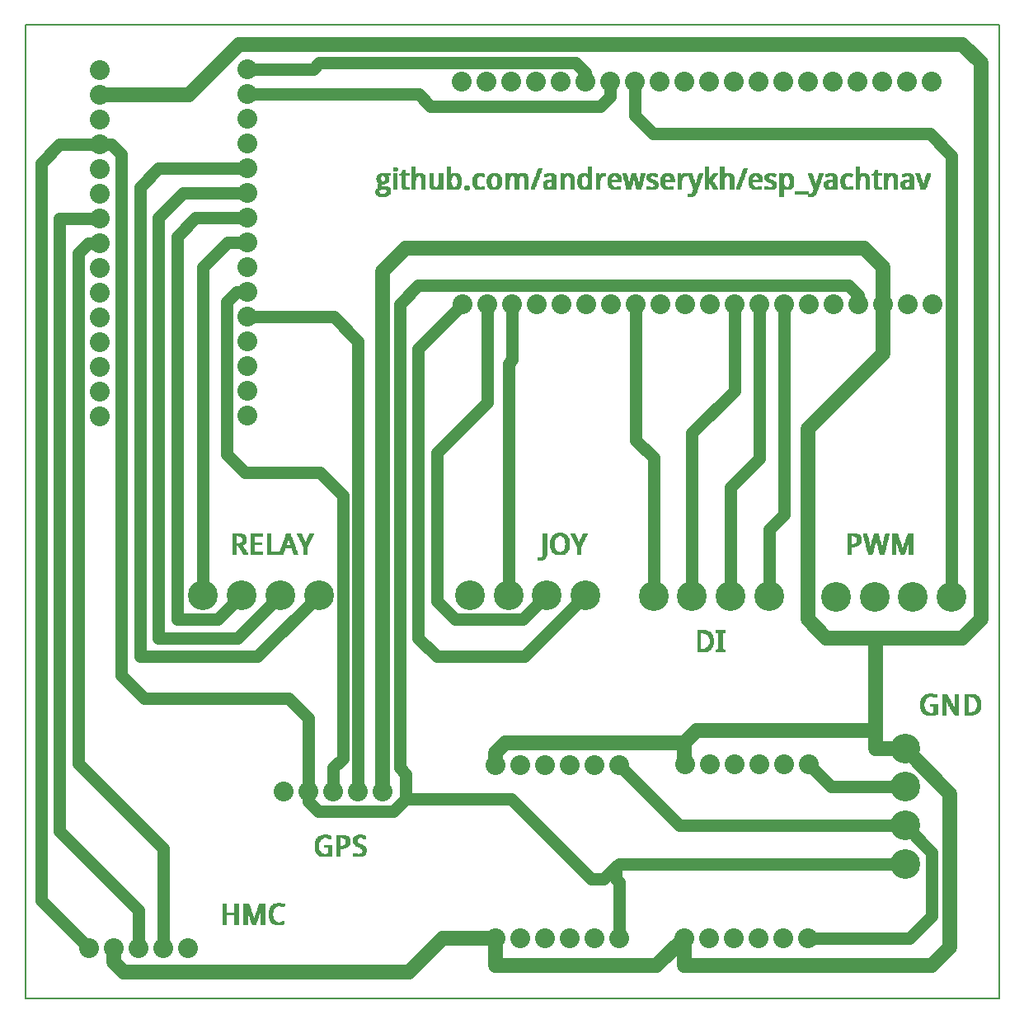
<source format=gbr>
G04 PROTEUS GERBER X2 FILE*
%TF.GenerationSoftware,Labcenter,Proteus,8.6-SP2-Build23525*%
%TF.CreationDate,2019-07-09T03:39:36+00:00*%
%TF.FileFunction,Copper,L1,Bot*%
%TF.FilePolarity,Positive*%
%TF.Part,Single*%
%FSLAX45Y45*%
%MOMM*%
G01*
%TA.AperFunction,Conductor*%
%ADD10C,1.270000*%
%ADD11C,1.524000*%
%TA.AperFunction,ComponentPad*%
%ADD12C,2.032000*%
%TA.AperFunction,ComponentPad*%
%ADD13C,3.048000*%
%TA.AperFunction,Profile*%
%ADD14C,0.203200*%
%TA.AperFunction,NonConductor*%
%ADD15C,0.063500*%
%TD.AperFunction*%
D10*
X+7600000Y-2052480D02*
X+5285480Y-2052480D01*
X+4665000Y-1432000D01*
X+7600000Y-2052480D02*
X+7874000Y-2326480D01*
X+7874000Y-2984500D01*
X+7648500Y-3210000D01*
X+6603000Y-3210000D01*
X+2476500Y-1778000D02*
X+2476500Y-1524000D01*
X+2413000Y-1460500D01*
X+2413000Y+3302000D01*
X+2603500Y+3492500D01*
X+7018400Y+3492500D01*
X+7120000Y+3390900D01*
X+7120000Y+3298000D01*
X-665500Y+4941000D02*
X-546100Y+4941000D01*
X-444500Y+4839400D01*
X-444500Y-508000D01*
X-207670Y-744830D01*
X+1270000Y-744830D01*
X+1477200Y-952030D01*
X+1477200Y-1700000D01*
X+2476500Y-1778000D02*
X+3556000Y-1778000D01*
X+4381500Y-2603500D01*
X+4508500Y-2603500D01*
X+4635500Y-2476500D01*
X-665500Y+4941000D02*
X-1079500Y+4941000D01*
X-1270000Y+4750500D01*
X-1270000Y-2821000D01*
X-779000Y-3312000D01*
X+4635500Y-2476500D02*
X+4663280Y-2448720D01*
X+7600000Y-2448720D01*
X+1477200Y-1700000D02*
X+1477200Y-1803400D01*
X+1578800Y-1905000D01*
X+2349500Y-1905000D01*
X+2476500Y-1778000D01*
X+4635500Y-2476500D02*
X+4635500Y-2603500D01*
X+4665000Y-2633000D01*
X+4665000Y-3207000D01*
X+6358000Y+3298000D02*
X+6358000Y+1143000D01*
X+6206000Y+991000D01*
X+6206000Y+304000D01*
X+6104000Y+3298000D02*
X+6104000Y+1714500D01*
X+5809760Y+1420260D01*
X+5809760Y+304000D01*
X+5850000Y+3298000D02*
X+5850000Y+2413000D01*
X+5413520Y+1976520D01*
X+5413520Y+304000D01*
X+4834000Y+3298000D02*
X+4834000Y+1905000D01*
X+5017280Y+1721720D01*
X+5017280Y+304000D01*
X+4318000Y+5586000D02*
X+4318000Y+5676900D01*
X+4216400Y+5778500D01*
X+1587500Y+5778500D01*
X+1521000Y+5712000D01*
X+851500Y+5712000D01*
X+4572000Y+5586000D02*
X+4572000Y+5435600D01*
X+4470400Y+5334000D01*
X+2730500Y+5334000D01*
X+2606500Y+5458000D01*
X+851500Y+5458000D01*
D11*
X+5334000Y-1206500D02*
X+3496600Y-1206500D01*
X+3395000Y-1308100D01*
X+3395000Y-1432000D01*
X+7302500Y-1079500D02*
X+5461000Y-1079500D01*
X+5334000Y-1206500D01*
X+7302500Y-127000D02*
X+8191500Y-127000D01*
X+8382000Y+63500D01*
X+8382000Y+5778500D01*
X+8191500Y+5969000D01*
X+762000Y+5969000D01*
X+242000Y+5449000D01*
X-665500Y+5449000D01*
X+7374000Y+3298000D02*
X+7374000Y+3683000D01*
X+7183500Y+3873500D01*
X+2476500Y+3873500D01*
X+2239200Y+3636200D01*
X+2239200Y-1700000D01*
X+5333000Y-3210000D02*
X+5333000Y-3492500D01*
X+7874000Y-3492500D01*
X+8064500Y-3302000D01*
X+8064500Y-1724500D01*
X+7600000Y-1260000D01*
X+3395000Y-3207000D02*
X+2857500Y-3207000D01*
X+2508500Y-3556000D01*
X-423400Y-3556000D01*
X-525000Y-3454400D01*
X-525000Y-3312000D01*
X+5334000Y-1333500D02*
X+5334000Y-1206500D01*
X+7374000Y+3298000D02*
X+7374000Y+2794000D01*
X+6604000Y+2024000D01*
X+6604000Y+63500D01*
X+6794500Y-127000D01*
X+7302500Y-127000D01*
X+7600000Y-1260000D02*
X+7302500Y-1260000D01*
X+7302500Y-1079500D01*
X+5334000Y-1333500D02*
X+5334000Y-1425000D01*
X+5339000Y-1425000D01*
X+3395000Y-3207000D02*
X+3395000Y-3492500D01*
X+5050500Y-3492500D01*
X+5333000Y-3210000D01*
X+7302500Y-127000D02*
X+7302500Y-1079500D01*
D10*
X+1985200Y-1700000D02*
X+1985200Y+2921000D01*
X+1734200Y+3172000D01*
X+851500Y+3172000D01*
X+1731200Y-1700000D02*
X+1731200Y-1460500D01*
X+1827550Y-1364150D01*
X+1827550Y+1333500D01*
X+1591590Y+1569460D01*
X+825500Y+1569460D01*
X+635000Y+1759960D01*
X+635000Y+3324400D01*
X+736600Y+3426000D01*
X+851500Y+3426000D01*
X+3564000Y+3298000D02*
X+3564000Y+2730500D01*
X+3527520Y+2694020D01*
X+3527520Y+310000D01*
X+4320000Y+310000D02*
X+3692500Y-317500D01*
X+2794000Y-317500D01*
X+2603500Y-127000D01*
X+2603500Y+2845500D01*
X+3056000Y+3298000D01*
X+3923760Y+310000D02*
X+3677260Y+63500D01*
X+2984500Y+63500D01*
X+2794000Y+254000D01*
X+2794000Y+1778000D01*
X+3310000Y+2294000D01*
X+3310000Y+3298000D01*
X-17000Y-3312000D02*
X-17000Y-2286000D01*
X-889000Y-1414000D01*
X-889000Y+3823400D01*
X-787400Y+3925000D01*
X-665500Y+3925000D01*
X-271000Y-3312000D02*
X-271000Y-2921000D01*
X-1079500Y-2112500D01*
X-1079500Y+4179000D01*
X-665500Y+4179000D01*
X+8079000Y+293000D02*
X+8079000Y+4826000D01*
X+7854343Y+5050657D01*
X+5016500Y+5050657D01*
X+4826000Y+5241157D01*
X+4826000Y+5586000D01*
X+851500Y+4696000D02*
X-63500Y+4696000D01*
X-254000Y+4505500D01*
X-254000Y-317500D01*
X+951500Y-317500D01*
X+1581000Y+312000D01*
X+1184760Y+312000D02*
X+745760Y-127000D01*
X-63500Y-127000D01*
X-63500Y+4191000D01*
X+187500Y+4442000D01*
X+851500Y+4442000D01*
X+851500Y+4188000D02*
X+317500Y+4188000D01*
X+127000Y+3997500D01*
X+127000Y+63500D01*
X+540020Y+63500D01*
X+788520Y+312000D01*
X+392280Y+312000D02*
X+392280Y+3683000D01*
X+643280Y+3934000D01*
X+851500Y+3934000D01*
X+7600000Y-1656240D02*
X+6840240Y-1656240D01*
X+6609000Y-1425000D01*
D12*
X+3048000Y+5586000D03*
X+3302000Y+5586000D03*
X+3556000Y+5586000D03*
X+3810000Y+5586000D03*
X+4064000Y+5586000D03*
X+4318000Y+5586000D03*
X+4572000Y+5586000D03*
X+4826000Y+5586000D03*
X+5080000Y+5586000D03*
X+5334000Y+5586000D03*
X+5588000Y+5586000D03*
X+5842000Y+5586000D03*
X+6096000Y+5586000D03*
X+6350000Y+5586000D03*
X+6604000Y+5586000D03*
X+6858000Y+5586000D03*
X+7112000Y+5586000D03*
X+7366000Y+5586000D03*
X+7620000Y+5586000D03*
X+7874000Y+5586000D03*
X+7882000Y+3298000D03*
X+7628000Y+3298000D03*
X+7374000Y+3298000D03*
X+7120000Y+3298000D03*
X+6866000Y+3298000D03*
X+6612000Y+3298000D03*
X+6358000Y+3298000D03*
X+6104000Y+3298000D03*
X+5850000Y+3298000D03*
X+5596000Y+3298000D03*
X+5342000Y+3298000D03*
X+5088000Y+3298000D03*
X+4834000Y+3298000D03*
X+4580000Y+3298000D03*
X+4326000Y+3298000D03*
X+4072000Y+3298000D03*
X+3818000Y+3298000D03*
X+3564000Y+3298000D03*
X+3310000Y+3298000D03*
X+3056000Y+3298000D03*
X+851500Y+5712000D03*
X+851500Y+5458000D03*
X+851500Y+5204000D03*
X+851500Y+4950000D03*
X+851500Y+4696000D03*
X+851500Y+4442000D03*
X+851500Y+4188000D03*
X+851500Y+3934000D03*
X+851500Y+3680000D03*
X+851500Y+3426000D03*
X+851500Y+3172000D03*
X+851500Y+2918000D03*
X+851500Y+2664000D03*
X+851500Y+2410000D03*
X+851500Y+2156000D03*
X-665500Y+2147000D03*
X-665500Y+2401000D03*
X-665500Y+2655000D03*
X-665500Y+2909000D03*
X-665500Y+3163000D03*
X-665500Y+3417000D03*
X-665500Y+3671000D03*
X-665500Y+3925000D03*
X-665500Y+4179000D03*
X-665500Y+4433000D03*
X-665500Y+4687000D03*
X-665500Y+4941000D03*
X-665500Y+5195000D03*
X-665500Y+5449000D03*
X-665500Y+5703000D03*
X+3395000Y-1432000D03*
X+3649000Y-1432000D03*
X+3903000Y-1432000D03*
X+4157000Y-1432000D03*
X+4411000Y-1432000D03*
X+4665000Y-1432000D03*
X+4665000Y-3207000D03*
X+4411000Y-3207000D03*
X+4157000Y-3207000D03*
X+3903000Y-3207000D03*
X+3649000Y-3207000D03*
X+3395000Y-3207000D03*
X+5339000Y-1425000D03*
X+5593000Y-1425000D03*
X+5847000Y-1425000D03*
X+6101000Y-1425000D03*
X+6355000Y-1425000D03*
X+6609000Y-1425000D03*
X+6603000Y-3210000D03*
X+6349000Y-3210000D03*
X+6095000Y-3210000D03*
X+5841000Y-3210000D03*
X+5587000Y-3210000D03*
X+5333000Y-3210000D03*
X+237000Y-3312000D03*
X-17000Y-3312000D03*
X-271000Y-3312000D03*
X-525000Y-3312000D03*
X-779000Y-3312000D03*
X+2239200Y-1700000D03*
X+1985200Y-1700000D03*
X+1731200Y-1700000D03*
X+1477200Y-1700000D03*
X+1223200Y-1700000D03*
D13*
X+6206000Y+304000D03*
X+5809760Y+304000D03*
X+5413520Y+304000D03*
X+5017280Y+304000D03*
X+4320000Y+310000D03*
X+3923760Y+310000D03*
X+3527520Y+310000D03*
X+3131280Y+310000D03*
X+8079000Y+293000D03*
X+7682760Y+293000D03*
X+7286520Y+293000D03*
X+6890280Y+293000D03*
X+7600000Y-1260000D03*
X+7600000Y-1656240D03*
X+7600000Y-2052480D03*
X+7600000Y-2448720D03*
X+1581000Y+312000D03*
X+1184760Y+312000D03*
X+788520Y+312000D03*
X+392280Y+312000D03*
D14*
X-1432000Y-3830000D02*
X+8568000Y-3830000D01*
X+8568000Y+6170000D01*
X-1432000Y+6170000D01*
X-1432000Y-3830000D01*
D15*
X+7818546Y-915595D02*
X+7909986Y-915595D01*
X+7981106Y-915595D02*
X+8016666Y-915595D01*
X+8108106Y-915595D02*
X+8148746Y-915595D01*
X+8209706Y-915595D02*
X+8301146Y-915595D01*
X+7803306Y-910515D02*
X+7930306Y-910515D01*
X+7981106Y-910515D02*
X+8016666Y-910515D01*
X+8103026Y-910515D02*
X+8148746Y-910515D01*
X+8209706Y-910515D02*
X+8316386Y-910515D01*
X+7798226Y-905435D02*
X+7930306Y-905435D01*
X+7981106Y-905435D02*
X+8016666Y-905435D01*
X+8103026Y-905435D02*
X+8148746Y-905435D01*
X+8209706Y-905435D02*
X+8326546Y-905435D01*
X+7788066Y-900355D02*
X+7930306Y-900355D01*
X+7981106Y-900355D02*
X+8016666Y-900355D01*
X+8097946Y-900355D02*
X+8148746Y-900355D01*
X+8209706Y-900355D02*
X+8336706Y-900355D01*
X+7782986Y-895275D02*
X+7930306Y-895275D01*
X+7981106Y-895275D02*
X+8016666Y-895275D01*
X+8092866Y-895275D02*
X+8148746Y-895275D01*
X+8209706Y-895275D02*
X+8341786Y-895275D01*
X+7777906Y-890195D02*
X+7849026Y-890195D01*
X+7879506Y-890195D02*
X+7930306Y-890195D01*
X+7981106Y-890195D02*
X+8016666Y-890195D01*
X+8092866Y-890195D02*
X+8148746Y-890195D01*
X+8209706Y-890195D02*
X+8346866Y-890195D01*
X+7777906Y-885115D02*
X+7833786Y-885115D01*
X+7894746Y-885115D02*
X+7930306Y-885115D01*
X+7981106Y-885115D02*
X+8016666Y-885115D01*
X+8087786Y-885115D02*
X+8148746Y-885115D01*
X+8209706Y-885115D02*
X+8245266Y-885115D01*
X+8290986Y-885115D02*
X+8351946Y-885115D01*
X+7772826Y-880035D02*
X+7823626Y-880035D01*
X+7894746Y-880035D02*
X+7930306Y-880035D01*
X+7981106Y-880035D02*
X+8016666Y-880035D01*
X+8087786Y-880035D02*
X+8148746Y-880035D01*
X+8209706Y-880035D02*
X+8245266Y-880035D01*
X+8301146Y-880035D02*
X+8357026Y-880035D01*
X+7767746Y-874955D02*
X+7818546Y-874955D01*
X+7894746Y-874955D02*
X+7930306Y-874955D01*
X+7981106Y-874955D02*
X+8016666Y-874955D01*
X+8082706Y-874955D02*
X+8148746Y-874955D01*
X+8209706Y-874955D02*
X+8245266Y-874955D01*
X+8311306Y-874955D02*
X+8362106Y-874955D01*
X+7767746Y-869875D02*
X+7813466Y-869875D01*
X+7894746Y-869875D02*
X+7930306Y-869875D01*
X+7981106Y-869875D02*
X+8016666Y-869875D01*
X+8077626Y-869875D02*
X+8148746Y-869875D01*
X+8209706Y-869875D02*
X+8245266Y-869875D01*
X+8316386Y-869875D02*
X+8362106Y-869875D01*
X+7762666Y-864795D02*
X+7808386Y-864795D01*
X+7894746Y-864795D02*
X+7930306Y-864795D01*
X+7981106Y-864795D02*
X+8016666Y-864795D01*
X+8077626Y-864795D02*
X+8148746Y-864795D01*
X+8209706Y-864795D02*
X+8245266Y-864795D01*
X+8321466Y-864795D02*
X+8367186Y-864795D01*
X+7762666Y-859715D02*
X+7803306Y-859715D01*
X+7894746Y-859715D02*
X+7930306Y-859715D01*
X+7981106Y-859715D02*
X+8016666Y-859715D01*
X+8072546Y-859715D02*
X+8148746Y-859715D01*
X+8209706Y-859715D02*
X+8245266Y-859715D01*
X+8326546Y-859715D02*
X+8367186Y-859715D01*
X+7762666Y-854635D02*
X+7803306Y-854635D01*
X+7894746Y-854635D02*
X+7930306Y-854635D01*
X+7981106Y-854635D02*
X+8016666Y-854635D01*
X+8072546Y-854635D02*
X+8148746Y-854635D01*
X+8209706Y-854635D02*
X+8245266Y-854635D01*
X+8326546Y-854635D02*
X+8372266Y-854635D01*
X+7762666Y-849555D02*
X+7798226Y-849555D01*
X+7894746Y-849555D02*
X+7930306Y-849555D01*
X+7981106Y-849555D02*
X+8016666Y-849555D01*
X+8067466Y-849555D02*
X+8108106Y-849555D01*
X+8113186Y-849555D02*
X+8148746Y-849555D01*
X+8209706Y-849555D02*
X+8245266Y-849555D01*
X+8331626Y-849555D02*
X+8372266Y-849555D01*
X+7757586Y-844475D02*
X+7798226Y-844475D01*
X+7894746Y-844475D02*
X+7930306Y-844475D01*
X+7981106Y-844475D02*
X+8016666Y-844475D01*
X+8062386Y-844475D02*
X+8108106Y-844475D01*
X+8113186Y-844475D02*
X+8148746Y-844475D01*
X+8209706Y-844475D02*
X+8245266Y-844475D01*
X+8331626Y-844475D02*
X+8372266Y-844475D01*
X+7757586Y-839395D02*
X+7798226Y-839395D01*
X+7894746Y-839395D02*
X+7930306Y-839395D01*
X+7981106Y-839395D02*
X+8016666Y-839395D01*
X+8062386Y-839395D02*
X+8103026Y-839395D01*
X+8113186Y-839395D02*
X+8148746Y-839395D01*
X+8209706Y-839395D02*
X+8245266Y-839395D01*
X+8331626Y-839395D02*
X+8372266Y-839395D01*
X+7757586Y-834315D02*
X+7798226Y-834315D01*
X+7894746Y-834315D02*
X+7930306Y-834315D01*
X+7981106Y-834315D02*
X+8016666Y-834315D01*
X+8057306Y-834315D02*
X+8103026Y-834315D01*
X+8113186Y-834315D02*
X+8148746Y-834315D01*
X+8209706Y-834315D02*
X+8245266Y-834315D01*
X+8336706Y-834315D02*
X+8377346Y-834315D01*
X+7757586Y-829235D02*
X+7798226Y-829235D01*
X+7894746Y-829235D02*
X+7930306Y-829235D01*
X+7981106Y-829235D02*
X+8016666Y-829235D01*
X+8057306Y-829235D02*
X+8097946Y-829235D01*
X+8113186Y-829235D02*
X+8148746Y-829235D01*
X+8209706Y-829235D02*
X+8245266Y-829235D01*
X+8336706Y-829235D02*
X+8377346Y-829235D01*
X+7757586Y-824155D02*
X+7793146Y-824155D01*
X+7854106Y-824155D02*
X+7930306Y-824155D01*
X+7981106Y-824155D02*
X+8016666Y-824155D01*
X+8052226Y-824155D02*
X+8097946Y-824155D01*
X+8113186Y-824155D02*
X+8148746Y-824155D01*
X+8209706Y-824155D02*
X+8245266Y-824155D01*
X+8336706Y-824155D02*
X+8377346Y-824155D01*
X+7757586Y-819075D02*
X+7793146Y-819075D01*
X+7854106Y-819075D02*
X+7930306Y-819075D01*
X+7981106Y-819075D02*
X+8016666Y-819075D01*
X+8047146Y-819075D02*
X+8092866Y-819075D01*
X+8113186Y-819075D02*
X+8148746Y-819075D01*
X+8209706Y-819075D02*
X+8245266Y-819075D01*
X+8336706Y-819075D02*
X+8377346Y-819075D01*
X+7757586Y-813995D02*
X+7793146Y-813995D01*
X+7854106Y-813995D02*
X+7930306Y-813995D01*
X+7981106Y-813995D02*
X+8016666Y-813995D01*
X+8047146Y-813995D02*
X+8087786Y-813995D01*
X+8113186Y-813995D02*
X+8148746Y-813995D01*
X+8209706Y-813995D02*
X+8245266Y-813995D01*
X+8336706Y-813995D02*
X+8377346Y-813995D01*
X+7757586Y-808915D02*
X+7793146Y-808915D01*
X+7854106Y-808915D02*
X+7930306Y-808915D01*
X+7981106Y-808915D02*
X+8016666Y-808915D01*
X+8042066Y-808915D02*
X+8087786Y-808915D01*
X+8113186Y-808915D02*
X+8148746Y-808915D01*
X+8209706Y-808915D02*
X+8245266Y-808915D01*
X+8336706Y-808915D02*
X+8377346Y-808915D01*
X+7757586Y-803835D02*
X+7793146Y-803835D01*
X+7854106Y-803835D02*
X+7930306Y-803835D01*
X+7981106Y-803835D02*
X+8016666Y-803835D01*
X+8042066Y-803835D02*
X+8082706Y-803835D01*
X+8113186Y-803835D02*
X+8148746Y-803835D01*
X+8209706Y-803835D02*
X+8245266Y-803835D01*
X+8336706Y-803835D02*
X+8377346Y-803835D01*
X+7757586Y-798755D02*
X+7793146Y-798755D01*
X+7981106Y-798755D02*
X+8016666Y-798755D01*
X+8036986Y-798755D02*
X+8082706Y-798755D01*
X+8113186Y-798755D02*
X+8148746Y-798755D01*
X+8209706Y-798755D02*
X+8245266Y-798755D01*
X+8336706Y-798755D02*
X+8377346Y-798755D01*
X+7757586Y-793675D02*
X+7793146Y-793675D01*
X+7981106Y-793675D02*
X+8016666Y-793675D01*
X+8036986Y-793675D02*
X+8077626Y-793675D01*
X+8113186Y-793675D02*
X+8148746Y-793675D01*
X+8209706Y-793675D02*
X+8245266Y-793675D01*
X+8336706Y-793675D02*
X+8377346Y-793675D01*
X+7757586Y-788595D02*
X+7798226Y-788595D01*
X+7981106Y-788595D02*
X+8016666Y-788595D01*
X+8031906Y-788595D02*
X+8072546Y-788595D01*
X+8113186Y-788595D02*
X+8148746Y-788595D01*
X+8209706Y-788595D02*
X+8245266Y-788595D01*
X+8336706Y-788595D02*
X+8377346Y-788595D01*
X+7757586Y-783515D02*
X+7798226Y-783515D01*
X+7981106Y-783515D02*
X+8016666Y-783515D01*
X+8026826Y-783515D02*
X+8072546Y-783515D01*
X+8113186Y-783515D02*
X+8148746Y-783515D01*
X+8209706Y-783515D02*
X+8245266Y-783515D01*
X+8336706Y-783515D02*
X+8377346Y-783515D01*
X+7757586Y-778435D02*
X+7798226Y-778435D01*
X+7981106Y-778435D02*
X+8016666Y-778435D01*
X+8026826Y-778435D02*
X+8067466Y-778435D01*
X+8113186Y-778435D02*
X+8148746Y-778435D01*
X+8209706Y-778435D02*
X+8245266Y-778435D01*
X+8331626Y-778435D02*
X+8372266Y-778435D01*
X+7757586Y-773355D02*
X+7798226Y-773355D01*
X+7981106Y-773355D02*
X+8011586Y-773355D01*
X+8021746Y-773355D02*
X+8067466Y-773355D01*
X+8113186Y-773355D02*
X+8148746Y-773355D01*
X+8209706Y-773355D02*
X+8245266Y-773355D01*
X+8331626Y-773355D02*
X+8372266Y-773355D01*
X+7762666Y-768275D02*
X+7803306Y-768275D01*
X+7981106Y-768275D02*
X+8011586Y-768275D01*
X+8021746Y-768275D02*
X+8062386Y-768275D01*
X+8113186Y-768275D02*
X+8148746Y-768275D01*
X+8209706Y-768275D02*
X+8245266Y-768275D01*
X+8331626Y-768275D02*
X+8372266Y-768275D01*
X+7762666Y-763195D02*
X+7803306Y-763195D01*
X+7981106Y-763195D02*
X+8011586Y-763195D01*
X+8016666Y-763195D02*
X+8057306Y-763195D01*
X+8113186Y-763195D02*
X+8148746Y-763195D01*
X+8209706Y-763195D02*
X+8245266Y-763195D01*
X+8326546Y-763195D02*
X+8372266Y-763195D01*
X+7762666Y-758115D02*
X+7808386Y-758115D01*
X+7981106Y-758115D02*
X+8057306Y-758115D01*
X+8113186Y-758115D02*
X+8148746Y-758115D01*
X+8209706Y-758115D02*
X+8245266Y-758115D01*
X+8326546Y-758115D02*
X+8367186Y-758115D01*
X+7767746Y-753035D02*
X+7808386Y-753035D01*
X+7981106Y-753035D02*
X+8052226Y-753035D01*
X+8113186Y-753035D02*
X+8148746Y-753035D01*
X+8209706Y-753035D02*
X+8245266Y-753035D01*
X+8321466Y-753035D02*
X+8367186Y-753035D01*
X+7767746Y-747955D02*
X+7813466Y-747955D01*
X+7981106Y-747955D02*
X+8052226Y-747955D01*
X+8113186Y-747955D02*
X+8148746Y-747955D01*
X+8209706Y-747955D02*
X+8245266Y-747955D01*
X+8321466Y-747955D02*
X+8367186Y-747955D01*
X+7772826Y-742875D02*
X+7818546Y-742875D01*
X+7981106Y-742875D02*
X+8047146Y-742875D01*
X+8113186Y-742875D02*
X+8148746Y-742875D01*
X+8209706Y-742875D02*
X+8245266Y-742875D01*
X+8316386Y-742875D02*
X+8362106Y-742875D01*
X+7772826Y-737795D02*
X+7823626Y-737795D01*
X+7981106Y-737795D02*
X+8047146Y-737795D01*
X+8113186Y-737795D02*
X+8148746Y-737795D01*
X+8209706Y-737795D02*
X+8245266Y-737795D01*
X+8306226Y-737795D02*
X+8357026Y-737795D01*
X+7777906Y-732715D02*
X+7833786Y-732715D01*
X+7894746Y-732715D02*
X+7920146Y-732715D01*
X+7981106Y-732715D02*
X+8042066Y-732715D01*
X+8113186Y-732715D02*
X+8148746Y-732715D01*
X+8209706Y-732715D02*
X+8245266Y-732715D01*
X+8296066Y-732715D02*
X+8357026Y-732715D01*
X+7782986Y-727635D02*
X+7843946Y-727635D01*
X+7879506Y-727635D02*
X+7925226Y-727635D01*
X+7981106Y-727635D02*
X+8036986Y-727635D01*
X+8113186Y-727635D02*
X+8148746Y-727635D01*
X+8209706Y-727635D02*
X+8245266Y-727635D01*
X+8275746Y-727635D02*
X+8351946Y-727635D01*
X+7788066Y-722555D02*
X+7925226Y-722555D01*
X+7981106Y-722555D02*
X+8036986Y-722555D01*
X+8113186Y-722555D02*
X+8148746Y-722555D01*
X+8209706Y-722555D02*
X+8346866Y-722555D01*
X+7793146Y-717475D02*
X+7925226Y-717475D01*
X+7981106Y-717475D02*
X+8031906Y-717475D01*
X+8113186Y-717475D02*
X+8148746Y-717475D01*
X+8209706Y-717475D02*
X+8341786Y-717475D01*
X+7798226Y-712395D02*
X+7925226Y-712395D01*
X+7981106Y-712395D02*
X+8031906Y-712395D01*
X+8113186Y-712395D02*
X+8148746Y-712395D01*
X+8209706Y-712395D02*
X+8331626Y-712395D01*
X+7808386Y-707315D02*
X+7925226Y-707315D01*
X+7981106Y-707315D02*
X+8026826Y-707315D01*
X+8113186Y-707315D02*
X+8148746Y-707315D01*
X+8209706Y-707315D02*
X+8321466Y-707315D01*
X+7818546Y-702235D02*
X+7915066Y-702235D01*
X+7981106Y-702235D02*
X+8021746Y-702235D01*
X+8113186Y-702235D02*
X+8148746Y-702235D01*
X+8209706Y-702235D02*
X+8306226Y-702235D01*
X+7843946Y-697155D02*
X+7884586Y-697155D01*
X+2197576Y+4413285D02*
X+2268696Y+4413285D01*
X+5372576Y+4413285D02*
X+5423376Y+4413285D01*
X+6312376Y+4413285D02*
X+6347936Y+4413285D01*
X+6607016Y+4413285D02*
X+6657816Y+4413285D01*
X+2182336Y+4418365D02*
X+2283936Y+4418365D01*
X+5372576Y+4418365D02*
X+5433536Y+4418365D01*
X+6312376Y+4418365D02*
X+6347936Y+4418365D01*
X+6607016Y+4418365D02*
X+6667976Y+4418365D01*
X+2177256Y+4423445D02*
X+2294096Y+4423445D01*
X+5372576Y+4423445D02*
X+5438616Y+4423445D01*
X+6312376Y+4423445D02*
X+6347936Y+4423445D01*
X+6607016Y+4423445D02*
X+6673056Y+4423445D01*
X+2172176Y+4428525D02*
X+2299176Y+4428525D01*
X+5372576Y+4428525D02*
X+5443696Y+4428525D01*
X+6312376Y+4428525D02*
X+6347936Y+4428525D01*
X+6607016Y+4428525D02*
X+6678136Y+4428525D01*
X+2167096Y+4433605D02*
X+2304256Y+4433605D01*
X+5372576Y+4433605D02*
X+5448776Y+4433605D01*
X+6312376Y+4433605D02*
X+6347936Y+4433605D01*
X+6607016Y+4433605D02*
X+6683216Y+4433605D01*
X+2167096Y+4438685D02*
X+2212816Y+4438685D01*
X+2253456Y+4438685D02*
X+2309336Y+4438685D01*
X+5403056Y+4438685D02*
X+5448776Y+4438685D01*
X+6312376Y+4438685D02*
X+6347936Y+4438685D01*
X+6469856Y+4438685D02*
X+6601936Y+4438685D01*
X+6637496Y+4438685D02*
X+6683216Y+4438685D01*
X+2162016Y+4443765D02*
X+2202656Y+4443765D01*
X+2263616Y+4443765D02*
X+2309336Y+4443765D01*
X+5408136Y+4443765D02*
X+5453856Y+4443765D01*
X+6312376Y+4443765D02*
X+6347936Y+4443765D01*
X+6469856Y+4443765D02*
X+6601936Y+4443765D01*
X+6642576Y+4443765D02*
X+6688296Y+4443765D01*
X+2162016Y+4448845D02*
X+2202656Y+4448845D01*
X+2273776Y+4448845D02*
X+2314416Y+4448845D01*
X+5413216Y+4448845D02*
X+5453856Y+4448845D01*
X+6312376Y+4448845D02*
X+6347936Y+4448845D01*
X+6469856Y+4448845D02*
X+6601936Y+4448845D01*
X+6647656Y+4448845D02*
X+6688296Y+4448845D01*
X+2162016Y+4453925D02*
X+2197576Y+4453925D01*
X+2273776Y+4453925D02*
X+2314416Y+4453925D01*
X+5418296Y+4453925D02*
X+5458936Y+4453925D01*
X+6312376Y+4453925D02*
X+6347936Y+4453925D01*
X+6469856Y+4453925D02*
X+6601936Y+4453925D01*
X+6652736Y+4453925D02*
X+6693376Y+4453925D01*
X+2162016Y+4459005D02*
X+2197576Y+4459005D01*
X+2278856Y+4459005D02*
X+2314416Y+4459005D01*
X+5418296Y+4459005D02*
X+5458936Y+4459005D01*
X+6312376Y+4459005D02*
X+6347936Y+4459005D01*
X+6469856Y+4459005D02*
X+6601936Y+4459005D01*
X+6652736Y+4459005D02*
X+6693376Y+4459005D01*
X+2162016Y+4464085D02*
X+2197576Y+4464085D01*
X+2278856Y+4464085D02*
X+2314416Y+4464085D01*
X+5423376Y+4464085D02*
X+5458936Y+4464085D01*
X+6312376Y+4464085D02*
X+6347936Y+4464085D01*
X+6657816Y+4464085D02*
X+6693376Y+4464085D01*
X+2162016Y+4469165D02*
X+2197576Y+4469165D01*
X+2278856Y+4469165D02*
X+2314416Y+4469165D01*
X+5423376Y+4469165D02*
X+5464016Y+4469165D01*
X+6312376Y+4469165D02*
X+6347936Y+4469165D01*
X+6657816Y+4469165D02*
X+6698456Y+4469165D01*
X+2167096Y+4474245D02*
X+2202656Y+4474245D01*
X+2278856Y+4474245D02*
X+2314416Y+4474245D01*
X+5423376Y+4474245D02*
X+5464016Y+4474245D01*
X+6312376Y+4474245D02*
X+6347936Y+4474245D01*
X+6657816Y+4474245D02*
X+6698456Y+4474245D01*
X+2167096Y+4479325D02*
X+2207736Y+4479325D01*
X+2273776Y+4479325D02*
X+2314416Y+4479325D01*
X+3086576Y+4479325D02*
X+3117056Y+4479325D01*
X+5428456Y+4479325D02*
X+5464016Y+4479325D01*
X+6312376Y+4479325D02*
X+6347936Y+4479325D01*
X+6662896Y+4479325D02*
X+6698456Y+4479325D01*
X+2172176Y+4484405D02*
X+2314416Y+4484405D01*
X+2344896Y+4484405D02*
X+2380456Y+4484405D01*
X+2446496Y+4484405D02*
X+2507456Y+4484405D01*
X+2532856Y+4484405D02*
X+2568416Y+4484405D01*
X+2634456Y+4484405D02*
X+2670016Y+4484405D01*
X+2741136Y+4484405D02*
X+2802096Y+4484405D01*
X+2817336Y+4484405D02*
X+2852896Y+4484405D01*
X+2898616Y+4484405D02*
X+2929096Y+4484405D01*
X+2944336Y+4484405D02*
X+3005296Y+4484405D01*
X+3081496Y+4484405D02*
X+3122136Y+4484405D01*
X+3198336Y+4484405D02*
X+3269456Y+4484405D01*
X+3350736Y+4484405D02*
X+3411696Y+4484405D01*
X+3498056Y+4484405D02*
X+3533616Y+4484405D01*
X+3594576Y+4484405D02*
X+3630136Y+4484405D01*
X+3691096Y+4484405D02*
X+3726656Y+4484405D01*
X+3757136Y+4484405D02*
X+3792696Y+4484405D01*
X+3904456Y+4484405D02*
X+3965416Y+4484405D01*
X+3985736Y+4484405D02*
X+4016216Y+4484405D01*
X+4061936Y+4484405D02*
X+4097496Y+4484405D01*
X+4163536Y+4484405D02*
X+4199096Y+4484405D01*
X+4275296Y+4484405D02*
X+4331176Y+4484405D01*
X+4346416Y+4484405D02*
X+4376896Y+4484405D01*
X+4427696Y+4484405D02*
X+4463256Y+4484405D01*
X+4590256Y+4484405D02*
X+4661376Y+4484405D01*
X+4742656Y+4484405D02*
X+4783296Y+4484405D01*
X+4844256Y+4484405D02*
X+4884896Y+4484405D01*
X+4956016Y+4484405D02*
X+5032216Y+4484405D01*
X+5133816Y+4484405D02*
X+5204936Y+4484405D01*
X+5265896Y+4484405D02*
X+5301456Y+4484405D01*
X+5428456Y+4484405D02*
X+5469096Y+4484405D01*
X+5545296Y+4484405D02*
X+5580856Y+4484405D01*
X+5636736Y+4484405D02*
X+5677376Y+4484405D01*
X+5702776Y+4484405D02*
X+5738336Y+4484405D01*
X+5804376Y+4484405D02*
X+5839936Y+4484405D01*
X+5865336Y+4484405D02*
X+5900896Y+4484405D01*
X+6038056Y+4484405D02*
X+6109176Y+4484405D01*
X+6170136Y+4484405D02*
X+6246336Y+4484405D01*
X+6312376Y+4484405D02*
X+6347936Y+4484405D01*
X+6358096Y+4484405D02*
X+6419056Y+4484405D01*
X+6662896Y+4484405D02*
X+6703536Y+4484405D01*
X+6789896Y+4484405D02*
X+6850856Y+4484405D01*
X+6871176Y+4484405D02*
X+6901656Y+4484405D01*
X+6977856Y+4484405D02*
X+7048976Y+4484405D01*
X+7094696Y+4484405D02*
X+7130256Y+4484405D01*
X+7196296Y+4484405D02*
X+7231856Y+4484405D01*
X+7297896Y+4484405D02*
X+7358856Y+4484405D01*
X+7384256Y+4484405D02*
X+7419816Y+4484405D01*
X+7485856Y+4484405D02*
X+7521416Y+4484405D01*
X+7577296Y+4484405D02*
X+7638256Y+4484405D01*
X+7658576Y+4484405D02*
X+7689056Y+4484405D01*
X+7765256Y+4484405D02*
X+7810976Y+4484405D01*
X+2177256Y+4489485D02*
X+2309336Y+4489485D01*
X+2344896Y+4489485D02*
X+2380456Y+4489485D01*
X+2441416Y+4489485D02*
X+2507456Y+4489485D01*
X+2532856Y+4489485D02*
X+2568416Y+4489485D01*
X+2634456Y+4489485D02*
X+2670016Y+4489485D01*
X+2736056Y+4489485D02*
X+2812256Y+4489485D01*
X+2817336Y+4489485D02*
X+2852896Y+4489485D01*
X+2898616Y+4489485D02*
X+2929096Y+4489485D01*
X+2939256Y+4489485D02*
X+3015456Y+4489485D01*
X+3076416Y+4489485D02*
X+3122136Y+4489485D01*
X+3188176Y+4489485D02*
X+3279616Y+4489485D01*
X+3340576Y+4489485D02*
X+3421856Y+4489485D01*
X+3498056Y+4489485D02*
X+3533616Y+4489485D01*
X+3594576Y+4489485D02*
X+3630136Y+4489485D01*
X+3691096Y+4489485D02*
X+3726656Y+4489485D01*
X+3757136Y+4489485D02*
X+3792696Y+4489485D01*
X+3899376Y+4489485D02*
X+3975576Y+4489485D01*
X+3980656Y+4489485D02*
X+4016216Y+4489485D01*
X+4061936Y+4489485D02*
X+4097496Y+4489485D01*
X+4163536Y+4489485D02*
X+4199096Y+4489485D01*
X+4265136Y+4489485D02*
X+4341336Y+4489485D01*
X+4346416Y+4489485D02*
X+4376896Y+4489485D01*
X+4427696Y+4489485D02*
X+4463256Y+4489485D01*
X+4580096Y+4489485D02*
X+4676616Y+4489485D01*
X+4737576Y+4489485D02*
X+4783296Y+4489485D01*
X+4844256Y+4489485D02*
X+4889976Y+4489485D01*
X+4945856Y+4489485D02*
X+5042376Y+4489485D01*
X+5123656Y+4489485D02*
X+5220176Y+4489485D01*
X+5265896Y+4489485D02*
X+5301456Y+4489485D01*
X+5428456Y+4489485D02*
X+5469096Y+4489485D01*
X+5545296Y+4489485D02*
X+5580856Y+4489485D01*
X+5631656Y+4489485D02*
X+5677376Y+4489485D01*
X+5702776Y+4489485D02*
X+5738336Y+4489485D01*
X+5804376Y+4489485D02*
X+5839936Y+4489485D01*
X+5865336Y+4489485D02*
X+5900896Y+4489485D01*
X+6027896Y+4489485D02*
X+6124416Y+4489485D01*
X+6159976Y+4489485D02*
X+6256496Y+4489485D01*
X+6312376Y+4489485D02*
X+6347936Y+4489485D01*
X+6353016Y+4489485D02*
X+6429216Y+4489485D01*
X+6662896Y+4489485D02*
X+6703536Y+4489485D01*
X+6784816Y+4489485D02*
X+6861016Y+4489485D01*
X+6866096Y+4489485D02*
X+6901656Y+4489485D01*
X+6967696Y+4489485D02*
X+7059136Y+4489485D01*
X+7094696Y+4489485D02*
X+7130256Y+4489485D01*
X+7196296Y+4489485D02*
X+7231856Y+4489485D01*
X+7292816Y+4489485D02*
X+7358856Y+4489485D01*
X+7384256Y+4489485D02*
X+7419816Y+4489485D01*
X+7485856Y+4489485D02*
X+7521416Y+4489485D01*
X+7572216Y+4489485D02*
X+7648416Y+4489485D01*
X+7653496Y+4489485D02*
X+7689056Y+4489485D01*
X+7760176Y+4489485D02*
X+7810976Y+4489485D01*
X+2182336Y+4494565D02*
X+2309336Y+4494565D01*
X+2344896Y+4494565D02*
X+2380456Y+4494565D01*
X+2436336Y+4494565D02*
X+2507456Y+4494565D01*
X+2532856Y+4494565D02*
X+2568416Y+4494565D01*
X+2634456Y+4494565D02*
X+2670016Y+4494565D01*
X+2725896Y+4494565D02*
X+2852896Y+4494565D01*
X+2898616Y+4494565D02*
X+2929096Y+4494565D01*
X+2934176Y+4494565D02*
X+3020536Y+4494565D01*
X+3076416Y+4494565D02*
X+3122136Y+4494565D01*
X+3183096Y+4494565D02*
X+3279616Y+4494565D01*
X+3330416Y+4494565D02*
X+3432016Y+4494565D01*
X+3498056Y+4494565D02*
X+3533616Y+4494565D01*
X+3594576Y+4494565D02*
X+3630136Y+4494565D01*
X+3691096Y+4494565D02*
X+3726656Y+4494565D01*
X+3757136Y+4494565D02*
X+3797776Y+4494565D01*
X+3894296Y+4494565D02*
X+4016216Y+4494565D01*
X+4061936Y+4494565D02*
X+4097496Y+4494565D01*
X+4163536Y+4494565D02*
X+4199096Y+4494565D01*
X+4260056Y+4494565D02*
X+4376896Y+4494565D01*
X+4427696Y+4494565D02*
X+4463256Y+4494565D01*
X+4569936Y+4494565D02*
X+4676616Y+4494565D01*
X+4737576Y+4494565D02*
X+4783296Y+4494565D01*
X+4839176Y+4494565D02*
X+4889976Y+4494565D01*
X+4945856Y+4494565D02*
X+5052536Y+4494565D01*
X+5113496Y+4494565D02*
X+5220176Y+4494565D01*
X+5265896Y+4494565D02*
X+5301456Y+4494565D01*
X+5423376Y+4494565D02*
X+5469096Y+4494565D01*
X+5545296Y+4494565D02*
X+5580856Y+4494565D01*
X+5626576Y+4494565D02*
X+5672296Y+4494565D01*
X+5702776Y+4494565D02*
X+5738336Y+4494565D01*
X+5804376Y+4494565D02*
X+5839936Y+4494565D01*
X+5865336Y+4494565D02*
X+5905976Y+4494565D01*
X+6017736Y+4494565D02*
X+6124416Y+4494565D01*
X+6159976Y+4494565D02*
X+6266656Y+4494565D01*
X+6312376Y+4494565D02*
X+6434296Y+4494565D01*
X+6657816Y+4494565D02*
X+6703536Y+4494565D01*
X+6779736Y+4494565D02*
X+6901656Y+4494565D01*
X+6962616Y+4494565D02*
X+7059136Y+4494565D01*
X+7094696Y+4494565D02*
X+7130256Y+4494565D01*
X+7196296Y+4494565D02*
X+7231856Y+4494565D01*
X+7287736Y+4494565D02*
X+7358856Y+4494565D01*
X+7384256Y+4494565D02*
X+7419816Y+4494565D01*
X+7485856Y+4494565D02*
X+7521416Y+4494565D01*
X+7567136Y+4494565D02*
X+7689056Y+4494565D01*
X+7760176Y+4494565D02*
X+7810976Y+4494565D01*
X+2192496Y+4499645D02*
X+2304256Y+4499645D01*
X+2344896Y+4499645D02*
X+2380456Y+4499645D01*
X+2436336Y+4499645D02*
X+2507456Y+4499645D01*
X+2532856Y+4499645D02*
X+2568416Y+4499645D01*
X+2634456Y+4499645D02*
X+2670016Y+4499645D01*
X+2725896Y+4499645D02*
X+2852896Y+4499645D01*
X+2898616Y+4499645D02*
X+3025616Y+4499645D01*
X+3076416Y+4499645D02*
X+3127216Y+4499645D01*
X+3178016Y+4499645D02*
X+3279616Y+4499645D01*
X+3325336Y+4499645D02*
X+3437096Y+4499645D01*
X+3498056Y+4499645D02*
X+3533616Y+4499645D01*
X+3594576Y+4499645D02*
X+3630136Y+4499645D01*
X+3691096Y+4499645D02*
X+3726656Y+4499645D01*
X+3762216Y+4499645D02*
X+3797776Y+4499645D01*
X+3889216Y+4499645D02*
X+4016216Y+4499645D01*
X+4061936Y+4499645D02*
X+4097496Y+4499645D01*
X+4163536Y+4499645D02*
X+4199096Y+4499645D01*
X+4254976Y+4499645D02*
X+4376896Y+4499645D01*
X+4427696Y+4499645D02*
X+4463256Y+4499645D01*
X+4564856Y+4499645D02*
X+4676616Y+4499645D01*
X+4737576Y+4499645D02*
X+4788376Y+4499645D01*
X+4839176Y+4499645D02*
X+4889976Y+4499645D01*
X+4945856Y+4499645D02*
X+5052536Y+4499645D01*
X+5108416Y+4499645D02*
X+5220176Y+4499645D01*
X+5265896Y+4499645D02*
X+5301456Y+4499645D01*
X+5423376Y+4499645D02*
X+5474176Y+4499645D01*
X+5545296Y+4499645D02*
X+5580856Y+4499645D01*
X+5626576Y+4499645D02*
X+5667216Y+4499645D01*
X+5702776Y+4499645D02*
X+5738336Y+4499645D01*
X+5804376Y+4499645D02*
X+5839936Y+4499645D01*
X+5870416Y+4499645D02*
X+5905976Y+4499645D01*
X+6012656Y+4499645D02*
X+6124416Y+4499645D01*
X+6159976Y+4499645D02*
X+6266656Y+4499645D01*
X+6312376Y+4499645D02*
X+6439376Y+4499645D01*
X+6657816Y+4499645D02*
X+6708616Y+4499645D01*
X+6774656Y+4499645D02*
X+6901656Y+4499645D01*
X+6957536Y+4499645D02*
X+7059136Y+4499645D01*
X+7094696Y+4499645D02*
X+7130256Y+4499645D01*
X+7196296Y+4499645D02*
X+7231856Y+4499645D01*
X+7287736Y+4499645D02*
X+7358856Y+4499645D01*
X+7384256Y+4499645D02*
X+7419816Y+4499645D01*
X+7485856Y+4499645D02*
X+7521416Y+4499645D01*
X+7562056Y+4499645D02*
X+7689056Y+4499645D01*
X+7760176Y+4499645D02*
X+7816056Y+4499645D01*
X+2187416Y+4504725D02*
X+2299176Y+4504725D01*
X+2344896Y+4504725D02*
X+2380456Y+4504725D01*
X+2431256Y+4504725D02*
X+2507456Y+4504725D01*
X+2532856Y+4504725D02*
X+2568416Y+4504725D01*
X+2634456Y+4504725D02*
X+2670016Y+4504725D01*
X+2720816Y+4504725D02*
X+2852896Y+4504725D01*
X+2898616Y+4504725D02*
X+3030696Y+4504725D01*
X+3076416Y+4504725D02*
X+3127216Y+4504725D01*
X+3172936Y+4504725D02*
X+3279616Y+4504725D01*
X+3320256Y+4504725D02*
X+3442176Y+4504725D01*
X+3498056Y+4504725D02*
X+3533616Y+4504725D01*
X+3594576Y+4504725D02*
X+3630136Y+4504725D01*
X+3691096Y+4504725D02*
X+3726656Y+4504725D01*
X+3762216Y+4504725D02*
X+3797776Y+4504725D01*
X+3889216Y+4504725D02*
X+4016216Y+4504725D01*
X+4061936Y+4504725D02*
X+4097496Y+4504725D01*
X+4163536Y+4504725D02*
X+4199096Y+4504725D01*
X+4249896Y+4504725D02*
X+4376896Y+4504725D01*
X+4427696Y+4504725D02*
X+4463256Y+4504725D01*
X+4559776Y+4504725D02*
X+4676616Y+4504725D01*
X+4737576Y+4504725D02*
X+4788376Y+4504725D01*
X+4839176Y+4504725D02*
X+4889976Y+4504725D01*
X+4945856Y+4504725D02*
X+5057616Y+4504725D01*
X+5103336Y+4504725D02*
X+5220176Y+4504725D01*
X+5265896Y+4504725D02*
X+5301456Y+4504725D01*
X+5418296Y+4504725D02*
X+5474176Y+4504725D01*
X+5545296Y+4504725D02*
X+5580856Y+4504725D01*
X+5621496Y+4504725D02*
X+5667216Y+4504725D01*
X+5702776Y+4504725D02*
X+5738336Y+4504725D01*
X+5804376Y+4504725D02*
X+5839936Y+4504725D01*
X+5870416Y+4504725D02*
X+5905976Y+4504725D01*
X+6007576Y+4504725D02*
X+6124416Y+4504725D01*
X+6159976Y+4504725D02*
X+6271736Y+4504725D01*
X+6312376Y+4504725D02*
X+6444456Y+4504725D01*
X+6652736Y+4504725D02*
X+6708616Y+4504725D01*
X+6774656Y+4504725D02*
X+6901656Y+4504725D01*
X+6952456Y+4504725D02*
X+7059136Y+4504725D01*
X+7094696Y+4504725D02*
X+7130256Y+4504725D01*
X+7196296Y+4504725D02*
X+7231856Y+4504725D01*
X+7282656Y+4504725D02*
X+7358856Y+4504725D01*
X+7384256Y+4504725D02*
X+7419816Y+4504725D01*
X+7485856Y+4504725D02*
X+7521416Y+4504725D01*
X+7562056Y+4504725D02*
X+7689056Y+4504725D01*
X+7755096Y+4504725D02*
X+7816056Y+4504725D01*
X+2182336Y+4509805D02*
X+2289016Y+4509805D01*
X+2344896Y+4509805D02*
X+2380456Y+4509805D01*
X+2431256Y+4509805D02*
X+2471896Y+4509805D01*
X+2532856Y+4509805D02*
X+2568416Y+4509805D01*
X+2634456Y+4509805D02*
X+2670016Y+4509805D01*
X+2720816Y+4509805D02*
X+2766536Y+4509805D01*
X+2791936Y+4509805D02*
X+2852896Y+4509805D01*
X+2898616Y+4509805D02*
X+2959576Y+4509805D01*
X+2984976Y+4509805D02*
X+3030696Y+4509805D01*
X+3076416Y+4509805D02*
X+3122136Y+4509805D01*
X+3172936Y+4509805D02*
X+3223736Y+4509805D01*
X+3249136Y+4509805D02*
X+3279616Y+4509805D01*
X+3320256Y+4509805D02*
X+3365976Y+4509805D01*
X+3396456Y+4509805D02*
X+3442176Y+4509805D01*
X+3498056Y+4509805D02*
X+3533616Y+4509805D01*
X+3594576Y+4509805D02*
X+3630136Y+4509805D01*
X+3691096Y+4509805D02*
X+3726656Y+4509805D01*
X+3762216Y+4509805D02*
X+3802856Y+4509805D01*
X+3884136Y+4509805D02*
X+3929856Y+4509805D01*
X+3955256Y+4509805D02*
X+4016216Y+4509805D01*
X+4061936Y+4509805D02*
X+4097496Y+4509805D01*
X+4163536Y+4509805D02*
X+4199096Y+4509805D01*
X+4244816Y+4509805D02*
X+4295616Y+4509805D01*
X+4321016Y+4509805D02*
X+4376896Y+4509805D01*
X+4427696Y+4509805D02*
X+4463256Y+4509805D01*
X+4559776Y+4509805D02*
X+4610576Y+4509805D01*
X+4641056Y+4509805D02*
X+4676616Y+4509805D01*
X+4732496Y+4509805D02*
X+4788376Y+4509805D01*
X+4839176Y+4509805D02*
X+4895056Y+4509805D01*
X+4945856Y+4509805D02*
X+4976336Y+4509805D01*
X+5016976Y+4509805D02*
X+5057616Y+4509805D01*
X+5103336Y+4509805D02*
X+5154136Y+4509805D01*
X+5184616Y+4509805D02*
X+5220176Y+4509805D01*
X+5265896Y+4509805D02*
X+5301456Y+4509805D01*
X+5418296Y+4509805D02*
X+5474176Y+4509805D01*
X+5545296Y+4509805D02*
X+5580856Y+4509805D01*
X+5616416Y+4509805D02*
X+5662136Y+4509805D01*
X+5702776Y+4509805D02*
X+5738336Y+4509805D01*
X+5804376Y+4509805D02*
X+5839936Y+4509805D01*
X+5870416Y+4509805D02*
X+5911056Y+4509805D01*
X+6007576Y+4509805D02*
X+6058376Y+4509805D01*
X+6088856Y+4509805D02*
X+6124416Y+4509805D01*
X+6159976Y+4509805D02*
X+6190456Y+4509805D01*
X+6231096Y+4509805D02*
X+6271736Y+4509805D01*
X+6312376Y+4509805D02*
X+6373336Y+4509805D01*
X+6398736Y+4509805D02*
X+6444456Y+4509805D01*
X+6652736Y+4509805D02*
X+6708616Y+4509805D01*
X+6769576Y+4509805D02*
X+6815296Y+4509805D01*
X+6840696Y+4509805D02*
X+6901656Y+4509805D01*
X+6952456Y+4509805D02*
X+7003256Y+4509805D01*
X+7028656Y+4509805D02*
X+7059136Y+4509805D01*
X+7094696Y+4509805D02*
X+7130256Y+4509805D01*
X+7196296Y+4509805D02*
X+7231856Y+4509805D01*
X+7282656Y+4509805D02*
X+7323296Y+4509805D01*
X+7384256Y+4509805D02*
X+7419816Y+4509805D01*
X+7485856Y+4509805D02*
X+7521416Y+4509805D01*
X+7556976Y+4509805D02*
X+7602696Y+4509805D01*
X+7628096Y+4509805D02*
X+7689056Y+4509805D01*
X+7755096Y+4509805D02*
X+7816056Y+4509805D01*
X+2182336Y+4514885D02*
X+2228056Y+4514885D01*
X+2344896Y+4514885D02*
X+2380456Y+4514885D01*
X+2431256Y+4514885D02*
X+2466816Y+4514885D01*
X+2532856Y+4514885D02*
X+2568416Y+4514885D01*
X+2634456Y+4514885D02*
X+2670016Y+4514885D01*
X+2715736Y+4514885D02*
X+2761456Y+4514885D01*
X+2802096Y+4514885D02*
X+2852896Y+4514885D01*
X+2898616Y+4514885D02*
X+2949416Y+4514885D01*
X+2990056Y+4514885D02*
X+3035776Y+4514885D01*
X+3081496Y+4514885D02*
X+3122136Y+4514885D01*
X+3167856Y+4514885D02*
X+3213576Y+4514885D01*
X+3264376Y+4514885D02*
X+3279616Y+4514885D01*
X+3315176Y+4514885D02*
X+3360896Y+4514885D01*
X+3401536Y+4514885D02*
X+3447256Y+4514885D01*
X+3498056Y+4514885D02*
X+3533616Y+4514885D01*
X+3594576Y+4514885D02*
X+3630136Y+4514885D01*
X+3691096Y+4514885D02*
X+3726656Y+4514885D01*
X+3767296Y+4514885D02*
X+3802856Y+4514885D01*
X+3884136Y+4514885D02*
X+3924776Y+4514885D01*
X+3965416Y+4514885D02*
X+4016216Y+4514885D01*
X+4061936Y+4514885D02*
X+4097496Y+4514885D01*
X+4163536Y+4514885D02*
X+4199096Y+4514885D01*
X+4244816Y+4514885D02*
X+4290536Y+4514885D01*
X+4331176Y+4514885D02*
X+4376896Y+4514885D01*
X+4427696Y+4514885D02*
X+4463256Y+4514885D01*
X+4554696Y+4514885D02*
X+4600416Y+4514885D01*
X+4661376Y+4514885D02*
X+4676616Y+4514885D01*
X+4732496Y+4514885D02*
X+4788376Y+4514885D01*
X+4834096Y+4514885D02*
X+4895056Y+4514885D01*
X+4945856Y+4514885D02*
X+4961096Y+4514885D01*
X+5022056Y+4514885D02*
X+5062696Y+4514885D01*
X+5098256Y+4514885D02*
X+5143976Y+4514885D01*
X+5204936Y+4514885D02*
X+5220176Y+4514885D01*
X+5265896Y+4514885D02*
X+5301456Y+4514885D01*
X+5418296Y+4514885D02*
X+5479256Y+4514885D01*
X+5545296Y+4514885D02*
X+5580856Y+4514885D01*
X+5616416Y+4514885D02*
X+5657056Y+4514885D01*
X+5702776Y+4514885D02*
X+5738336Y+4514885D01*
X+5804376Y+4514885D02*
X+5839936Y+4514885D01*
X+5875496Y+4514885D02*
X+5911056Y+4514885D01*
X+6002496Y+4514885D02*
X+6048216Y+4514885D01*
X+6109176Y+4514885D02*
X+6124416Y+4514885D01*
X+6159976Y+4514885D02*
X+6175216Y+4514885D01*
X+6236176Y+4514885D02*
X+6276816Y+4514885D01*
X+6312376Y+4514885D02*
X+6363176Y+4514885D01*
X+6403816Y+4514885D02*
X+6449536Y+4514885D01*
X+6652736Y+4514885D02*
X+6713696Y+4514885D01*
X+6769576Y+4514885D02*
X+6810216Y+4514885D01*
X+6850856Y+4514885D02*
X+6901656Y+4514885D01*
X+6947376Y+4514885D02*
X+6993096Y+4514885D01*
X+7043896Y+4514885D02*
X+7059136Y+4514885D01*
X+7094696Y+4514885D02*
X+7130256Y+4514885D01*
X+7196296Y+4514885D02*
X+7231856Y+4514885D01*
X+7282656Y+4514885D02*
X+7318216Y+4514885D01*
X+7384256Y+4514885D02*
X+7419816Y+4514885D01*
X+7485856Y+4514885D02*
X+7521416Y+4514885D01*
X+7556976Y+4514885D02*
X+7597616Y+4514885D01*
X+7638256Y+4514885D02*
X+7689056Y+4514885D01*
X+7755096Y+4514885D02*
X+7821136Y+4514885D01*
X+2182336Y+4519965D02*
X+2217896Y+4519965D01*
X+2344896Y+4519965D02*
X+2380456Y+4519965D01*
X+2431256Y+4519965D02*
X+2466816Y+4519965D01*
X+2532856Y+4519965D02*
X+2568416Y+4519965D01*
X+2634456Y+4519965D02*
X+2670016Y+4519965D01*
X+2715736Y+4519965D02*
X+2756376Y+4519965D01*
X+2802096Y+4519965D02*
X+2852896Y+4519965D01*
X+2898616Y+4519965D02*
X+2944336Y+4519965D01*
X+2995136Y+4519965D02*
X+3035776Y+4519965D01*
X+3081496Y+4519965D02*
X+3117056Y+4519965D01*
X+3167856Y+4519965D02*
X+3208496Y+4519965D01*
X+3315176Y+4519965D02*
X+3355816Y+4519965D01*
X+3406616Y+4519965D02*
X+3447256Y+4519965D01*
X+3498056Y+4519965D02*
X+3533616Y+4519965D01*
X+3594576Y+4519965D02*
X+3630136Y+4519965D01*
X+3691096Y+4519965D02*
X+3726656Y+4519965D01*
X+3767296Y+4519965D02*
X+3807936Y+4519965D01*
X+3884136Y+4519965D02*
X+3919696Y+4519965D01*
X+3970496Y+4519965D02*
X+4016216Y+4519965D01*
X+4061936Y+4519965D02*
X+4097496Y+4519965D01*
X+4163536Y+4519965D02*
X+4199096Y+4519965D01*
X+4239736Y+4519965D02*
X+4285456Y+4519965D01*
X+4336256Y+4519965D02*
X+4376896Y+4519965D01*
X+4427696Y+4519965D02*
X+4463256Y+4519965D01*
X+4554696Y+4519965D02*
X+4595336Y+4519965D01*
X+4732496Y+4519965D02*
X+4793456Y+4519965D01*
X+4834096Y+4519965D02*
X+4895056Y+4519965D01*
X+5027136Y+4519965D02*
X+5062696Y+4519965D01*
X+5098256Y+4519965D02*
X+5138896Y+4519965D01*
X+5265896Y+4519965D02*
X+5301456Y+4519965D01*
X+5413216Y+4519965D02*
X+5479256Y+4519965D01*
X+5545296Y+4519965D02*
X+5580856Y+4519965D01*
X+5611336Y+4519965D02*
X+5657056Y+4519965D01*
X+5702776Y+4519965D02*
X+5738336Y+4519965D01*
X+5804376Y+4519965D02*
X+5839936Y+4519965D01*
X+5875496Y+4519965D02*
X+5916136Y+4519965D01*
X+6002496Y+4519965D02*
X+6043136Y+4519965D01*
X+6241256Y+4519965D02*
X+6276816Y+4519965D01*
X+6312376Y+4519965D02*
X+6358096Y+4519965D01*
X+6408896Y+4519965D02*
X+6449536Y+4519965D01*
X+6647656Y+4519965D02*
X+6713696Y+4519965D01*
X+6769576Y+4519965D02*
X+6805136Y+4519965D01*
X+6855936Y+4519965D02*
X+6901656Y+4519965D01*
X+6947376Y+4519965D02*
X+6988016Y+4519965D01*
X+7094696Y+4519965D02*
X+7130256Y+4519965D01*
X+7196296Y+4519965D02*
X+7231856Y+4519965D01*
X+7282656Y+4519965D02*
X+7318216Y+4519965D01*
X+7384256Y+4519965D02*
X+7419816Y+4519965D01*
X+7485856Y+4519965D02*
X+7521416Y+4519965D01*
X+7556976Y+4519965D02*
X+7592536Y+4519965D01*
X+7643336Y+4519965D02*
X+7689056Y+4519965D01*
X+7750016Y+4519965D02*
X+7821136Y+4519965D01*
X+2182336Y+4525045D02*
X+2217896Y+4525045D01*
X+2344896Y+4525045D02*
X+2380456Y+4525045D01*
X+2431256Y+4525045D02*
X+2466816Y+4525045D01*
X+2532856Y+4525045D02*
X+2568416Y+4525045D01*
X+2634456Y+4525045D02*
X+2670016Y+4525045D01*
X+2715736Y+4525045D02*
X+2751296Y+4525045D01*
X+2807176Y+4525045D02*
X+2852896Y+4525045D01*
X+2898616Y+4525045D02*
X+2944336Y+4525045D01*
X+2995136Y+4525045D02*
X+3035776Y+4525045D01*
X+3162776Y+4525045D02*
X+3203416Y+4525045D01*
X+3310096Y+4525045D02*
X+3350736Y+4525045D01*
X+3411696Y+4525045D02*
X+3452336Y+4525045D01*
X+3498056Y+4525045D02*
X+3533616Y+4525045D01*
X+3594576Y+4525045D02*
X+3630136Y+4525045D01*
X+3691096Y+4525045D02*
X+3726656Y+4525045D01*
X+3767296Y+4525045D02*
X+3807936Y+4525045D01*
X+3884136Y+4525045D02*
X+3919696Y+4525045D01*
X+3970496Y+4525045D02*
X+4016216Y+4525045D01*
X+4061936Y+4525045D02*
X+4097496Y+4525045D01*
X+4163536Y+4525045D02*
X+4199096Y+4525045D01*
X+4239736Y+4525045D02*
X+4280376Y+4525045D01*
X+4336256Y+4525045D02*
X+4376896Y+4525045D01*
X+4427696Y+4525045D02*
X+4463256Y+4525045D01*
X+4549616Y+4525045D02*
X+4590256Y+4525045D01*
X+4732496Y+4525045D02*
X+4793456Y+4525045D01*
X+4834096Y+4525045D02*
X+4895056Y+4525045D01*
X+5027136Y+4525045D02*
X+5062696Y+4525045D01*
X+5093176Y+4525045D02*
X+5133816Y+4525045D01*
X+5265896Y+4525045D02*
X+5301456Y+4525045D01*
X+5413216Y+4525045D02*
X+5484336Y+4525045D01*
X+5545296Y+4525045D02*
X+5580856Y+4525045D01*
X+5606256Y+4525045D02*
X+5651976Y+4525045D01*
X+5702776Y+4525045D02*
X+5738336Y+4525045D01*
X+5804376Y+4525045D02*
X+5839936Y+4525045D01*
X+5875496Y+4525045D02*
X+5916136Y+4525045D01*
X+5997416Y+4525045D02*
X+6038056Y+4525045D01*
X+6241256Y+4525045D02*
X+6276816Y+4525045D01*
X+6312376Y+4525045D02*
X+6358096Y+4525045D01*
X+6408896Y+4525045D02*
X+6449536Y+4525045D01*
X+6647656Y+4525045D02*
X+6718776Y+4525045D01*
X+6769576Y+4525045D02*
X+6805136Y+4525045D01*
X+6855936Y+4525045D02*
X+6901656Y+4525045D01*
X+6942296Y+4525045D02*
X+6982936Y+4525045D01*
X+7094696Y+4525045D02*
X+7130256Y+4525045D01*
X+7196296Y+4525045D02*
X+7231856Y+4525045D01*
X+7282656Y+4525045D02*
X+7318216Y+4525045D01*
X+7384256Y+4525045D02*
X+7419816Y+4525045D01*
X+7485856Y+4525045D02*
X+7521416Y+4525045D01*
X+7556976Y+4525045D02*
X+7592536Y+4525045D01*
X+7643336Y+4525045D02*
X+7689056Y+4525045D01*
X+7750016Y+4525045D02*
X+7821136Y+4525045D01*
X+2187416Y+4530125D02*
X+2217896Y+4530125D01*
X+2344896Y+4530125D02*
X+2380456Y+4530125D01*
X+2431256Y+4530125D02*
X+2466816Y+4530125D01*
X+2532856Y+4530125D02*
X+2568416Y+4530125D01*
X+2634456Y+4530125D02*
X+2670016Y+4530125D01*
X+2715736Y+4530125D02*
X+2751296Y+4530125D01*
X+2812256Y+4530125D02*
X+2852896Y+4530125D01*
X+2898616Y+4530125D02*
X+2939256Y+4530125D01*
X+3000216Y+4530125D02*
X+3040856Y+4530125D01*
X+3162776Y+4530125D02*
X+3203416Y+4530125D01*
X+3310096Y+4530125D02*
X+3350736Y+4530125D01*
X+3411696Y+4530125D02*
X+3452336Y+4530125D01*
X+3498056Y+4530125D02*
X+3533616Y+4530125D01*
X+3594576Y+4530125D02*
X+3630136Y+4530125D01*
X+3691096Y+4530125D02*
X+3726656Y+4530125D01*
X+3772376Y+4530125D02*
X+3807936Y+4530125D01*
X+3884136Y+4530125D02*
X+3919696Y+4530125D01*
X+3975576Y+4530125D02*
X+4016216Y+4530125D01*
X+4061936Y+4530125D02*
X+4097496Y+4530125D01*
X+4163536Y+4530125D02*
X+4199096Y+4530125D01*
X+4239736Y+4530125D02*
X+4280376Y+4530125D01*
X+4341336Y+4530125D02*
X+4376896Y+4530125D01*
X+4427696Y+4530125D02*
X+4463256Y+4530125D01*
X+4549616Y+4530125D02*
X+4590256Y+4530125D01*
X+4727416Y+4530125D02*
X+4793456Y+4530125D01*
X+4829016Y+4530125D02*
X+4900136Y+4530125D01*
X+5027136Y+4530125D02*
X+5062696Y+4530125D01*
X+5093176Y+4530125D02*
X+5133816Y+4530125D01*
X+5265896Y+4530125D02*
X+5301456Y+4530125D01*
X+5413216Y+4530125D02*
X+5484336Y+4530125D01*
X+5545296Y+4530125D02*
X+5580856Y+4530125D01*
X+5606256Y+4530125D02*
X+5646896Y+4530125D01*
X+5702776Y+4530125D02*
X+5738336Y+4530125D01*
X+5804376Y+4530125D02*
X+5839936Y+4530125D01*
X+5880576Y+4530125D02*
X+5916136Y+4530125D01*
X+5997416Y+4530125D02*
X+6038056Y+4530125D01*
X+6241256Y+4530125D02*
X+6276816Y+4530125D01*
X+6312376Y+4530125D02*
X+6353016Y+4530125D01*
X+6413976Y+4530125D02*
X+6454616Y+4530125D01*
X+6647656Y+4530125D02*
X+6718776Y+4530125D01*
X+6769576Y+4530125D02*
X+6805136Y+4530125D01*
X+6861016Y+4530125D02*
X+6901656Y+4530125D01*
X+6942296Y+4530125D02*
X+6982936Y+4530125D01*
X+7094696Y+4530125D02*
X+7130256Y+4530125D01*
X+7196296Y+4530125D02*
X+7231856Y+4530125D01*
X+7282656Y+4530125D02*
X+7318216Y+4530125D01*
X+7384256Y+4530125D02*
X+7419816Y+4530125D01*
X+7485856Y+4530125D02*
X+7521416Y+4530125D01*
X+7556976Y+4530125D02*
X+7592536Y+4530125D01*
X+7648416Y+4530125D02*
X+7689056Y+4530125D01*
X+7750016Y+4530125D02*
X+7826216Y+4530125D01*
X+2187416Y+4535205D02*
X+2222976Y+4535205D01*
X+2344896Y+4535205D02*
X+2380456Y+4535205D01*
X+2431256Y+4535205D02*
X+2466816Y+4535205D01*
X+2532856Y+4535205D02*
X+2568416Y+4535205D01*
X+2634456Y+4535205D02*
X+2670016Y+4535205D01*
X+2715736Y+4535205D02*
X+2751296Y+4535205D01*
X+2812256Y+4535205D02*
X+2852896Y+4535205D01*
X+2898616Y+4535205D02*
X+2939256Y+4535205D01*
X+3000216Y+4535205D02*
X+3040856Y+4535205D01*
X+3162776Y+4535205D02*
X+3203416Y+4535205D01*
X+3310096Y+4535205D02*
X+3350736Y+4535205D01*
X+3416776Y+4535205D02*
X+3452336Y+4535205D01*
X+3498056Y+4535205D02*
X+3533616Y+4535205D01*
X+3594576Y+4535205D02*
X+3630136Y+4535205D01*
X+3691096Y+4535205D02*
X+3726656Y+4535205D01*
X+3772376Y+4535205D02*
X+3813016Y+4535205D01*
X+3884136Y+4535205D02*
X+3919696Y+4535205D01*
X+3975576Y+4535205D02*
X+4016216Y+4535205D01*
X+4061936Y+4535205D02*
X+4097496Y+4535205D01*
X+4163536Y+4535205D02*
X+4199096Y+4535205D01*
X+4239736Y+4535205D02*
X+4275296Y+4535205D01*
X+4341336Y+4535205D02*
X+4376896Y+4535205D01*
X+4427696Y+4535205D02*
X+4463256Y+4535205D01*
X+4549616Y+4535205D02*
X+4585176Y+4535205D01*
X+4727416Y+4535205D02*
X+4798536Y+4535205D01*
X+4829016Y+4535205D02*
X+4900136Y+4535205D01*
X+5022056Y+4535205D02*
X+5062696Y+4535205D01*
X+5093176Y+4535205D02*
X+5128736Y+4535205D01*
X+5265896Y+4535205D02*
X+5301456Y+4535205D01*
X+5408136Y+4535205D02*
X+5443696Y+4535205D01*
X+5448776Y+4535205D02*
X+5484336Y+4535205D01*
X+5545296Y+4535205D02*
X+5580856Y+4535205D01*
X+5601176Y+4535205D02*
X+5646896Y+4535205D01*
X+5702776Y+4535205D02*
X+5738336Y+4535205D01*
X+5804376Y+4535205D02*
X+5839936Y+4535205D01*
X+5880576Y+4535205D02*
X+5921216Y+4535205D01*
X+5997416Y+4535205D02*
X+6032976Y+4535205D01*
X+6236176Y+4535205D02*
X+6276816Y+4535205D01*
X+6312376Y+4535205D02*
X+6353016Y+4535205D01*
X+6413976Y+4535205D02*
X+6454616Y+4535205D01*
X+6642576Y+4535205D02*
X+6678136Y+4535205D01*
X+6683216Y+4535205D02*
X+6718776Y+4535205D01*
X+6769576Y+4535205D02*
X+6805136Y+4535205D01*
X+6861016Y+4535205D02*
X+6901656Y+4535205D01*
X+6942296Y+4535205D02*
X+6982936Y+4535205D01*
X+7094696Y+4535205D02*
X+7130256Y+4535205D01*
X+7196296Y+4535205D02*
X+7231856Y+4535205D01*
X+7282656Y+4535205D02*
X+7318216Y+4535205D01*
X+7384256Y+4535205D02*
X+7419816Y+4535205D01*
X+7485856Y+4535205D02*
X+7521416Y+4535205D01*
X+7556976Y+4535205D02*
X+7592536Y+4535205D01*
X+7648416Y+4535205D02*
X+7689056Y+4535205D01*
X+7744936Y+4535205D02*
X+7780496Y+4535205D01*
X+7790656Y+4535205D02*
X+7826216Y+4535205D01*
X+2192496Y+4540285D02*
X+2253456Y+4540285D01*
X+2344896Y+4540285D02*
X+2380456Y+4540285D01*
X+2431256Y+4540285D02*
X+2466816Y+4540285D01*
X+2532856Y+4540285D02*
X+2568416Y+4540285D01*
X+2634456Y+4540285D02*
X+2670016Y+4540285D01*
X+2715736Y+4540285D02*
X+2751296Y+4540285D01*
X+2812256Y+4540285D02*
X+2852896Y+4540285D01*
X+2898616Y+4540285D02*
X+2939256Y+4540285D01*
X+3000216Y+4540285D02*
X+3040856Y+4540285D01*
X+3162776Y+4540285D02*
X+3198336Y+4540285D01*
X+3310096Y+4540285D02*
X+3345656Y+4540285D01*
X+3416776Y+4540285D02*
X+3457416Y+4540285D01*
X+3498056Y+4540285D02*
X+3533616Y+4540285D01*
X+3594576Y+4540285D02*
X+3630136Y+4540285D01*
X+3691096Y+4540285D02*
X+3726656Y+4540285D01*
X+3777456Y+4540285D02*
X+3813016Y+4540285D01*
X+3884136Y+4540285D02*
X+3924776Y+4540285D01*
X+3975576Y+4540285D02*
X+4016216Y+4540285D01*
X+4061936Y+4540285D02*
X+4097496Y+4540285D01*
X+4163536Y+4540285D02*
X+4199096Y+4540285D01*
X+4234656Y+4540285D02*
X+4275296Y+4540285D01*
X+4341336Y+4540285D02*
X+4376896Y+4540285D01*
X+4427696Y+4540285D02*
X+4463256Y+4540285D01*
X+4549616Y+4540285D02*
X+4585176Y+4540285D01*
X+4727416Y+4540285D02*
X+4798536Y+4540285D01*
X+4829016Y+4540285D02*
X+4900136Y+4540285D01*
X+5016976Y+4540285D02*
X+5062696Y+4540285D01*
X+5093176Y+4540285D02*
X+5128736Y+4540285D01*
X+5265896Y+4540285D02*
X+5301456Y+4540285D01*
X+5408136Y+4540285D02*
X+5443696Y+4540285D01*
X+5448776Y+4540285D02*
X+5489416Y+4540285D01*
X+5545296Y+4540285D02*
X+5580856Y+4540285D01*
X+5596096Y+4540285D02*
X+5641816Y+4540285D01*
X+5702776Y+4540285D02*
X+5738336Y+4540285D01*
X+5804376Y+4540285D02*
X+5839936Y+4540285D01*
X+5885656Y+4540285D02*
X+5921216Y+4540285D01*
X+5997416Y+4540285D02*
X+6032976Y+4540285D01*
X+6231096Y+4540285D02*
X+6276816Y+4540285D01*
X+6312376Y+4540285D02*
X+6353016Y+4540285D01*
X+6413976Y+4540285D02*
X+6454616Y+4540285D01*
X+6642576Y+4540285D02*
X+6678136Y+4540285D01*
X+6683216Y+4540285D02*
X+6723856Y+4540285D01*
X+6769576Y+4540285D02*
X+6810216Y+4540285D01*
X+6861016Y+4540285D02*
X+6901656Y+4540285D01*
X+6942296Y+4540285D02*
X+6977856Y+4540285D01*
X+7094696Y+4540285D02*
X+7130256Y+4540285D01*
X+7196296Y+4540285D02*
X+7231856Y+4540285D01*
X+7282656Y+4540285D02*
X+7318216Y+4540285D01*
X+7384256Y+4540285D02*
X+7419816Y+4540285D01*
X+7485856Y+4540285D02*
X+7521416Y+4540285D01*
X+7556976Y+4540285D02*
X+7597616Y+4540285D01*
X+7648416Y+4540285D02*
X+7689056Y+4540285D01*
X+7744936Y+4540285D02*
X+7780496Y+4540285D01*
X+7790656Y+4540285D02*
X+7826216Y+4540285D01*
X+2197576Y+4545365D02*
X+2268696Y+4545365D01*
X+2344896Y+4545365D02*
X+2380456Y+4545365D01*
X+2431256Y+4545365D02*
X+2466816Y+4545365D01*
X+2532856Y+4545365D02*
X+2568416Y+4545365D01*
X+2634456Y+4545365D02*
X+2670016Y+4545365D01*
X+2715736Y+4545365D02*
X+2751296Y+4545365D01*
X+2812256Y+4545365D02*
X+2852896Y+4545365D01*
X+2898616Y+4545365D02*
X+2939256Y+4545365D01*
X+3005296Y+4545365D02*
X+3040856Y+4545365D01*
X+3157696Y+4545365D02*
X+3198336Y+4545365D01*
X+3305016Y+4545365D02*
X+3345656Y+4545365D01*
X+3416776Y+4545365D02*
X+3457416Y+4545365D01*
X+3498056Y+4545365D02*
X+3533616Y+4545365D01*
X+3594576Y+4545365D02*
X+3630136Y+4545365D01*
X+3691096Y+4545365D02*
X+3726656Y+4545365D01*
X+3777456Y+4545365D02*
X+3813016Y+4545365D01*
X+3884136Y+4545365D02*
X+3924776Y+4545365D01*
X+3975576Y+4545365D02*
X+4016216Y+4545365D01*
X+4061936Y+4545365D02*
X+4097496Y+4545365D01*
X+4163536Y+4545365D02*
X+4199096Y+4545365D01*
X+4234656Y+4545365D02*
X+4275296Y+4545365D01*
X+4341336Y+4545365D02*
X+4376896Y+4545365D01*
X+4427696Y+4545365D02*
X+4463256Y+4545365D01*
X+4544536Y+4545365D02*
X+4585176Y+4545365D01*
X+4727416Y+4545365D02*
X+4798536Y+4545365D01*
X+4829016Y+4545365D02*
X+4900136Y+4545365D01*
X+5011896Y+4545365D02*
X+5062696Y+4545365D01*
X+5088096Y+4545365D02*
X+5128736Y+4545365D01*
X+5265896Y+4545365D02*
X+5301456Y+4545365D01*
X+5403056Y+4545365D02*
X+5443696Y+4545365D01*
X+5453856Y+4545365D02*
X+5489416Y+4545365D01*
X+5545296Y+4545365D02*
X+5585936Y+4545365D01*
X+5596096Y+4545365D02*
X+5636736Y+4545365D01*
X+5702776Y+4545365D02*
X+5738336Y+4545365D01*
X+5804376Y+4545365D02*
X+5839936Y+4545365D01*
X+5885656Y+4545365D02*
X+5921216Y+4545365D01*
X+5992336Y+4545365D02*
X+6032976Y+4545365D01*
X+6226016Y+4545365D02*
X+6276816Y+4545365D01*
X+6312376Y+4545365D02*
X+6353016Y+4545365D01*
X+6419056Y+4545365D02*
X+6454616Y+4545365D01*
X+6637496Y+4545365D02*
X+6678136Y+4545365D01*
X+6688296Y+4545365D02*
X+6723856Y+4545365D01*
X+6769576Y+4545365D02*
X+6810216Y+4545365D01*
X+6861016Y+4545365D02*
X+6901656Y+4545365D01*
X+6937216Y+4545365D02*
X+6977856Y+4545365D01*
X+7094696Y+4545365D02*
X+7130256Y+4545365D01*
X+7196296Y+4545365D02*
X+7231856Y+4545365D01*
X+7282656Y+4545365D02*
X+7318216Y+4545365D01*
X+7384256Y+4545365D02*
X+7419816Y+4545365D01*
X+7485856Y+4545365D02*
X+7521416Y+4545365D01*
X+7556976Y+4545365D02*
X+7597616Y+4545365D01*
X+7648416Y+4545365D02*
X+7689056Y+4545365D01*
X+7744936Y+4545365D02*
X+7780496Y+4545365D01*
X+7790656Y+4545365D02*
X+7831296Y+4545365D01*
X+2192496Y+4550445D02*
X+2278856Y+4550445D01*
X+2344896Y+4550445D02*
X+2380456Y+4550445D01*
X+2431256Y+4550445D02*
X+2466816Y+4550445D01*
X+2532856Y+4550445D02*
X+2568416Y+4550445D01*
X+2634456Y+4550445D02*
X+2670016Y+4550445D01*
X+2715736Y+4550445D02*
X+2751296Y+4550445D01*
X+2812256Y+4550445D02*
X+2852896Y+4550445D01*
X+2898616Y+4550445D02*
X+2939256Y+4550445D01*
X+3005296Y+4550445D02*
X+3040856Y+4550445D01*
X+3157696Y+4550445D02*
X+3198336Y+4550445D01*
X+3305016Y+4550445D02*
X+3345656Y+4550445D01*
X+3416776Y+4550445D02*
X+3457416Y+4550445D01*
X+3498056Y+4550445D02*
X+3533616Y+4550445D01*
X+3594576Y+4550445D02*
X+3630136Y+4550445D01*
X+3691096Y+4550445D02*
X+3726656Y+4550445D01*
X+3777456Y+4550445D02*
X+3818096Y+4550445D01*
X+3884136Y+4550445D02*
X+3929856Y+4550445D01*
X+3975576Y+4550445D02*
X+4016216Y+4550445D01*
X+4061936Y+4550445D02*
X+4097496Y+4550445D01*
X+4163536Y+4550445D02*
X+4199096Y+4550445D01*
X+4234656Y+4550445D02*
X+4275296Y+4550445D01*
X+4341336Y+4550445D02*
X+4376896Y+4550445D01*
X+4427696Y+4550445D02*
X+4463256Y+4550445D01*
X+4544536Y+4550445D02*
X+4585176Y+4550445D01*
X+4722336Y+4550445D02*
X+4757896Y+4550445D01*
X+4768056Y+4550445D02*
X+4798536Y+4550445D01*
X+4823936Y+4550445D02*
X+4859496Y+4550445D01*
X+4869656Y+4550445D02*
X+4905216Y+4550445D01*
X+5001736Y+4550445D02*
X+5057616Y+4550445D01*
X+5088096Y+4550445D02*
X+5128736Y+4550445D01*
X+5265896Y+4550445D02*
X+5301456Y+4550445D01*
X+5403056Y+4550445D02*
X+5438616Y+4550445D01*
X+5453856Y+4550445D02*
X+5489416Y+4550445D01*
X+5545296Y+4550445D02*
X+5636736Y+4550445D01*
X+5702776Y+4550445D02*
X+5738336Y+4550445D01*
X+5804376Y+4550445D02*
X+5839936Y+4550445D01*
X+5885656Y+4550445D02*
X+5926296Y+4550445D01*
X+5992336Y+4550445D02*
X+6032976Y+4550445D01*
X+6215856Y+4550445D02*
X+6271736Y+4550445D01*
X+6312376Y+4550445D02*
X+6353016Y+4550445D01*
X+6419056Y+4550445D02*
X+6454616Y+4550445D01*
X+6637496Y+4550445D02*
X+6673056Y+4550445D01*
X+6688296Y+4550445D02*
X+6723856Y+4550445D01*
X+6769576Y+4550445D02*
X+6815296Y+4550445D01*
X+6861016Y+4550445D02*
X+6901656Y+4550445D01*
X+6937216Y+4550445D02*
X+6977856Y+4550445D01*
X+7094696Y+4550445D02*
X+7130256Y+4550445D01*
X+7196296Y+4550445D02*
X+7231856Y+4550445D01*
X+7282656Y+4550445D02*
X+7318216Y+4550445D01*
X+7384256Y+4550445D02*
X+7419816Y+4550445D01*
X+7485856Y+4550445D02*
X+7521416Y+4550445D01*
X+7556976Y+4550445D02*
X+7602696Y+4550445D01*
X+7648416Y+4550445D02*
X+7689056Y+4550445D01*
X+7739856Y+4550445D02*
X+7780496Y+4550445D01*
X+7795736Y+4550445D02*
X+7831296Y+4550445D01*
X+2187416Y+4555525D02*
X+2283936Y+4555525D01*
X+2344896Y+4555525D02*
X+2380456Y+4555525D01*
X+2431256Y+4555525D02*
X+2466816Y+4555525D01*
X+2532856Y+4555525D02*
X+2568416Y+4555525D01*
X+2634456Y+4555525D02*
X+2670016Y+4555525D01*
X+2715736Y+4555525D02*
X+2751296Y+4555525D01*
X+2812256Y+4555525D02*
X+2852896Y+4555525D01*
X+2898616Y+4555525D02*
X+2934176Y+4555525D01*
X+3005296Y+4555525D02*
X+3040856Y+4555525D01*
X+3157696Y+4555525D02*
X+3198336Y+4555525D01*
X+3305016Y+4555525D02*
X+3345656Y+4555525D01*
X+3416776Y+4555525D02*
X+3457416Y+4555525D01*
X+3498056Y+4555525D02*
X+3533616Y+4555525D01*
X+3594576Y+4555525D02*
X+3630136Y+4555525D01*
X+3691096Y+4555525D02*
X+3726656Y+4555525D01*
X+3782536Y+4555525D02*
X+3818096Y+4555525D01*
X+3889216Y+4555525D02*
X+3940016Y+4555525D01*
X+3975576Y+4555525D02*
X+4016216Y+4555525D01*
X+4061936Y+4555525D02*
X+4097496Y+4555525D01*
X+4163536Y+4555525D02*
X+4199096Y+4555525D01*
X+4234656Y+4555525D02*
X+4275296Y+4555525D01*
X+4341336Y+4555525D02*
X+4376896Y+4555525D01*
X+4427696Y+4555525D02*
X+4463256Y+4555525D01*
X+4544536Y+4555525D02*
X+4585176Y+4555525D01*
X+4722336Y+4555525D02*
X+4757896Y+4555525D01*
X+4768056Y+4555525D02*
X+4803616Y+4555525D01*
X+4823936Y+4555525D02*
X+4859496Y+4555525D01*
X+4869656Y+4555525D02*
X+4905216Y+4555525D01*
X+4986496Y+4555525D02*
X+5057616Y+4555525D01*
X+5088096Y+4555525D02*
X+5128736Y+4555525D01*
X+5265896Y+4555525D02*
X+5301456Y+4555525D01*
X+5403056Y+4555525D02*
X+5438616Y+4555525D01*
X+5453856Y+4555525D02*
X+5494496Y+4555525D01*
X+5545296Y+4555525D02*
X+5631656Y+4555525D01*
X+5702776Y+4555525D02*
X+5738336Y+4555525D01*
X+5804376Y+4555525D02*
X+5839936Y+4555525D01*
X+5890736Y+4555525D02*
X+5926296Y+4555525D01*
X+5992336Y+4555525D02*
X+6032976Y+4555525D01*
X+6200616Y+4555525D02*
X+6271736Y+4555525D01*
X+6312376Y+4555525D02*
X+6347936Y+4555525D01*
X+6419056Y+4555525D02*
X+6454616Y+4555525D01*
X+6637496Y+4555525D02*
X+6673056Y+4555525D01*
X+6688296Y+4555525D02*
X+6728936Y+4555525D01*
X+6774656Y+4555525D02*
X+6825456Y+4555525D01*
X+6861016Y+4555525D02*
X+6901656Y+4555525D01*
X+6937216Y+4555525D02*
X+6977856Y+4555525D01*
X+7094696Y+4555525D02*
X+7130256Y+4555525D01*
X+7196296Y+4555525D02*
X+7231856Y+4555525D01*
X+7282656Y+4555525D02*
X+7318216Y+4555525D01*
X+7384256Y+4555525D02*
X+7419816Y+4555525D01*
X+7485856Y+4555525D02*
X+7521416Y+4555525D01*
X+7562056Y+4555525D02*
X+7612856Y+4555525D01*
X+7648416Y+4555525D02*
X+7689056Y+4555525D01*
X+7739856Y+4555525D02*
X+7775416Y+4555525D01*
X+7795736Y+4555525D02*
X+7831296Y+4555525D01*
X+2182336Y+4560605D02*
X+2289016Y+4560605D01*
X+2344896Y+4560605D02*
X+2380456Y+4560605D01*
X+2431256Y+4560605D02*
X+2466816Y+4560605D01*
X+2532856Y+4560605D02*
X+2568416Y+4560605D01*
X+2634456Y+4560605D02*
X+2670016Y+4560605D01*
X+2715736Y+4560605D02*
X+2751296Y+4560605D01*
X+2812256Y+4560605D02*
X+2852896Y+4560605D01*
X+2898616Y+4560605D02*
X+2934176Y+4560605D01*
X+3005296Y+4560605D02*
X+3040856Y+4560605D01*
X+3157696Y+4560605D02*
X+3198336Y+4560605D01*
X+3305016Y+4560605D02*
X+3345656Y+4560605D01*
X+3416776Y+4560605D02*
X+3457416Y+4560605D01*
X+3498056Y+4560605D02*
X+3533616Y+4560605D01*
X+3594576Y+4560605D02*
X+3630136Y+4560605D01*
X+3691096Y+4560605D02*
X+3726656Y+4560605D01*
X+3782536Y+4560605D02*
X+3823176Y+4560605D01*
X+3889216Y+4560605D02*
X+4016216Y+4560605D01*
X+4061936Y+4560605D02*
X+4097496Y+4560605D01*
X+4163536Y+4560605D02*
X+4199096Y+4560605D01*
X+4234656Y+4560605D02*
X+4275296Y+4560605D01*
X+4341336Y+4560605D02*
X+4376896Y+4560605D01*
X+4427696Y+4560605D02*
X+4463256Y+4560605D01*
X+4544536Y+4560605D02*
X+4686776Y+4560605D01*
X+4722336Y+4560605D02*
X+4757896Y+4560605D01*
X+4768056Y+4560605D02*
X+4803616Y+4560605D01*
X+4823936Y+4560605D02*
X+4859496Y+4560605D01*
X+4869656Y+4560605D02*
X+4905216Y+4560605D01*
X+4976336Y+4560605D02*
X+5052536Y+4560605D01*
X+5088096Y+4560605D02*
X+5230336Y+4560605D01*
X+5265896Y+4560605D02*
X+5301456Y+4560605D01*
X+5397976Y+4560605D02*
X+5438616Y+4560605D01*
X+5458936Y+4560605D02*
X+5494496Y+4560605D01*
X+5545296Y+4560605D02*
X+5626576Y+4560605D01*
X+5702776Y+4560605D02*
X+5738336Y+4560605D01*
X+5804376Y+4560605D02*
X+5839936Y+4560605D01*
X+5890736Y+4560605D02*
X+5931376Y+4560605D01*
X+5992336Y+4560605D02*
X+6134576Y+4560605D01*
X+6190456Y+4560605D02*
X+6266656Y+4560605D01*
X+6312376Y+4560605D02*
X+6347936Y+4560605D01*
X+6419056Y+4560605D02*
X+6454616Y+4560605D01*
X+6632416Y+4560605D02*
X+6673056Y+4560605D01*
X+6693376Y+4560605D02*
X+6728936Y+4560605D01*
X+6774656Y+4560605D02*
X+6901656Y+4560605D01*
X+6937216Y+4560605D02*
X+6977856Y+4560605D01*
X+7094696Y+4560605D02*
X+7130256Y+4560605D01*
X+7196296Y+4560605D02*
X+7231856Y+4560605D01*
X+7282656Y+4560605D02*
X+7318216Y+4560605D01*
X+7384256Y+4560605D02*
X+7419816Y+4560605D01*
X+7485856Y+4560605D02*
X+7521416Y+4560605D01*
X+7562056Y+4560605D02*
X+7689056Y+4560605D01*
X+7739856Y+4560605D02*
X+7775416Y+4560605D01*
X+7795736Y+4560605D02*
X+7836376Y+4560605D01*
X+2177256Y+4565685D02*
X+2228056Y+4565685D01*
X+2243296Y+4565685D02*
X+2294096Y+4565685D01*
X+2344896Y+4565685D02*
X+2380456Y+4565685D01*
X+2431256Y+4565685D02*
X+2466816Y+4565685D01*
X+2532856Y+4565685D02*
X+2568416Y+4565685D01*
X+2634456Y+4565685D02*
X+2670016Y+4565685D01*
X+2715736Y+4565685D02*
X+2751296Y+4565685D01*
X+2812256Y+4565685D02*
X+2852896Y+4565685D01*
X+2898616Y+4565685D02*
X+2934176Y+4565685D01*
X+3005296Y+4565685D02*
X+3040856Y+4565685D01*
X+3157696Y+4565685D02*
X+3198336Y+4565685D01*
X+3305016Y+4565685D02*
X+3345656Y+4565685D01*
X+3416776Y+4565685D02*
X+3457416Y+4565685D01*
X+3498056Y+4565685D02*
X+3533616Y+4565685D01*
X+3594576Y+4565685D02*
X+3630136Y+4565685D01*
X+3691096Y+4565685D02*
X+3726656Y+4565685D01*
X+3782536Y+4565685D02*
X+3823176Y+4565685D01*
X+3894296Y+4565685D02*
X+4016216Y+4565685D01*
X+4061936Y+4565685D02*
X+4097496Y+4565685D01*
X+4163536Y+4565685D02*
X+4199096Y+4565685D01*
X+4234656Y+4565685D02*
X+4275296Y+4565685D01*
X+4341336Y+4565685D02*
X+4376896Y+4565685D01*
X+4427696Y+4565685D02*
X+4463256Y+4565685D01*
X+4544536Y+4565685D02*
X+4686776Y+4565685D01*
X+4722336Y+4565685D02*
X+4757896Y+4565685D01*
X+4773136Y+4565685D02*
X+4803616Y+4565685D01*
X+4823936Y+4565685D02*
X+4854416Y+4565685D01*
X+4869656Y+4565685D02*
X+4905216Y+4565685D01*
X+4971256Y+4565685D02*
X+5042376Y+4565685D01*
X+5088096Y+4565685D02*
X+5230336Y+4565685D01*
X+5265896Y+4565685D02*
X+5301456Y+4565685D01*
X+5397976Y+4565685D02*
X+5433536Y+4565685D01*
X+5458936Y+4565685D02*
X+5494496Y+4565685D01*
X+5545296Y+4565685D02*
X+5626576Y+4565685D01*
X+5702776Y+4565685D02*
X+5738336Y+4565685D01*
X+5804376Y+4565685D02*
X+5839936Y+4565685D01*
X+5890736Y+4565685D02*
X+5931376Y+4565685D01*
X+5992336Y+4565685D02*
X+6134576Y+4565685D01*
X+6185376Y+4565685D02*
X+6256496Y+4565685D01*
X+6312376Y+4565685D02*
X+6347936Y+4565685D01*
X+6419056Y+4565685D02*
X+6454616Y+4565685D01*
X+6632416Y+4565685D02*
X+6667976Y+4565685D01*
X+6693376Y+4565685D02*
X+6728936Y+4565685D01*
X+6779736Y+4565685D02*
X+6901656Y+4565685D01*
X+6937216Y+4565685D02*
X+6977856Y+4565685D01*
X+7094696Y+4565685D02*
X+7130256Y+4565685D01*
X+7196296Y+4565685D02*
X+7231856Y+4565685D01*
X+7282656Y+4565685D02*
X+7318216Y+4565685D01*
X+7384256Y+4565685D02*
X+7419816Y+4565685D01*
X+7485856Y+4565685D02*
X+7521416Y+4565685D01*
X+7567136Y+4565685D02*
X+7689056Y+4565685D01*
X+7734776Y+4565685D02*
X+7775416Y+4565685D01*
X+7800816Y+4565685D02*
X+7836376Y+4565685D01*
X+2177256Y+4570765D02*
X+2217896Y+4570765D01*
X+2253456Y+4570765D02*
X+2294096Y+4570765D01*
X+2344896Y+4570765D02*
X+2380456Y+4570765D01*
X+2431256Y+4570765D02*
X+2466816Y+4570765D01*
X+2532856Y+4570765D02*
X+2568416Y+4570765D01*
X+2634456Y+4570765D02*
X+2670016Y+4570765D01*
X+2715736Y+4570765D02*
X+2751296Y+4570765D01*
X+2812256Y+4570765D02*
X+2852896Y+4570765D01*
X+2898616Y+4570765D02*
X+2934176Y+4570765D01*
X+3005296Y+4570765D02*
X+3040856Y+4570765D01*
X+3157696Y+4570765D02*
X+3198336Y+4570765D01*
X+3305016Y+4570765D02*
X+3345656Y+4570765D01*
X+3416776Y+4570765D02*
X+3457416Y+4570765D01*
X+3498056Y+4570765D02*
X+3533616Y+4570765D01*
X+3594576Y+4570765D02*
X+3630136Y+4570765D01*
X+3691096Y+4570765D02*
X+3726656Y+4570765D01*
X+3787616Y+4570765D02*
X+3823176Y+4570765D01*
X+3904456Y+4570765D02*
X+4016216Y+4570765D01*
X+4061936Y+4570765D02*
X+4097496Y+4570765D01*
X+4163536Y+4570765D02*
X+4199096Y+4570765D01*
X+4234656Y+4570765D02*
X+4275296Y+4570765D01*
X+4341336Y+4570765D02*
X+4376896Y+4570765D01*
X+4427696Y+4570765D02*
X+4463256Y+4570765D01*
X+4544536Y+4570765D02*
X+4686776Y+4570765D01*
X+4717256Y+4570765D02*
X+4757896Y+4570765D01*
X+4773136Y+4570765D02*
X+4803616Y+4570765D01*
X+4818856Y+4570765D02*
X+4854416Y+4570765D01*
X+4874736Y+4570765D02*
X+4910296Y+4570765D01*
X+4961096Y+4570765D02*
X+5037296Y+4570765D01*
X+5088096Y+4570765D02*
X+5230336Y+4570765D01*
X+5265896Y+4570765D02*
X+5301456Y+4570765D01*
X+5397976Y+4570765D02*
X+5433536Y+4570765D01*
X+5458936Y+4570765D02*
X+5499576Y+4570765D01*
X+5545296Y+4570765D02*
X+5621496Y+4570765D01*
X+5702776Y+4570765D02*
X+5738336Y+4570765D01*
X+5804376Y+4570765D02*
X+5839936Y+4570765D01*
X+5895816Y+4570765D02*
X+5931376Y+4570765D01*
X+5992336Y+4570765D02*
X+6134576Y+4570765D01*
X+6175216Y+4570765D02*
X+6251416Y+4570765D01*
X+6312376Y+4570765D02*
X+6347936Y+4570765D01*
X+6419056Y+4570765D02*
X+6454616Y+4570765D01*
X+6632416Y+4570765D02*
X+6667976Y+4570765D01*
X+6693376Y+4570765D02*
X+6734016Y+4570765D01*
X+6789896Y+4570765D02*
X+6901656Y+4570765D01*
X+6937216Y+4570765D02*
X+6977856Y+4570765D01*
X+7094696Y+4570765D02*
X+7130256Y+4570765D01*
X+7196296Y+4570765D02*
X+7231856Y+4570765D01*
X+7282656Y+4570765D02*
X+7318216Y+4570765D01*
X+7384256Y+4570765D02*
X+7419816Y+4570765D01*
X+7485856Y+4570765D02*
X+7521416Y+4570765D01*
X+7577296Y+4570765D02*
X+7689056Y+4570765D01*
X+7734776Y+4570765D02*
X+7770336Y+4570765D01*
X+7800816Y+4570765D02*
X+7841456Y+4570765D01*
X+2177256Y+4575845D02*
X+2217896Y+4575845D01*
X+2258536Y+4575845D02*
X+2294096Y+4575845D01*
X+2344896Y+4575845D02*
X+2380456Y+4575845D01*
X+2431256Y+4575845D02*
X+2466816Y+4575845D01*
X+2532856Y+4575845D02*
X+2568416Y+4575845D01*
X+2634456Y+4575845D02*
X+2670016Y+4575845D01*
X+2715736Y+4575845D02*
X+2751296Y+4575845D01*
X+2812256Y+4575845D02*
X+2852896Y+4575845D01*
X+2898616Y+4575845D02*
X+2934176Y+4575845D01*
X+3005296Y+4575845D02*
X+3040856Y+4575845D01*
X+3157696Y+4575845D02*
X+3198336Y+4575845D01*
X+3305016Y+4575845D02*
X+3345656Y+4575845D01*
X+3416776Y+4575845D02*
X+3457416Y+4575845D01*
X+3498056Y+4575845D02*
X+3533616Y+4575845D01*
X+3594576Y+4575845D02*
X+3630136Y+4575845D01*
X+3691096Y+4575845D02*
X+3726656Y+4575845D01*
X+3787616Y+4575845D02*
X+3828256Y+4575845D01*
X+3914616Y+4575845D02*
X+4016216Y+4575845D01*
X+4061936Y+4575845D02*
X+4097496Y+4575845D01*
X+4163536Y+4575845D02*
X+4199096Y+4575845D01*
X+4234656Y+4575845D02*
X+4275296Y+4575845D01*
X+4341336Y+4575845D02*
X+4376896Y+4575845D01*
X+4427696Y+4575845D02*
X+4463256Y+4575845D01*
X+4544536Y+4575845D02*
X+4686776Y+4575845D01*
X+4717256Y+4575845D02*
X+4752816Y+4575845D01*
X+4773136Y+4575845D02*
X+4808696Y+4575845D01*
X+4818856Y+4575845D02*
X+4854416Y+4575845D01*
X+4874736Y+4575845D02*
X+4910296Y+4575845D01*
X+4956016Y+4575845D02*
X+5027136Y+4575845D01*
X+5088096Y+4575845D02*
X+5230336Y+4575845D01*
X+5265896Y+4575845D02*
X+5301456Y+4575845D01*
X+5392896Y+4575845D02*
X+5433536Y+4575845D01*
X+5464016Y+4575845D02*
X+5499576Y+4575845D01*
X+5545296Y+4575845D02*
X+5616416Y+4575845D01*
X+5702776Y+4575845D02*
X+5738336Y+4575845D01*
X+5804376Y+4575845D02*
X+5839936Y+4575845D01*
X+5895816Y+4575845D02*
X+5936456Y+4575845D01*
X+5992336Y+4575845D02*
X+6134576Y+4575845D01*
X+6170136Y+4575845D02*
X+6241256Y+4575845D01*
X+6312376Y+4575845D02*
X+6347936Y+4575845D01*
X+6419056Y+4575845D02*
X+6454616Y+4575845D01*
X+6627336Y+4575845D02*
X+6667976Y+4575845D01*
X+6698456Y+4575845D02*
X+6734016Y+4575845D01*
X+6800056Y+4575845D02*
X+6901656Y+4575845D01*
X+6937216Y+4575845D02*
X+6977856Y+4575845D01*
X+7094696Y+4575845D02*
X+7130256Y+4575845D01*
X+7196296Y+4575845D02*
X+7231856Y+4575845D01*
X+7282656Y+4575845D02*
X+7318216Y+4575845D01*
X+7384256Y+4575845D02*
X+7419816Y+4575845D01*
X+7485856Y+4575845D02*
X+7521416Y+4575845D01*
X+7587456Y+4575845D02*
X+7689056Y+4575845D01*
X+7729696Y+4575845D02*
X+7770336Y+4575845D01*
X+7800816Y+4575845D02*
X+7841456Y+4575845D01*
X+2177256Y+4580925D02*
X+2212816Y+4580925D01*
X+2258536Y+4580925D02*
X+2294096Y+4580925D01*
X+2344896Y+4580925D02*
X+2380456Y+4580925D01*
X+2431256Y+4580925D02*
X+2466816Y+4580925D01*
X+2532856Y+4580925D02*
X+2573496Y+4580925D01*
X+2634456Y+4580925D02*
X+2670016Y+4580925D01*
X+2715736Y+4580925D02*
X+2751296Y+4580925D01*
X+2812256Y+4580925D02*
X+2852896Y+4580925D01*
X+2898616Y+4580925D02*
X+2939256Y+4580925D01*
X+3005296Y+4580925D02*
X+3040856Y+4580925D01*
X+3157696Y+4580925D02*
X+3198336Y+4580925D01*
X+3305016Y+4580925D02*
X+3345656Y+4580925D01*
X+3416776Y+4580925D02*
X+3457416Y+4580925D01*
X+3498056Y+4580925D02*
X+3538696Y+4580925D01*
X+3594576Y+4580925D02*
X+3630136Y+4580925D01*
X+3691096Y+4580925D02*
X+3726656Y+4580925D01*
X+3792696Y+4580925D02*
X+3828256Y+4580925D01*
X+3929856Y+4580925D02*
X+4016216Y+4580925D01*
X+4061936Y+4580925D02*
X+4102576Y+4580925D01*
X+4163536Y+4580925D02*
X+4199096Y+4580925D01*
X+4234656Y+4580925D02*
X+4275296Y+4580925D01*
X+4341336Y+4580925D02*
X+4376896Y+4580925D01*
X+4427696Y+4580925D02*
X+4468336Y+4580925D01*
X+4544536Y+4580925D02*
X+4686776Y+4580925D01*
X+4717256Y+4580925D02*
X+4752816Y+4580925D01*
X+4773136Y+4580925D02*
X+4808696Y+4580925D01*
X+4818856Y+4580925D02*
X+4854416Y+4580925D01*
X+4874736Y+4580925D02*
X+4910296Y+4580925D01*
X+4950936Y+4580925D02*
X+5011896Y+4580925D01*
X+5088096Y+4580925D02*
X+5230336Y+4580925D01*
X+5265896Y+4580925D02*
X+5306536Y+4580925D01*
X+5392896Y+4580925D02*
X+5428456Y+4580925D01*
X+5464016Y+4580925D02*
X+5499576Y+4580925D01*
X+5545296Y+4580925D02*
X+5621496Y+4580925D01*
X+5702776Y+4580925D02*
X+5743416Y+4580925D01*
X+5804376Y+4580925D02*
X+5839936Y+4580925D01*
X+5900896Y+4580925D02*
X+5936456Y+4580925D01*
X+5992336Y+4580925D02*
X+6134576Y+4580925D01*
X+6165056Y+4580925D02*
X+6226016Y+4580925D01*
X+6312376Y+4580925D02*
X+6347936Y+4580925D01*
X+6419056Y+4580925D02*
X+6454616Y+4580925D01*
X+6627336Y+4580925D02*
X+6662896Y+4580925D01*
X+6698456Y+4580925D02*
X+6734016Y+4580925D01*
X+6815296Y+4580925D02*
X+6901656Y+4580925D01*
X+6937216Y+4580925D02*
X+6977856Y+4580925D01*
X+7094696Y+4580925D02*
X+7135336Y+4580925D01*
X+7196296Y+4580925D02*
X+7231856Y+4580925D01*
X+7282656Y+4580925D02*
X+7318216Y+4580925D01*
X+7384256Y+4580925D02*
X+7424896Y+4580925D01*
X+7485856Y+4580925D02*
X+7521416Y+4580925D01*
X+7602696Y+4580925D02*
X+7689056Y+4580925D01*
X+7729696Y+4580925D02*
X+7770336Y+4580925D01*
X+7805896Y+4580925D02*
X+7841456Y+4580925D01*
X+2172176Y+4586005D02*
X+2212816Y+4586005D01*
X+2258536Y+4586005D02*
X+2299176Y+4586005D01*
X+2344896Y+4586005D02*
X+2380456Y+4586005D01*
X+2431256Y+4586005D02*
X+2466816Y+4586005D01*
X+2532856Y+4586005D02*
X+2573496Y+4586005D01*
X+2634456Y+4586005D02*
X+2670016Y+4586005D01*
X+2715736Y+4586005D02*
X+2751296Y+4586005D01*
X+2812256Y+4586005D02*
X+2852896Y+4586005D01*
X+2898616Y+4586005D02*
X+2939256Y+4586005D01*
X+3000216Y+4586005D02*
X+3040856Y+4586005D01*
X+3157696Y+4586005D02*
X+3198336Y+4586005D01*
X+3305016Y+4586005D02*
X+3345656Y+4586005D01*
X+3416776Y+4586005D02*
X+3457416Y+4586005D01*
X+3498056Y+4586005D02*
X+3538696Y+4586005D01*
X+3594576Y+4586005D02*
X+3630136Y+4586005D01*
X+3691096Y+4586005D02*
X+3726656Y+4586005D01*
X+3792696Y+4586005D02*
X+3828256Y+4586005D01*
X+3975576Y+4586005D02*
X+4016216Y+4586005D01*
X+4061936Y+4586005D02*
X+4102576Y+4586005D01*
X+4163536Y+4586005D02*
X+4199096Y+4586005D01*
X+4234656Y+4586005D02*
X+4275296Y+4586005D01*
X+4341336Y+4586005D02*
X+4376896Y+4586005D01*
X+4427696Y+4586005D02*
X+4468336Y+4586005D01*
X+4544536Y+4586005D02*
X+4585176Y+4586005D01*
X+4646136Y+4586005D02*
X+4686776Y+4586005D01*
X+4717256Y+4586005D02*
X+4752816Y+4586005D01*
X+4778216Y+4586005D02*
X+4808696Y+4586005D01*
X+4818856Y+4586005D02*
X+4849336Y+4586005D01*
X+4874736Y+4586005D02*
X+4910296Y+4586005D01*
X+4950936Y+4586005D02*
X+5001736Y+4586005D01*
X+5088096Y+4586005D02*
X+5128736Y+4586005D01*
X+5189696Y+4586005D02*
X+5230336Y+4586005D01*
X+5265896Y+4586005D02*
X+5306536Y+4586005D01*
X+5387816Y+4586005D02*
X+5428456Y+4586005D01*
X+5464016Y+4586005D02*
X+5504656Y+4586005D01*
X+5545296Y+4586005D02*
X+5626576Y+4586005D01*
X+5702776Y+4586005D02*
X+5743416Y+4586005D01*
X+5804376Y+4586005D02*
X+5839936Y+4586005D01*
X+5900896Y+4586005D02*
X+5936456Y+4586005D01*
X+5992336Y+4586005D02*
X+6032976Y+4586005D01*
X+6093936Y+4586005D02*
X+6134576Y+4586005D01*
X+6165056Y+4586005D02*
X+6215856Y+4586005D01*
X+6312376Y+4586005D02*
X+6353016Y+4586005D01*
X+6413976Y+4586005D02*
X+6454616Y+4586005D01*
X+6622256Y+4586005D02*
X+6662896Y+4586005D01*
X+6698456Y+4586005D02*
X+6739096Y+4586005D01*
X+6861016Y+4586005D02*
X+6901656Y+4586005D01*
X+6937216Y+4586005D02*
X+6977856Y+4586005D01*
X+7094696Y+4586005D02*
X+7135336Y+4586005D01*
X+7196296Y+4586005D02*
X+7231856Y+4586005D01*
X+7282656Y+4586005D02*
X+7318216Y+4586005D01*
X+7384256Y+4586005D02*
X+7424896Y+4586005D01*
X+7485856Y+4586005D02*
X+7521416Y+4586005D01*
X+7648416Y+4586005D02*
X+7689056Y+4586005D01*
X+7729696Y+4586005D02*
X+7765256Y+4586005D01*
X+7805896Y+4586005D02*
X+7846536Y+4586005D01*
X+2172176Y+4591085D02*
X+2212816Y+4591085D01*
X+2258536Y+4591085D02*
X+2299176Y+4591085D01*
X+2344896Y+4591085D02*
X+2380456Y+4591085D01*
X+2431256Y+4591085D02*
X+2466816Y+4591085D01*
X+2532856Y+4591085D02*
X+2573496Y+4591085D01*
X+2634456Y+4591085D02*
X+2670016Y+4591085D01*
X+2715736Y+4591085D02*
X+2751296Y+4591085D01*
X+2812256Y+4591085D02*
X+2852896Y+4591085D01*
X+2898616Y+4591085D02*
X+2939256Y+4591085D01*
X+3000216Y+4591085D02*
X+3040856Y+4591085D01*
X+3162776Y+4591085D02*
X+3198336Y+4591085D01*
X+3310096Y+4591085D02*
X+3345656Y+4591085D01*
X+3416776Y+4591085D02*
X+3452336Y+4591085D01*
X+3498056Y+4591085D02*
X+3538696Y+4591085D01*
X+3594576Y+4591085D02*
X+3635216Y+4591085D01*
X+3691096Y+4591085D02*
X+3726656Y+4591085D01*
X+3792696Y+4591085D02*
X+3833336Y+4591085D01*
X+3975576Y+4591085D02*
X+4016216Y+4591085D01*
X+4061936Y+4591085D02*
X+4102576Y+4591085D01*
X+4163536Y+4591085D02*
X+4199096Y+4591085D01*
X+4239736Y+4591085D02*
X+4275296Y+4591085D01*
X+4341336Y+4591085D02*
X+4376896Y+4591085D01*
X+4427696Y+4591085D02*
X+4468336Y+4591085D01*
X+4549616Y+4591085D02*
X+4585176Y+4591085D01*
X+4646136Y+4591085D02*
X+4681696Y+4591085D01*
X+4712176Y+4591085D02*
X+4752816Y+4591085D01*
X+4778216Y+4591085D02*
X+4808696Y+4591085D01*
X+4813776Y+4591085D02*
X+4849336Y+4591085D01*
X+4874736Y+4591085D02*
X+4915376Y+4591085D01*
X+4945856Y+4591085D02*
X+4991576Y+4591085D01*
X+5093176Y+4591085D02*
X+5128736Y+4591085D01*
X+5189696Y+4591085D02*
X+5225256Y+4591085D01*
X+5265896Y+4591085D02*
X+5306536Y+4591085D01*
X+5387816Y+4591085D02*
X+5428456Y+4591085D01*
X+5469096Y+4591085D02*
X+5504656Y+4591085D01*
X+5545296Y+4591085D02*
X+5580856Y+4591085D01*
X+5585936Y+4591085D02*
X+5631656Y+4591085D01*
X+5702776Y+4591085D02*
X+5743416Y+4591085D01*
X+5804376Y+4591085D02*
X+5839936Y+4591085D01*
X+5900896Y+4591085D02*
X+5941536Y+4591085D01*
X+5997416Y+4591085D02*
X+6032976Y+4591085D01*
X+6093936Y+4591085D02*
X+6129496Y+4591085D01*
X+6159976Y+4591085D02*
X+6205696Y+4591085D01*
X+6312376Y+4591085D02*
X+6353016Y+4591085D01*
X+6413976Y+4591085D02*
X+6454616Y+4591085D01*
X+6622256Y+4591085D02*
X+6662896Y+4591085D01*
X+6703536Y+4591085D02*
X+6739096Y+4591085D01*
X+6861016Y+4591085D02*
X+6901656Y+4591085D01*
X+6942296Y+4591085D02*
X+6977856Y+4591085D01*
X+7094696Y+4591085D02*
X+7135336Y+4591085D01*
X+7196296Y+4591085D02*
X+7231856Y+4591085D01*
X+7282656Y+4591085D02*
X+7318216Y+4591085D01*
X+7384256Y+4591085D02*
X+7424896Y+4591085D01*
X+7485856Y+4591085D02*
X+7521416Y+4591085D01*
X+7648416Y+4591085D02*
X+7689056Y+4591085D01*
X+7724616Y+4591085D02*
X+7765256Y+4591085D01*
X+7805896Y+4591085D02*
X+7846536Y+4591085D01*
X+2172176Y+4596165D02*
X+2212816Y+4596165D01*
X+2258536Y+4596165D02*
X+2299176Y+4596165D01*
X+2344896Y+4596165D02*
X+2380456Y+4596165D01*
X+2431256Y+4596165D02*
X+2466816Y+4596165D01*
X+2532856Y+4596165D02*
X+2573496Y+4596165D01*
X+2634456Y+4596165D02*
X+2670016Y+4596165D01*
X+2715736Y+4596165D02*
X+2751296Y+4596165D01*
X+2812256Y+4596165D02*
X+2852896Y+4596165D01*
X+2898616Y+4596165D02*
X+2939256Y+4596165D01*
X+3000216Y+4596165D02*
X+3040856Y+4596165D01*
X+3162776Y+4596165D02*
X+3203416Y+4596165D01*
X+3310096Y+4596165D02*
X+3350736Y+4596165D01*
X+3411696Y+4596165D02*
X+3452336Y+4596165D01*
X+3498056Y+4596165D02*
X+3538696Y+4596165D01*
X+3594576Y+4596165D02*
X+3635216Y+4596165D01*
X+3691096Y+4596165D02*
X+3726656Y+4596165D01*
X+3797776Y+4596165D02*
X+3833336Y+4596165D01*
X+3975576Y+4596165D02*
X+4016216Y+4596165D01*
X+4061936Y+4596165D02*
X+4102576Y+4596165D01*
X+4163536Y+4596165D02*
X+4199096Y+4596165D01*
X+4239736Y+4596165D02*
X+4280376Y+4596165D01*
X+4341336Y+4596165D02*
X+4376896Y+4596165D01*
X+4427696Y+4596165D02*
X+4468336Y+4596165D01*
X+4549616Y+4596165D02*
X+4585176Y+4596165D01*
X+4646136Y+4596165D02*
X+4681696Y+4596165D01*
X+4712176Y+4596165D02*
X+4747736Y+4596165D01*
X+4778216Y+4596165D02*
X+4849336Y+4596165D01*
X+4879816Y+4596165D02*
X+4915376Y+4596165D01*
X+4945856Y+4596165D02*
X+4986496Y+4596165D01*
X+5093176Y+4596165D02*
X+5128736Y+4596165D01*
X+5189696Y+4596165D02*
X+5225256Y+4596165D01*
X+5265896Y+4596165D02*
X+5306536Y+4596165D01*
X+5387816Y+4596165D02*
X+5423376Y+4596165D01*
X+5469096Y+4596165D02*
X+5504656Y+4596165D01*
X+5545296Y+4596165D02*
X+5580856Y+4596165D01*
X+5591016Y+4596165D02*
X+5636736Y+4596165D01*
X+5702776Y+4596165D02*
X+5743416Y+4596165D01*
X+5804376Y+4596165D02*
X+5839936Y+4596165D01*
X+5905976Y+4596165D02*
X+5941536Y+4596165D01*
X+5997416Y+4596165D02*
X+6032976Y+4596165D01*
X+6093936Y+4596165D02*
X+6129496Y+4596165D01*
X+6159976Y+4596165D02*
X+6200616Y+4596165D01*
X+6312376Y+4596165D02*
X+6353016Y+4596165D01*
X+6413976Y+4596165D02*
X+6454616Y+4596165D01*
X+6622256Y+4596165D02*
X+6657816Y+4596165D01*
X+6703536Y+4596165D02*
X+6739096Y+4596165D01*
X+6861016Y+4596165D02*
X+6901656Y+4596165D01*
X+6942296Y+4596165D02*
X+6982936Y+4596165D01*
X+7094696Y+4596165D02*
X+7135336Y+4596165D01*
X+7196296Y+4596165D02*
X+7231856Y+4596165D01*
X+7282656Y+4596165D02*
X+7318216Y+4596165D01*
X+7384256Y+4596165D02*
X+7424896Y+4596165D01*
X+7485856Y+4596165D02*
X+7521416Y+4596165D01*
X+7648416Y+4596165D02*
X+7689056Y+4596165D01*
X+7724616Y+4596165D02*
X+7765256Y+4596165D01*
X+7810976Y+4596165D02*
X+7846536Y+4596165D01*
X+2177256Y+4601245D02*
X+2212816Y+4601245D01*
X+2258536Y+4601245D02*
X+2299176Y+4601245D01*
X+2344896Y+4601245D02*
X+2380456Y+4601245D01*
X+2431256Y+4601245D02*
X+2466816Y+4601245D01*
X+2532856Y+4601245D02*
X+2573496Y+4601245D01*
X+2634456Y+4601245D02*
X+2670016Y+4601245D01*
X+2715736Y+4601245D02*
X+2751296Y+4601245D01*
X+2812256Y+4601245D02*
X+2852896Y+4601245D01*
X+2898616Y+4601245D02*
X+2939256Y+4601245D01*
X+3000216Y+4601245D02*
X+3040856Y+4601245D01*
X+3162776Y+4601245D02*
X+3203416Y+4601245D01*
X+3310096Y+4601245D02*
X+3350736Y+4601245D01*
X+3411696Y+4601245D02*
X+3452336Y+4601245D01*
X+3498056Y+4601245D02*
X+3538696Y+4601245D01*
X+3594576Y+4601245D02*
X+3635216Y+4601245D01*
X+3691096Y+4601245D02*
X+3726656Y+4601245D01*
X+3797776Y+4601245D02*
X+3833336Y+4601245D01*
X+3975576Y+4601245D02*
X+4016216Y+4601245D01*
X+4061936Y+4601245D02*
X+4102576Y+4601245D01*
X+4163536Y+4601245D02*
X+4199096Y+4601245D01*
X+4239736Y+4601245D02*
X+4280376Y+4601245D01*
X+4336256Y+4601245D02*
X+4376896Y+4601245D01*
X+4427696Y+4601245D02*
X+4473416Y+4601245D01*
X+4549616Y+4601245D02*
X+4590256Y+4601245D01*
X+4641056Y+4601245D02*
X+4681696Y+4601245D01*
X+4712176Y+4601245D02*
X+4747736Y+4601245D01*
X+4783296Y+4601245D02*
X+4844256Y+4601245D01*
X+4879816Y+4601245D02*
X+4915376Y+4601245D01*
X+4945856Y+4601245D02*
X+4981416Y+4601245D01*
X+5093176Y+4601245D02*
X+5133816Y+4601245D01*
X+5184616Y+4601245D02*
X+5225256Y+4601245D01*
X+5265896Y+4601245D02*
X+5311616Y+4601245D01*
X+5382736Y+4601245D02*
X+5423376Y+4601245D01*
X+5469096Y+4601245D02*
X+5509736Y+4601245D01*
X+5545296Y+4601245D02*
X+5580856Y+4601245D01*
X+5596096Y+4601245D02*
X+5641816Y+4601245D01*
X+5702776Y+4601245D02*
X+5743416Y+4601245D01*
X+5804376Y+4601245D02*
X+5839936Y+4601245D01*
X+5905976Y+4601245D02*
X+5941536Y+4601245D01*
X+5997416Y+4601245D02*
X+6038056Y+4601245D01*
X+6088856Y+4601245D02*
X+6129496Y+4601245D01*
X+6159976Y+4601245D02*
X+6195536Y+4601245D01*
X+6312376Y+4601245D02*
X+6353016Y+4601245D01*
X+6413976Y+4601245D02*
X+6454616Y+4601245D01*
X+6617176Y+4601245D02*
X+6657816Y+4601245D01*
X+6703536Y+4601245D02*
X+6744176Y+4601245D01*
X+6861016Y+4601245D02*
X+6901656Y+4601245D01*
X+6942296Y+4601245D02*
X+6982936Y+4601245D01*
X+7094696Y+4601245D02*
X+7135336Y+4601245D01*
X+7196296Y+4601245D02*
X+7231856Y+4601245D01*
X+7282656Y+4601245D02*
X+7318216Y+4601245D01*
X+7384256Y+4601245D02*
X+7424896Y+4601245D01*
X+7485856Y+4601245D02*
X+7521416Y+4601245D01*
X+7648416Y+4601245D02*
X+7689056Y+4601245D01*
X+7724616Y+4601245D02*
X+7760176Y+4601245D01*
X+7810976Y+4601245D02*
X+7851616Y+4601245D01*
X+2177256Y+4606325D02*
X+2212816Y+4606325D01*
X+2258536Y+4606325D02*
X+2294096Y+4606325D01*
X+2344896Y+4606325D02*
X+2380456Y+4606325D01*
X+2431256Y+4606325D02*
X+2466816Y+4606325D01*
X+2532856Y+4606325D02*
X+2578576Y+4606325D01*
X+2629376Y+4606325D02*
X+2670016Y+4606325D01*
X+2715736Y+4606325D02*
X+2751296Y+4606325D01*
X+2812256Y+4606325D02*
X+2852896Y+4606325D01*
X+2898616Y+4606325D02*
X+2944336Y+4606325D01*
X+2995136Y+4606325D02*
X+3035776Y+4606325D01*
X+3162776Y+4606325D02*
X+3208496Y+4606325D01*
X+3310096Y+4606325D02*
X+3355816Y+4606325D01*
X+3411696Y+4606325D02*
X+3452336Y+4606325D01*
X+3498056Y+4606325D02*
X+3543776Y+4606325D01*
X+3589496Y+4606325D02*
X+3640296Y+4606325D01*
X+3686016Y+4606325D02*
X+3726656Y+4606325D01*
X+3797776Y+4606325D02*
X+3838416Y+4606325D01*
X+3975576Y+4606325D02*
X+4016216Y+4606325D01*
X+4061936Y+4606325D02*
X+4107656Y+4606325D01*
X+4158456Y+4606325D02*
X+4199096Y+4606325D01*
X+4239736Y+4606325D02*
X+4280376Y+4606325D01*
X+4336256Y+4606325D02*
X+4376896Y+4606325D01*
X+4427696Y+4606325D02*
X+4478496Y+4606325D01*
X+4549616Y+4606325D02*
X+4590256Y+4606325D01*
X+4641056Y+4606325D02*
X+4681696Y+4606325D01*
X+4707096Y+4606325D02*
X+4747736Y+4606325D01*
X+4783296Y+4606325D02*
X+4844256Y+4606325D01*
X+4879816Y+4606325D02*
X+4920456Y+4606325D01*
X+4945856Y+4606325D02*
X+4981416Y+4606325D01*
X+5093176Y+4606325D02*
X+5133816Y+4606325D01*
X+5184616Y+4606325D02*
X+5225256Y+4606325D01*
X+5265896Y+4606325D02*
X+5316696Y+4606325D01*
X+5382736Y+4606325D02*
X+5423376Y+4606325D01*
X+5469096Y+4606325D02*
X+5509736Y+4606325D01*
X+5545296Y+4606325D02*
X+5580856Y+4606325D01*
X+5601176Y+4606325D02*
X+5641816Y+4606325D01*
X+5702776Y+4606325D02*
X+5748496Y+4606325D01*
X+5799296Y+4606325D02*
X+5839936Y+4606325D01*
X+5905976Y+4606325D02*
X+5946616Y+4606325D01*
X+5997416Y+4606325D02*
X+6038056Y+4606325D01*
X+6088856Y+4606325D02*
X+6129496Y+4606325D01*
X+6159976Y+4606325D02*
X+6195536Y+4606325D01*
X+6312376Y+4606325D02*
X+6358096Y+4606325D01*
X+6408896Y+4606325D02*
X+6449536Y+4606325D01*
X+6617176Y+4606325D02*
X+6657816Y+4606325D01*
X+6703536Y+4606325D02*
X+6744176Y+4606325D01*
X+6861016Y+4606325D02*
X+6901656Y+4606325D01*
X+6942296Y+4606325D02*
X+6988016Y+4606325D01*
X+7094696Y+4606325D02*
X+7140416Y+4606325D01*
X+7191216Y+4606325D02*
X+7231856Y+4606325D01*
X+7282656Y+4606325D02*
X+7318216Y+4606325D01*
X+7384256Y+4606325D02*
X+7429976Y+4606325D01*
X+7480776Y+4606325D02*
X+7521416Y+4606325D01*
X+7648416Y+4606325D02*
X+7689056Y+4606325D01*
X+7719536Y+4606325D02*
X+7760176Y+4606325D01*
X+7810976Y+4606325D02*
X+7851616Y+4606325D01*
X+2177256Y+4611405D02*
X+2212816Y+4611405D01*
X+2258536Y+4611405D02*
X+2294096Y+4611405D01*
X+2344896Y+4611405D02*
X+2380456Y+4611405D01*
X+2431256Y+4611405D02*
X+2466816Y+4611405D01*
X+2532856Y+4611405D02*
X+2583656Y+4611405D01*
X+2629376Y+4611405D02*
X+2670016Y+4611405D01*
X+2715736Y+4611405D02*
X+2751296Y+4611405D01*
X+2812256Y+4611405D02*
X+2852896Y+4611405D01*
X+2898616Y+4611405D02*
X+2944336Y+4611405D01*
X+2995136Y+4611405D02*
X+3035776Y+4611405D01*
X+3167856Y+4611405D02*
X+3213576Y+4611405D01*
X+3315176Y+4611405D02*
X+3355816Y+4611405D01*
X+3406616Y+4611405D02*
X+3447256Y+4611405D01*
X+3498056Y+4611405D02*
X+3543776Y+4611405D01*
X+3589496Y+4611405D02*
X+3640296Y+4611405D01*
X+3686016Y+4611405D02*
X+3726656Y+4611405D01*
X+3802856Y+4611405D02*
X+3838416Y+4611405D01*
X+3970496Y+4611405D02*
X+4016216Y+4611405D01*
X+4061936Y+4611405D02*
X+4112736Y+4611405D01*
X+4158456Y+4611405D02*
X+4199096Y+4611405D01*
X+4244816Y+4611405D02*
X+4285456Y+4611405D01*
X+4331176Y+4611405D02*
X+4376896Y+4611405D01*
X+4427696Y+4611405D02*
X+4478496Y+4611405D01*
X+4554696Y+4611405D02*
X+4595336Y+4611405D01*
X+4635976Y+4611405D02*
X+4681696Y+4611405D01*
X+4707096Y+4611405D02*
X+4747736Y+4611405D01*
X+4783296Y+4611405D02*
X+4844256Y+4611405D01*
X+4879816Y+4611405D02*
X+4920456Y+4611405D01*
X+4945856Y+4611405D02*
X+4981416Y+4611405D01*
X+5098256Y+4611405D02*
X+5138896Y+4611405D01*
X+5179536Y+4611405D02*
X+5225256Y+4611405D01*
X+5265896Y+4611405D02*
X+5316696Y+4611405D01*
X+5382736Y+4611405D02*
X+5418296Y+4611405D01*
X+5474176Y+4611405D02*
X+5509736Y+4611405D01*
X+5545296Y+4611405D02*
X+5580856Y+4611405D01*
X+5601176Y+4611405D02*
X+5646896Y+4611405D01*
X+5702776Y+4611405D02*
X+5753576Y+4611405D01*
X+5799296Y+4611405D02*
X+5839936Y+4611405D01*
X+5911056Y+4611405D02*
X+5946616Y+4611405D01*
X+6002496Y+4611405D02*
X+6043136Y+4611405D01*
X+6083776Y+4611405D02*
X+6129496Y+4611405D01*
X+6159976Y+4611405D02*
X+6195536Y+4611405D01*
X+6312376Y+4611405D02*
X+6358096Y+4611405D01*
X+6408896Y+4611405D02*
X+6449536Y+4611405D01*
X+6617176Y+4611405D02*
X+6652736Y+4611405D01*
X+6708616Y+4611405D02*
X+6744176Y+4611405D01*
X+6855936Y+4611405D02*
X+6901656Y+4611405D01*
X+6947376Y+4611405D02*
X+6993096Y+4611405D01*
X+7094696Y+4611405D02*
X+7145496Y+4611405D01*
X+7191216Y+4611405D02*
X+7231856Y+4611405D01*
X+7282656Y+4611405D02*
X+7318216Y+4611405D01*
X+7384256Y+4611405D02*
X+7435056Y+4611405D01*
X+7480776Y+4611405D02*
X+7521416Y+4611405D01*
X+7643336Y+4611405D02*
X+7689056Y+4611405D01*
X+7719536Y+4611405D02*
X+7760176Y+4611405D01*
X+7810976Y+4611405D02*
X+7851616Y+4611405D01*
X+2177256Y+4616485D02*
X+2217896Y+4616485D01*
X+2253456Y+4616485D02*
X+2294096Y+4616485D01*
X+2344896Y+4616485D02*
X+2380456Y+4616485D01*
X+2431256Y+4616485D02*
X+2466816Y+4616485D01*
X+2532856Y+4616485D02*
X+2588736Y+4616485D01*
X+2624296Y+4616485D02*
X+2664936Y+4616485D01*
X+2715736Y+4616485D02*
X+2751296Y+4616485D01*
X+2812256Y+4616485D02*
X+2852896Y+4616485D01*
X+2898616Y+4616485D02*
X+2949416Y+4616485D01*
X+2990056Y+4616485D02*
X+3035776Y+4616485D01*
X+3167856Y+4616485D02*
X+3218656Y+4616485D01*
X+3259296Y+4616485D02*
X+3274536Y+4616485D01*
X+3315176Y+4616485D02*
X+3360896Y+4616485D01*
X+3401536Y+4616485D02*
X+3447256Y+4616485D01*
X+3498056Y+4616485D02*
X+3548856Y+4616485D01*
X+3584416Y+4616485D02*
X+3645376Y+4616485D01*
X+3680936Y+4616485D02*
X+3726656Y+4616485D01*
X+3802856Y+4616485D02*
X+3843496Y+4616485D01*
X+3899376Y+4616485D02*
X+3924776Y+4616485D01*
X+3970496Y+4616485D02*
X+4011136Y+4616485D01*
X+4061936Y+4616485D02*
X+4117816Y+4616485D01*
X+4153376Y+4616485D02*
X+4194016Y+4616485D01*
X+4244816Y+4616485D02*
X+4290536Y+4616485D01*
X+4326096Y+4616485D02*
X+4376896Y+4616485D01*
X+4427696Y+4616485D02*
X+4488656Y+4616485D01*
X+4554696Y+4616485D02*
X+4600416Y+4616485D01*
X+4635976Y+4616485D02*
X+4676616Y+4616485D01*
X+4707096Y+4616485D02*
X+4742656Y+4616485D01*
X+4788376Y+4616485D02*
X+4844256Y+4616485D01*
X+4884896Y+4616485D02*
X+4920456Y+4616485D01*
X+4945856Y+4616485D02*
X+4986496Y+4616485D01*
X+5032216Y+4616485D02*
X+5052536Y+4616485D01*
X+5098256Y+4616485D02*
X+5143976Y+4616485D01*
X+5179536Y+4616485D02*
X+5220176Y+4616485D01*
X+5265896Y+4616485D02*
X+5326856Y+4616485D01*
X+5377656Y+4616485D02*
X+5418296Y+4616485D01*
X+5474176Y+4616485D02*
X+5514816Y+4616485D01*
X+5545296Y+4616485D02*
X+5580856Y+4616485D01*
X+5606256Y+4616485D02*
X+5651976Y+4616485D01*
X+5702776Y+4616485D02*
X+5758656Y+4616485D01*
X+5794216Y+4616485D02*
X+5834856Y+4616485D01*
X+5911056Y+4616485D02*
X+5951696Y+4616485D01*
X+6002496Y+4616485D02*
X+6048216Y+4616485D01*
X+6083776Y+4616485D02*
X+6124416Y+4616485D01*
X+6159976Y+4616485D02*
X+6200616Y+4616485D01*
X+6246336Y+4616485D02*
X+6266656Y+4616485D01*
X+6312376Y+4616485D02*
X+6363176Y+4616485D01*
X+6403816Y+4616485D02*
X+6449536Y+4616485D01*
X+6612096Y+4616485D02*
X+6652736Y+4616485D01*
X+6708616Y+4616485D02*
X+6749256Y+4616485D01*
X+6784816Y+4616485D02*
X+6810216Y+4616485D01*
X+6855936Y+4616485D02*
X+6896576Y+4616485D01*
X+6947376Y+4616485D02*
X+6998176Y+4616485D01*
X+7038816Y+4616485D02*
X+7054056Y+4616485D01*
X+7094696Y+4616485D02*
X+7150576Y+4616485D01*
X+7186136Y+4616485D02*
X+7226776Y+4616485D01*
X+7282656Y+4616485D02*
X+7318216Y+4616485D01*
X+7384256Y+4616485D02*
X+7440136Y+4616485D01*
X+7475696Y+4616485D02*
X+7516336Y+4616485D01*
X+7572216Y+4616485D02*
X+7597616Y+4616485D01*
X+7643336Y+4616485D02*
X+7683976Y+4616485D01*
X+7719536Y+4616485D02*
X+7755096Y+4616485D01*
X+7816056Y+4616485D02*
X+7856696Y+4616485D01*
X+2177256Y+4621565D02*
X+2222976Y+4621565D01*
X+2248376Y+4621565D02*
X+2289016Y+4621565D01*
X+2344896Y+4621565D02*
X+2380456Y+4621565D01*
X+2431256Y+4621565D02*
X+2466816Y+4621565D01*
X+2532856Y+4621565D02*
X+2598896Y+4621565D01*
X+2614136Y+4621565D02*
X+2664936Y+4621565D01*
X+2715736Y+4621565D02*
X+2751296Y+4621565D01*
X+2812256Y+4621565D02*
X+2852896Y+4621565D01*
X+2898616Y+4621565D02*
X+2959576Y+4621565D01*
X+2979896Y+4621565D02*
X+3030696Y+4621565D01*
X+3172936Y+4621565D02*
X+3228816Y+4621565D01*
X+3238976Y+4621565D02*
X+3274536Y+4621565D01*
X+3320256Y+4621565D02*
X+3371056Y+4621565D01*
X+3391376Y+4621565D02*
X+3442176Y+4621565D01*
X+3498056Y+4621565D02*
X+3559016Y+4621565D01*
X+3574256Y+4621565D02*
X+3655536Y+4621565D01*
X+3670776Y+4621565D02*
X+3721576Y+4621565D01*
X+3807936Y+4621565D02*
X+3843496Y+4621565D01*
X+3899376Y+4621565D02*
X+3940016Y+4621565D01*
X+3960336Y+4621565D02*
X+4011136Y+4621565D01*
X+4061936Y+4621565D02*
X+4127976Y+4621565D01*
X+4143216Y+4621565D02*
X+4194016Y+4621565D01*
X+4244816Y+4621565D02*
X+4300696Y+4621565D01*
X+4315936Y+4621565D02*
X+4376896Y+4621565D01*
X+4427696Y+4621565D02*
X+4524216Y+4621565D01*
X+4559776Y+4621565D02*
X+4610576Y+4621565D01*
X+4625816Y+4621565D02*
X+4676616Y+4621565D01*
X+4707096Y+4621565D02*
X+4742656Y+4621565D01*
X+4788376Y+4621565D02*
X+4839176Y+4621565D01*
X+4884896Y+4621565D02*
X+4920456Y+4621565D01*
X+4945856Y+4621565D02*
X+4996656Y+4621565D01*
X+5016976Y+4621565D02*
X+5052536Y+4621565D01*
X+5103336Y+4621565D02*
X+5154136Y+4621565D01*
X+5169376Y+4621565D02*
X+5220176Y+4621565D01*
X+5265896Y+4621565D02*
X+5362416Y+4621565D01*
X+5377656Y+4621565D02*
X+5418296Y+4621565D01*
X+5474176Y+4621565D02*
X+5514816Y+4621565D01*
X+5545296Y+4621565D02*
X+5580856Y+4621565D01*
X+5611336Y+4621565D02*
X+5657056Y+4621565D01*
X+5702776Y+4621565D02*
X+5768816Y+4621565D01*
X+5784056Y+4621565D02*
X+5834856Y+4621565D01*
X+5916136Y+4621565D02*
X+5951696Y+4621565D01*
X+6007576Y+4621565D02*
X+6058376Y+4621565D01*
X+6073616Y+4621565D02*
X+6124416Y+4621565D01*
X+6159976Y+4621565D02*
X+6210776Y+4621565D01*
X+6231096Y+4621565D02*
X+6266656Y+4621565D01*
X+6312376Y+4621565D02*
X+6373336Y+4621565D01*
X+6393656Y+4621565D02*
X+6444456Y+4621565D01*
X+6612096Y+4621565D02*
X+6652736Y+4621565D01*
X+6708616Y+4621565D02*
X+6749256Y+4621565D01*
X+6784816Y+4621565D02*
X+6825456Y+4621565D01*
X+6845776Y+4621565D02*
X+6896576Y+4621565D01*
X+6952456Y+4621565D02*
X+7008336Y+4621565D01*
X+7018496Y+4621565D02*
X+7054056Y+4621565D01*
X+7094696Y+4621565D02*
X+7160736Y+4621565D01*
X+7175976Y+4621565D02*
X+7226776Y+4621565D01*
X+7282656Y+4621565D02*
X+7318216Y+4621565D01*
X+7384256Y+4621565D02*
X+7450296Y+4621565D01*
X+7465536Y+4621565D02*
X+7516336Y+4621565D01*
X+7572216Y+4621565D02*
X+7612856Y+4621565D01*
X+7633176Y+4621565D02*
X+7683976Y+4621565D01*
X+7714456Y+4621565D02*
X+7755096Y+4621565D01*
X+7816056Y+4621565D02*
X+7856696Y+4621565D01*
X+2182336Y+4626645D02*
X+2314416Y+4626645D01*
X+2344896Y+4626645D02*
X+2380456Y+4626645D01*
X+2405856Y+4626645D02*
X+2507456Y+4626645D01*
X+2532856Y+4626645D02*
X+2664936Y+4626645D01*
X+2715736Y+4626645D02*
X+2751296Y+4626645D01*
X+2812256Y+4626645D02*
X+2852896Y+4626645D01*
X+2898616Y+4626645D02*
X+3025616Y+4626645D01*
X+3178016Y+4626645D02*
X+3279616Y+4626645D01*
X+3325336Y+4626645D02*
X+3437096Y+4626645D01*
X+3498056Y+4626645D02*
X+3721576Y+4626645D01*
X+3807936Y+4626645D02*
X+3843496Y+4626645D01*
X+3899376Y+4626645D02*
X+4011136Y+4626645D01*
X+4061936Y+4626645D02*
X+4194016Y+4626645D01*
X+4249896Y+4626645D02*
X+4376896Y+4626645D01*
X+4427696Y+4626645D02*
X+4524216Y+4626645D01*
X+4564856Y+4626645D02*
X+4671536Y+4626645D01*
X+4702016Y+4626645D02*
X+4742656Y+4626645D01*
X+4788376Y+4626645D02*
X+4839176Y+4626645D01*
X+4884896Y+4626645D02*
X+4925536Y+4626645D01*
X+4950936Y+4626645D02*
X+5057616Y+4626645D01*
X+5108416Y+4626645D02*
X+5215096Y+4626645D01*
X+5265896Y+4626645D02*
X+5362416Y+4626645D01*
X+5372576Y+4626645D02*
X+5413216Y+4626645D01*
X+5479256Y+4626645D02*
X+5519896Y+4626645D01*
X+5545296Y+4626645D02*
X+5580856Y+4626645D01*
X+5616416Y+4626645D02*
X+5662136Y+4626645D01*
X+5702776Y+4626645D02*
X+5834856Y+4626645D01*
X+5916136Y+4626645D02*
X+5951696Y+4626645D01*
X+6012656Y+4626645D02*
X+6119336Y+4626645D01*
X+6165056Y+4626645D02*
X+6271736Y+4626645D01*
X+6312376Y+4626645D02*
X+6439376Y+4626645D01*
X+6607016Y+4626645D02*
X+6647656Y+4626645D01*
X+6713696Y+4626645D02*
X+6754336Y+4626645D01*
X+6784816Y+4626645D02*
X+6896576Y+4626645D01*
X+6957536Y+4626645D02*
X+7059136Y+4626645D01*
X+7094696Y+4626645D02*
X+7226776Y+4626645D01*
X+7257256Y+4626645D02*
X+7358856Y+4626645D01*
X+7384256Y+4626645D02*
X+7516336Y+4626645D01*
X+7572216Y+4626645D02*
X+7683976Y+4626645D01*
X+7714456Y+4626645D02*
X+7755096Y+4626645D01*
X+7816056Y+4626645D02*
X+7856696Y+4626645D01*
X+2187416Y+4631725D02*
X+2314416Y+4631725D01*
X+2344896Y+4631725D02*
X+2380456Y+4631725D01*
X+2405856Y+4631725D02*
X+2507456Y+4631725D01*
X+2532856Y+4631725D02*
X+2659856Y+4631725D01*
X+2715736Y+4631725D02*
X+2751296Y+4631725D01*
X+2812256Y+4631725D02*
X+2852896Y+4631725D01*
X+2898616Y+4631725D02*
X+3025616Y+4631725D01*
X+3178016Y+4631725D02*
X+3279616Y+4631725D01*
X+3325336Y+4631725D02*
X+3432016Y+4631725D01*
X+3498056Y+4631725D02*
X+3716496Y+4631725D01*
X+3807936Y+4631725D02*
X+3848576Y+4631725D01*
X+3894296Y+4631725D02*
X+4006056Y+4631725D01*
X+4061936Y+4631725D02*
X+4188936Y+4631725D01*
X+4254976Y+4631725D02*
X+4376896Y+4631725D01*
X+4427696Y+4631725D02*
X+4524216Y+4631725D01*
X+4564856Y+4631725D02*
X+4666456Y+4631725D01*
X+4702016Y+4631725D02*
X+4742656Y+4631725D01*
X+4788376Y+4631725D02*
X+4839176Y+4631725D01*
X+4884896Y+4631725D02*
X+4925536Y+4631725D01*
X+4950936Y+4631725D02*
X+5057616Y+4631725D01*
X+5108416Y+4631725D02*
X+5210016Y+4631725D01*
X+5265896Y+4631725D02*
X+5362416Y+4631725D01*
X+5372576Y+4631725D02*
X+5413216Y+4631725D01*
X+5479256Y+4631725D02*
X+5519896Y+4631725D01*
X+5545296Y+4631725D02*
X+5580856Y+4631725D01*
X+5621496Y+4631725D02*
X+5667216Y+4631725D01*
X+5702776Y+4631725D02*
X+5829776Y+4631725D01*
X+5916136Y+4631725D02*
X+5956776Y+4631725D01*
X+6012656Y+4631725D02*
X+6114256Y+4631725D01*
X+6165056Y+4631725D02*
X+6271736Y+4631725D01*
X+6312376Y+4631725D02*
X+6439376Y+4631725D01*
X+6607016Y+4631725D02*
X+6647656Y+4631725D01*
X+6713696Y+4631725D02*
X+6754336Y+4631725D01*
X+6779736Y+4631725D02*
X+6891496Y+4631725D01*
X+6957536Y+4631725D02*
X+7059136Y+4631725D01*
X+7094696Y+4631725D02*
X+7221696Y+4631725D01*
X+7257256Y+4631725D02*
X+7358856Y+4631725D01*
X+7384256Y+4631725D02*
X+7511256Y+4631725D01*
X+7567136Y+4631725D02*
X+7678896Y+4631725D01*
X+7714456Y+4631725D02*
X+7755096Y+4631725D01*
X+7821136Y+4631725D02*
X+7861776Y+4631725D01*
X+2192496Y+4636805D02*
X+2314416Y+4636805D01*
X+2344896Y+4636805D02*
X+2380456Y+4636805D01*
X+2405856Y+4636805D02*
X+2507456Y+4636805D01*
X+2532856Y+4636805D02*
X+2654776Y+4636805D01*
X+2715736Y+4636805D02*
X+2751296Y+4636805D01*
X+2812256Y+4636805D02*
X+2852896Y+4636805D01*
X+2898616Y+4636805D02*
X+3020536Y+4636805D01*
X+3188176Y+4636805D02*
X+3279616Y+4636805D01*
X+3335496Y+4636805D02*
X+3426936Y+4636805D01*
X+3498056Y+4636805D02*
X+3619976Y+4636805D01*
X+3625056Y+4636805D02*
X+3716496Y+4636805D01*
X+3813016Y+4636805D02*
X+3848576Y+4636805D01*
X+3894296Y+4636805D02*
X+4000976Y+4636805D01*
X+4061936Y+4636805D02*
X+4183856Y+4636805D01*
X+4260056Y+4636805D02*
X+4376896Y+4636805D01*
X+4427696Y+4636805D02*
X+4458176Y+4636805D01*
X+4468336Y+4636805D02*
X+4524216Y+4636805D01*
X+4575016Y+4636805D02*
X+4661376Y+4636805D01*
X+4702016Y+4636805D02*
X+4737576Y+4636805D01*
X+4793456Y+4636805D02*
X+4834096Y+4636805D01*
X+4889976Y+4636805D02*
X+4925536Y+4636805D01*
X+4956016Y+4636805D02*
X+5057616Y+4636805D01*
X+5118576Y+4636805D02*
X+5204936Y+4636805D01*
X+5265896Y+4636805D02*
X+5296376Y+4636805D01*
X+5306536Y+4636805D02*
X+5362416Y+4636805D01*
X+5372576Y+4636805D02*
X+5413216Y+4636805D01*
X+5479256Y+4636805D02*
X+5519896Y+4636805D01*
X+5545296Y+4636805D02*
X+5580856Y+4636805D01*
X+5621496Y+4636805D02*
X+5667216Y+4636805D01*
X+5702776Y+4636805D02*
X+5824696Y+4636805D01*
X+5921216Y+4636805D02*
X+5956776Y+4636805D01*
X+6022816Y+4636805D02*
X+6109176Y+4636805D01*
X+6170136Y+4636805D02*
X+6271736Y+4636805D01*
X+6312376Y+4636805D02*
X+6434296Y+4636805D01*
X+6607016Y+4636805D02*
X+6647656Y+4636805D01*
X+6713696Y+4636805D02*
X+6754336Y+4636805D01*
X+6779736Y+4636805D02*
X+6886416Y+4636805D01*
X+6967696Y+4636805D02*
X+7059136Y+4636805D01*
X+7094696Y+4636805D02*
X+7216616Y+4636805D01*
X+7257256Y+4636805D02*
X+7358856Y+4636805D01*
X+7384256Y+4636805D02*
X+7506176Y+4636805D01*
X+7567136Y+4636805D02*
X+7673816Y+4636805D01*
X+7709376Y+4636805D02*
X+7750016Y+4636805D01*
X+7821136Y+4636805D02*
X+7861776Y+4636805D01*
X+2197576Y+4641885D02*
X+2314416Y+4641885D01*
X+2344896Y+4641885D02*
X+2380456Y+4641885D01*
X+2410936Y+4641885D02*
X+2507456Y+4641885D01*
X+2532856Y+4641885D02*
X+2568416Y+4641885D01*
X+2573496Y+4641885D02*
X+2649696Y+4641885D01*
X+2715736Y+4641885D02*
X+2751296Y+4641885D01*
X+2812256Y+4641885D02*
X+2852896Y+4641885D01*
X+2898616Y+4641885D02*
X+2934176Y+4641885D01*
X+2939256Y+4641885D02*
X+3010376Y+4641885D01*
X+3193256Y+4641885D02*
X+3279616Y+4641885D01*
X+3340576Y+4641885D02*
X+3421856Y+4641885D01*
X+3498056Y+4641885D02*
X+3528536Y+4641885D01*
X+3538696Y+4641885D02*
X+3614896Y+4641885D01*
X+3635216Y+4641885D02*
X+3706336Y+4641885D01*
X+3813016Y+4641885D02*
X+3848576Y+4641885D01*
X+3904456Y+4641885D02*
X+3995896Y+4641885D01*
X+4061936Y+4641885D02*
X+4092416Y+4641885D01*
X+4102576Y+4641885D02*
X+4178776Y+4641885D01*
X+4265136Y+4641885D02*
X+4336256Y+4641885D01*
X+4341336Y+4641885D02*
X+4376896Y+4641885D01*
X+4427696Y+4641885D02*
X+4458176Y+4641885D01*
X+4473416Y+4641885D02*
X+4524216Y+4641885D01*
X+4580096Y+4641885D02*
X+4656296Y+4641885D01*
X+4702016Y+4641885D02*
X+4737576Y+4641885D01*
X+4793456Y+4641885D02*
X+4834096Y+4641885D01*
X+4889976Y+4641885D02*
X+4925536Y+4641885D01*
X+4966176Y+4641885D02*
X+5052536Y+4641885D01*
X+5123656Y+4641885D02*
X+5199856Y+4641885D01*
X+5265896Y+4641885D02*
X+5296376Y+4641885D01*
X+5311616Y+4641885D02*
X+5362416Y+4641885D01*
X+5367496Y+4641885D02*
X+5408136Y+4641885D01*
X+5484336Y+4641885D02*
X+5524976Y+4641885D01*
X+5545296Y+4641885D02*
X+5580856Y+4641885D01*
X+5626576Y+4641885D02*
X+5672296Y+4641885D01*
X+5702776Y+4641885D02*
X+5738336Y+4641885D01*
X+5743416Y+4641885D02*
X+5819616Y+4641885D01*
X+5921216Y+4641885D02*
X+5956776Y+4641885D01*
X+6027896Y+4641885D02*
X+6104096Y+4641885D01*
X+6180296Y+4641885D02*
X+6266656Y+4641885D01*
X+6312376Y+4641885D02*
X+6342856Y+4641885D01*
X+6353016Y+4641885D02*
X+6424136Y+4641885D01*
X+6601936Y+4641885D02*
X+6642576Y+4641885D01*
X+6718776Y+4641885D02*
X+6759416Y+4641885D01*
X+6789896Y+4641885D02*
X+6881336Y+4641885D01*
X+6972776Y+4641885D02*
X+7059136Y+4641885D01*
X+7094696Y+4641885D02*
X+7130256Y+4641885D01*
X+7135336Y+4641885D02*
X+7211536Y+4641885D01*
X+7262336Y+4641885D02*
X+7358856Y+4641885D01*
X+7384256Y+4641885D02*
X+7414736Y+4641885D01*
X+7424896Y+4641885D02*
X+7501096Y+4641885D01*
X+7577296Y+4641885D02*
X+7668736Y+4641885D01*
X+7709376Y+4641885D02*
X+7750016Y+4641885D01*
X+7821136Y+4641885D02*
X+7861776Y+4641885D01*
X+2207736Y+4646965D02*
X+2314416Y+4646965D01*
X+2344896Y+4646965D02*
X+2380456Y+4646965D01*
X+2421096Y+4646965D02*
X+2507456Y+4646965D01*
X+2532856Y+4646965D02*
X+2568416Y+4646965D01*
X+2583656Y+4646965D02*
X+2639536Y+4646965D01*
X+2715736Y+4646965D02*
X+2751296Y+4646965D01*
X+2812256Y+4646965D02*
X+2852896Y+4646965D01*
X+2898616Y+4646965D02*
X+2934176Y+4646965D01*
X+2949416Y+4646965D02*
X+3005296Y+4646965D01*
X+3203416Y+4646965D02*
X+3269456Y+4646965D01*
X+3350736Y+4646965D02*
X+3411696Y+4646965D01*
X+3498056Y+4646965D02*
X+3528536Y+4646965D01*
X+3548856Y+4646965D02*
X+3604736Y+4646965D01*
X+3640296Y+4646965D02*
X+3701256Y+4646965D01*
X+3813016Y+4646965D02*
X+3853656Y+4646965D01*
X+3919696Y+4646965D02*
X+3985736Y+4646965D01*
X+4061936Y+4646965D02*
X+4092416Y+4646965D01*
X+4112736Y+4646965D02*
X+4168616Y+4646965D01*
X+4275296Y+4646965D02*
X+4331176Y+4646965D01*
X+4341336Y+4646965D02*
X+4376896Y+4646965D01*
X+4427696Y+4646965D02*
X+4458176Y+4646965D01*
X+4478496Y+4646965D02*
X+4524216Y+4646965D01*
X+4590256Y+4646965D02*
X+4646136Y+4646965D01*
X+4702016Y+4646965D02*
X+4737576Y+4646965D01*
X+4793456Y+4646965D02*
X+4834096Y+4646965D01*
X+4889976Y+4646965D02*
X+4925536Y+4646965D01*
X+4976336Y+4646965D02*
X+5042376Y+4646965D01*
X+5133816Y+4646965D02*
X+5189696Y+4646965D01*
X+5265896Y+4646965D02*
X+5296376Y+4646965D01*
X+5316696Y+4646965D02*
X+5362416Y+4646965D01*
X+5367496Y+4646965D02*
X+5408136Y+4646965D01*
X+5484336Y+4646965D02*
X+5524976Y+4646965D01*
X+5545296Y+4646965D02*
X+5580856Y+4646965D01*
X+5631656Y+4646965D02*
X+5672296Y+4646965D01*
X+5702776Y+4646965D02*
X+5738336Y+4646965D01*
X+5753576Y+4646965D02*
X+5809456Y+4646965D01*
X+5921216Y+4646965D02*
X+5961856Y+4646965D01*
X+6038056Y+4646965D02*
X+6093936Y+4646965D01*
X+6190456Y+4646965D02*
X+6256496Y+4646965D01*
X+6312376Y+4646965D02*
X+6342856Y+4646965D01*
X+6363176Y+4646965D02*
X+6419056Y+4646965D01*
X+6601936Y+4646965D02*
X+6642576Y+4646965D01*
X+6718776Y+4646965D02*
X+6759416Y+4646965D01*
X+6805136Y+4646965D02*
X+6871176Y+4646965D01*
X+6982936Y+4646965D02*
X+7048976Y+4646965D01*
X+7094696Y+4646965D02*
X+7130256Y+4646965D01*
X+7145496Y+4646965D02*
X+7201376Y+4646965D01*
X+7272496Y+4646965D02*
X+7358856Y+4646965D01*
X+7384256Y+4646965D02*
X+7414736Y+4646965D01*
X+7435056Y+4646965D02*
X+7490936Y+4646965D01*
X+7592536Y+4646965D02*
X+7658576Y+4646965D01*
X+7709376Y+4646965D02*
X+7750016Y+4646965D01*
X+7826216Y+4646965D02*
X+7861776Y+4646965D01*
X+2431256Y+4652045D02*
X+2466816Y+4652045D01*
X+2532856Y+4652045D02*
X+2568416Y+4652045D01*
X+2898616Y+4652045D02*
X+2934176Y+4652045D01*
X+3818096Y+4652045D02*
X+3853656Y+4652045D01*
X+4341336Y+4652045D02*
X+4376896Y+4652045D01*
X+5545296Y+4652045D02*
X+5580856Y+4652045D01*
X+5702776Y+4652045D02*
X+5738336Y+4652045D01*
X+5926296Y+4652045D02*
X+5961856Y+4652045D01*
X+7094696Y+4652045D02*
X+7130256Y+4652045D01*
X+7282656Y+4652045D02*
X+7318216Y+4652045D01*
X+2431256Y+4657125D02*
X+2466816Y+4657125D01*
X+2532856Y+4657125D02*
X+2568416Y+4657125D01*
X+2898616Y+4657125D02*
X+2934176Y+4657125D01*
X+3818096Y+4657125D02*
X+3858736Y+4657125D01*
X+4341336Y+4657125D02*
X+4376896Y+4657125D01*
X+5545296Y+4657125D02*
X+5580856Y+4657125D01*
X+5702776Y+4657125D02*
X+5738336Y+4657125D01*
X+5926296Y+4657125D02*
X+5966936Y+4657125D01*
X+7094696Y+4657125D02*
X+7130256Y+4657125D01*
X+7282656Y+4657125D02*
X+7318216Y+4657125D01*
X+2431256Y+4662205D02*
X+2466816Y+4662205D01*
X+2532856Y+4662205D02*
X+2568416Y+4662205D01*
X+2898616Y+4662205D02*
X+2934176Y+4662205D01*
X+3823176Y+4662205D02*
X+3858736Y+4662205D01*
X+4341336Y+4662205D02*
X+4376896Y+4662205D01*
X+5545296Y+4662205D02*
X+5580856Y+4662205D01*
X+5702776Y+4662205D02*
X+5738336Y+4662205D01*
X+5931376Y+4662205D02*
X+5966936Y+4662205D01*
X+7094696Y+4662205D02*
X+7130256Y+4662205D01*
X+7282656Y+4662205D02*
X+7318216Y+4662205D01*
X+2436336Y+4667285D02*
X+2466816Y+4667285D01*
X+2532856Y+4667285D02*
X+2568416Y+4667285D01*
X+2898616Y+4667285D02*
X+2934176Y+4667285D01*
X+3823176Y+4667285D02*
X+3858736Y+4667285D01*
X+4341336Y+4667285D02*
X+4376896Y+4667285D01*
X+5545296Y+4667285D02*
X+5580856Y+4667285D01*
X+5702776Y+4667285D02*
X+5738336Y+4667285D01*
X+5931376Y+4667285D02*
X+5966936Y+4667285D01*
X+7094696Y+4667285D02*
X+7130256Y+4667285D01*
X+7287736Y+4667285D02*
X+7318216Y+4667285D01*
X+2349976Y+4672365D02*
X+2380456Y+4672365D01*
X+2436336Y+4672365D02*
X+2466816Y+4672365D01*
X+2532856Y+4672365D02*
X+2568416Y+4672365D01*
X+2898616Y+4672365D02*
X+2934176Y+4672365D01*
X+3823176Y+4672365D02*
X+3863816Y+4672365D01*
X+4341336Y+4672365D02*
X+4376896Y+4672365D01*
X+5545296Y+4672365D02*
X+5580856Y+4672365D01*
X+5702776Y+4672365D02*
X+5738336Y+4672365D01*
X+5931376Y+4672365D02*
X+5972016Y+4672365D01*
X+7094696Y+4672365D02*
X+7130256Y+4672365D01*
X+7287736Y+4672365D02*
X+7318216Y+4672365D01*
X+2344896Y+4677445D02*
X+2385536Y+4677445D01*
X+2436336Y+4677445D02*
X+2466816Y+4677445D01*
X+2532856Y+4677445D02*
X+2568416Y+4677445D01*
X+2898616Y+4677445D02*
X+2934176Y+4677445D01*
X+3828256Y+4677445D02*
X+3863816Y+4677445D01*
X+4341336Y+4677445D02*
X+4376896Y+4677445D01*
X+5545296Y+4677445D02*
X+5580856Y+4677445D01*
X+5702776Y+4677445D02*
X+5738336Y+4677445D01*
X+5936456Y+4677445D02*
X+5972016Y+4677445D01*
X+7094696Y+4677445D02*
X+7130256Y+4677445D01*
X+7287736Y+4677445D02*
X+7318216Y+4677445D01*
X+2344896Y+4682525D02*
X+2385536Y+4682525D01*
X+2436336Y+4682525D02*
X+2466816Y+4682525D01*
X+2532856Y+4682525D02*
X+2568416Y+4682525D01*
X+2898616Y+4682525D02*
X+2934176Y+4682525D01*
X+3828256Y+4682525D02*
X+3863816Y+4682525D01*
X+4341336Y+4682525D02*
X+4376896Y+4682525D01*
X+5545296Y+4682525D02*
X+5580856Y+4682525D01*
X+5702776Y+4682525D02*
X+5738336Y+4682525D01*
X+5936456Y+4682525D02*
X+5972016Y+4682525D01*
X+7094696Y+4682525D02*
X+7130256Y+4682525D01*
X+7287736Y+4682525D02*
X+7318216Y+4682525D01*
X+2344896Y+4687605D02*
X+2385536Y+4687605D01*
X+2532856Y+4687605D02*
X+2568416Y+4687605D01*
X+2898616Y+4687605D02*
X+2934176Y+4687605D01*
X+3828256Y+4687605D02*
X+3868896Y+4687605D01*
X+4341336Y+4687605D02*
X+4376896Y+4687605D01*
X+5545296Y+4687605D02*
X+5580856Y+4687605D01*
X+5702776Y+4687605D02*
X+5738336Y+4687605D01*
X+5936456Y+4687605D02*
X+5977096Y+4687605D01*
X+7094696Y+4687605D02*
X+7130256Y+4687605D01*
X+2344896Y+4692685D02*
X+2385536Y+4692685D01*
X+2532856Y+4692685D02*
X+2568416Y+4692685D01*
X+2898616Y+4692685D02*
X+2934176Y+4692685D01*
X+3833336Y+4692685D02*
X+3868896Y+4692685D01*
X+4341336Y+4692685D02*
X+4376896Y+4692685D01*
X+5545296Y+4692685D02*
X+5580856Y+4692685D01*
X+5702776Y+4692685D02*
X+5738336Y+4692685D01*
X+5941536Y+4692685D02*
X+5977096Y+4692685D01*
X+7094696Y+4692685D02*
X+7130256Y+4692685D01*
X+2344896Y+4697765D02*
X+2385536Y+4697765D01*
X+2532856Y+4697765D02*
X+2568416Y+4697765D01*
X+2898616Y+4697765D02*
X+2934176Y+4697765D01*
X+3833336Y+4697765D02*
X+3868896Y+4697765D01*
X+4341336Y+4697765D02*
X+4376896Y+4697765D01*
X+5545296Y+4697765D02*
X+5580856Y+4697765D01*
X+5702776Y+4697765D02*
X+5738336Y+4697765D01*
X+5941536Y+4697765D02*
X+5977096Y+4697765D01*
X+7094696Y+4697765D02*
X+7130256Y+4697765D01*
X+2344896Y+4702845D02*
X+2380456Y+4702845D01*
X+2532856Y+4702845D02*
X+2568416Y+4702845D01*
X+2898616Y+4702845D02*
X+2934176Y+4702845D01*
X+4341336Y+4702845D02*
X+4376896Y+4702845D01*
X+5545296Y+4702845D02*
X+5580856Y+4702845D01*
X+5702776Y+4702845D02*
X+5738336Y+4702845D01*
X+7094696Y+4702845D02*
X+7130256Y+4702845D01*
X+2355056Y+4707925D02*
X+2370296Y+4707925D01*
X+2532856Y+4707925D02*
X+2568416Y+4707925D01*
X+2898616Y+4707925D02*
X+2934176Y+4707925D01*
X+4341336Y+4707925D02*
X+4376896Y+4707925D01*
X+5545296Y+4707925D02*
X+5580856Y+4707925D01*
X+5702776Y+4707925D02*
X+5738336Y+4707925D01*
X+7094696Y+4707925D02*
X+7130256Y+4707925D01*
X+2532856Y+4713005D02*
X+2568416Y+4713005D01*
X+2898616Y+4713005D02*
X+2934176Y+4713005D01*
X+4341336Y+4713005D02*
X+4376896Y+4713005D01*
X+5545296Y+4713005D02*
X+5580856Y+4713005D01*
X+5702776Y+4713005D02*
X+5738336Y+4713005D01*
X+7094696Y+4713005D02*
X+7130256Y+4713005D01*
X+696815Y+734405D02*
X+732375Y+734405D01*
X+808575Y+734405D02*
X+849215Y+734405D01*
X+879695Y+734405D02*
X+1001615Y+734405D01*
X+1047335Y+734405D02*
X+1209895Y+734405D01*
X+1321655Y+734405D02*
X+1362295Y+734405D01*
X+1423255Y+734405D02*
X+1458815Y+734405D01*
X+696815Y+739485D02*
X+732375Y+739485D01*
X+803495Y+739485D02*
X+849215Y+739485D01*
X+879695Y+739485D02*
X+1001615Y+739485D01*
X+1047335Y+739485D02*
X+1209895Y+739485D01*
X+1321655Y+739485D02*
X+1362295Y+739485D01*
X+1423255Y+739485D02*
X+1458815Y+739485D01*
X+696815Y+744565D02*
X+732375Y+744565D01*
X+798415Y+744565D02*
X+844135Y+744565D01*
X+879695Y+744565D02*
X+1001615Y+744565D01*
X+1047335Y+744565D02*
X+1169255Y+744565D01*
X+1174335Y+744565D02*
X+1209895Y+744565D01*
X+1321655Y+744565D02*
X+1357215Y+744565D01*
X+1423255Y+744565D02*
X+1458815Y+744565D01*
X+696815Y+749645D02*
X+732375Y+749645D01*
X+798415Y+749645D02*
X+844135Y+749645D01*
X+879695Y+749645D02*
X+1001615Y+749645D01*
X+1047335Y+749645D02*
X+1169255Y+749645D01*
X+1174335Y+749645D02*
X+1214975Y+749645D01*
X+1316575Y+749645D02*
X+1357215Y+749645D01*
X+1423255Y+749645D02*
X+1458815Y+749645D01*
X+696815Y+754725D02*
X+732375Y+754725D01*
X+793335Y+754725D02*
X+839055Y+754725D01*
X+879695Y+754725D02*
X+1001615Y+754725D01*
X+1047335Y+754725D02*
X+1169255Y+754725D01*
X+1174335Y+754725D02*
X+1214975Y+754725D01*
X+1316575Y+754725D02*
X+1357215Y+754725D01*
X+1423255Y+754725D02*
X+1458815Y+754725D01*
X+696815Y+759805D02*
X+732375Y+759805D01*
X+793335Y+759805D02*
X+833975Y+759805D01*
X+879695Y+759805D02*
X+1001615Y+759805D01*
X+1047335Y+759805D02*
X+1169255Y+759805D01*
X+1179415Y+759805D02*
X+1214975Y+759805D01*
X+1311495Y+759805D02*
X+1352135Y+759805D01*
X+1423255Y+759805D02*
X+1458815Y+759805D01*
X+696815Y+764885D02*
X+732375Y+764885D01*
X+788255Y+764885D02*
X+833975Y+764885D01*
X+879695Y+764885D02*
X+915255Y+764885D01*
X+1047335Y+764885D02*
X+1082895Y+764885D01*
X+1179415Y+764885D02*
X+1220055Y+764885D01*
X+1311495Y+764885D02*
X+1352135Y+764885D01*
X+1423255Y+764885D02*
X+1458815Y+764885D01*
X+696815Y+769965D02*
X+732375Y+769965D01*
X+788255Y+769965D02*
X+828895Y+769965D01*
X+879695Y+769965D02*
X+915255Y+769965D01*
X+1047335Y+769965D02*
X+1082895Y+769965D01*
X+1179415Y+769965D02*
X+1220055Y+769965D01*
X+1311495Y+769965D02*
X+1352135Y+769965D01*
X+1423255Y+769965D02*
X+1458815Y+769965D01*
X+696815Y+775045D02*
X+732375Y+775045D01*
X+783175Y+775045D02*
X+828895Y+775045D01*
X+879695Y+775045D02*
X+915255Y+775045D01*
X+1047335Y+775045D02*
X+1082895Y+775045D01*
X+1184495Y+775045D02*
X+1225135Y+775045D01*
X+1306415Y+775045D02*
X+1347055Y+775045D01*
X+1423255Y+775045D02*
X+1458815Y+775045D01*
X+696815Y+780125D02*
X+732375Y+780125D01*
X+778095Y+780125D02*
X+823815Y+780125D01*
X+879695Y+780125D02*
X+915255Y+780125D01*
X+1047335Y+780125D02*
X+1082895Y+780125D01*
X+1184495Y+780125D02*
X+1225135Y+780125D01*
X+1306415Y+780125D02*
X+1347055Y+780125D01*
X+1423255Y+780125D02*
X+1458815Y+780125D01*
X+696815Y+785205D02*
X+732375Y+785205D01*
X+778095Y+785205D02*
X+818735Y+785205D01*
X+879695Y+785205D02*
X+915255Y+785205D01*
X+1047335Y+785205D02*
X+1082895Y+785205D01*
X+1184495Y+785205D02*
X+1225135Y+785205D01*
X+1306415Y+785205D02*
X+1341975Y+785205D01*
X+1423255Y+785205D02*
X+1458815Y+785205D01*
X+696815Y+790285D02*
X+732375Y+790285D01*
X+773015Y+790285D02*
X+818735Y+790285D01*
X+879695Y+790285D02*
X+915255Y+790285D01*
X+1047335Y+790285D02*
X+1082895Y+790285D01*
X+1189575Y+790285D02*
X+1230215Y+790285D01*
X+1301335Y+790285D02*
X+1341975Y+790285D01*
X+1423255Y+790285D02*
X+1458815Y+790285D01*
X+696815Y+795365D02*
X+732375Y+795365D01*
X+773015Y+795365D02*
X+813655Y+795365D01*
X+879695Y+795365D02*
X+915255Y+795365D01*
X+1047335Y+795365D02*
X+1082895Y+795365D01*
X+1189575Y+795365D02*
X+1230215Y+795365D01*
X+1301335Y+795365D02*
X+1341975Y+795365D01*
X+1423255Y+795365D02*
X+1458815Y+795365D01*
X+696815Y+800445D02*
X+732375Y+800445D01*
X+767935Y+800445D02*
X+808575Y+800445D01*
X+879695Y+800445D02*
X+915255Y+800445D01*
X+1047335Y+800445D02*
X+1082895Y+800445D01*
X+1194655Y+800445D02*
X+1336895Y+800445D01*
X+1423255Y+800445D02*
X+1458815Y+800445D01*
X+696815Y+805525D02*
X+732375Y+805525D01*
X+762855Y+805525D02*
X+808575Y+805525D01*
X+879695Y+805525D02*
X+915255Y+805525D01*
X+1047335Y+805525D02*
X+1082895Y+805525D01*
X+1194655Y+805525D02*
X+1336895Y+805525D01*
X+1423255Y+805525D02*
X+1458815Y+805525D01*
X+696815Y+810605D02*
X+732375Y+810605D01*
X+762855Y+810605D02*
X+803495Y+810605D01*
X+879695Y+810605D02*
X+915255Y+810605D01*
X+1047335Y+810605D02*
X+1082895Y+810605D01*
X+1194655Y+810605D02*
X+1336895Y+810605D01*
X+1423255Y+810605D02*
X+1458815Y+810605D01*
X+696815Y+815685D02*
X+732375Y+815685D01*
X+757775Y+815685D02*
X+803495Y+815685D01*
X+879695Y+815685D02*
X+915255Y+815685D01*
X+1047335Y+815685D02*
X+1082895Y+815685D01*
X+1199735Y+815685D02*
X+1331815Y+815685D01*
X+1423255Y+815685D02*
X+1458815Y+815685D01*
X+696815Y+820765D02*
X+732375Y+820765D01*
X+757775Y+820765D02*
X+798415Y+820765D01*
X+879695Y+820765D02*
X+915255Y+820765D01*
X+1047335Y+820765D02*
X+1082895Y+820765D01*
X+1199735Y+820765D02*
X+1331815Y+820765D01*
X+1418175Y+820765D02*
X+1463895Y+820765D01*
X+696815Y+825845D02*
X+793335Y+825845D01*
X+879695Y+825845D02*
X+915255Y+825845D01*
X+1047335Y+825845D02*
X+1082895Y+825845D01*
X+1199735Y+825845D02*
X+1326735Y+825845D01*
X+1418175Y+825845D02*
X+1463895Y+825845D01*
X+696815Y+830925D02*
X+798415Y+830925D01*
X+879695Y+830925D02*
X+915255Y+830925D01*
X+1047335Y+830925D02*
X+1082895Y+830925D01*
X+1204815Y+830925D02*
X+1240375Y+830925D01*
X+1291175Y+830925D02*
X+1326735Y+830925D01*
X+1413095Y+830925D02*
X+1468975Y+830925D01*
X+696815Y+836005D02*
X+808575Y+836005D01*
X+879695Y+836005D02*
X+991455Y+836005D01*
X+1047335Y+836005D02*
X+1082895Y+836005D01*
X+1204815Y+836005D02*
X+1245455Y+836005D01*
X+1286095Y+836005D02*
X+1326735Y+836005D01*
X+1413095Y+836005D02*
X+1468975Y+836005D01*
X+696815Y+841085D02*
X+813655Y+841085D01*
X+879695Y+841085D02*
X+991455Y+841085D01*
X+1047335Y+841085D02*
X+1082895Y+841085D01*
X+1204815Y+841085D02*
X+1245455Y+841085D01*
X+1286095Y+841085D02*
X+1321655Y+841085D01*
X+1408015Y+841085D02*
X+1474055Y+841085D01*
X+696815Y+846165D02*
X+818735Y+846165D01*
X+879695Y+846165D02*
X+991455Y+846165D01*
X+1047335Y+846165D02*
X+1082895Y+846165D01*
X+1209895Y+846165D02*
X+1245455Y+846165D01*
X+1286095Y+846165D02*
X+1321655Y+846165D01*
X+1408015Y+846165D02*
X+1474055Y+846165D01*
X+696815Y+851245D02*
X+732375Y+851245D01*
X+767935Y+851245D02*
X+823815Y+851245D01*
X+879695Y+851245D02*
X+991455Y+851245D01*
X+1047335Y+851245D02*
X+1082895Y+851245D01*
X+1209895Y+851245D02*
X+1250535Y+851245D01*
X+1281015Y+851245D02*
X+1321655Y+851245D01*
X+1402935Y+851245D02*
X+1479135Y+851245D01*
X+696815Y+856325D02*
X+732375Y+856325D01*
X+778095Y+856325D02*
X+828895Y+856325D01*
X+879695Y+856325D02*
X+991455Y+856325D01*
X+1047335Y+856325D02*
X+1082895Y+856325D01*
X+1214975Y+856325D02*
X+1250535Y+856325D01*
X+1281015Y+856325D02*
X+1316575Y+856325D01*
X+1402935Y+856325D02*
X+1438495Y+856325D01*
X+1443575Y+856325D02*
X+1479135Y+856325D01*
X+696815Y+861405D02*
X+732375Y+861405D01*
X+788255Y+861405D02*
X+828895Y+861405D01*
X+879695Y+861405D02*
X+915255Y+861405D01*
X+1047335Y+861405D02*
X+1082895Y+861405D01*
X+1214975Y+861405D02*
X+1250535Y+861405D01*
X+1275935Y+861405D02*
X+1316575Y+861405D01*
X+1397855Y+861405D02*
X+1438495Y+861405D01*
X+1443575Y+861405D02*
X+1484215Y+861405D01*
X+696815Y+866485D02*
X+732375Y+866485D01*
X+788255Y+866485D02*
X+828895Y+866485D01*
X+879695Y+866485D02*
X+915255Y+866485D01*
X+1047335Y+866485D02*
X+1082895Y+866485D01*
X+1214975Y+866485D02*
X+1255615Y+866485D01*
X+1275935Y+866485D02*
X+1316575Y+866485D01*
X+1397855Y+866485D02*
X+1433415Y+866485D01*
X+1448655Y+866485D02*
X+1484215Y+866485D01*
X+696815Y+871565D02*
X+732375Y+871565D01*
X+793335Y+871565D02*
X+833975Y+871565D01*
X+879695Y+871565D02*
X+915255Y+871565D01*
X+1047335Y+871565D02*
X+1082895Y+871565D01*
X+1220055Y+871565D02*
X+1255615Y+871565D01*
X+1275935Y+871565D02*
X+1311495Y+871565D01*
X+1392775Y+871565D02*
X+1433415Y+871565D01*
X+1448655Y+871565D02*
X+1489295Y+871565D01*
X+696815Y+876645D02*
X+732375Y+876645D01*
X+793335Y+876645D02*
X+833975Y+876645D01*
X+879695Y+876645D02*
X+915255Y+876645D01*
X+1047335Y+876645D02*
X+1082895Y+876645D01*
X+1220055Y+876645D02*
X+1255615Y+876645D01*
X+1270855Y+876645D02*
X+1311495Y+876645D01*
X+1392775Y+876645D02*
X+1428335Y+876645D01*
X+1453735Y+876645D02*
X+1489295Y+876645D01*
X+696815Y+881725D02*
X+732375Y+881725D01*
X+793335Y+881725D02*
X+833975Y+881725D01*
X+879695Y+881725D02*
X+915255Y+881725D01*
X+1047335Y+881725D02*
X+1082895Y+881725D01*
X+1220055Y+881725D02*
X+1260695Y+881725D01*
X+1270855Y+881725D02*
X+1306415Y+881725D01*
X+1387695Y+881725D02*
X+1428335Y+881725D01*
X+1453735Y+881725D02*
X+1494375Y+881725D01*
X+696815Y+886805D02*
X+732375Y+886805D01*
X+793335Y+886805D02*
X+833975Y+886805D01*
X+879695Y+886805D02*
X+915255Y+886805D01*
X+1047335Y+886805D02*
X+1082895Y+886805D01*
X+1225135Y+886805D02*
X+1260695Y+886805D01*
X+1270855Y+886805D02*
X+1306415Y+886805D01*
X+1387695Y+886805D02*
X+1423255Y+886805D01*
X+1453735Y+886805D02*
X+1494375Y+886805D01*
X+696815Y+891885D02*
X+732375Y+891885D01*
X+793335Y+891885D02*
X+833975Y+891885D01*
X+879695Y+891885D02*
X+915255Y+891885D01*
X+1047335Y+891885D02*
X+1082895Y+891885D01*
X+1225135Y+891885D02*
X+1260695Y+891885D01*
X+1265775Y+891885D02*
X+1306415Y+891885D01*
X+1382615Y+891885D02*
X+1423255Y+891885D01*
X+1458815Y+891885D02*
X+1499455Y+891885D01*
X+696815Y+896965D02*
X+732375Y+896965D01*
X+793335Y+896965D02*
X+833975Y+896965D01*
X+879695Y+896965D02*
X+915255Y+896965D01*
X+1047335Y+896965D02*
X+1082895Y+896965D01*
X+1225135Y+896965D02*
X+1301335Y+896965D01*
X+1382615Y+896965D02*
X+1423255Y+896965D01*
X+1458815Y+896965D02*
X+1499455Y+896965D01*
X+696815Y+902045D02*
X+732375Y+902045D01*
X+793335Y+902045D02*
X+833975Y+902045D01*
X+879695Y+902045D02*
X+915255Y+902045D01*
X+1047335Y+902045D02*
X+1082895Y+902045D01*
X+1230215Y+902045D02*
X+1301335Y+902045D01*
X+1377535Y+902045D02*
X+1418175Y+902045D01*
X+1463895Y+902045D02*
X+1504535Y+902045D01*
X+696815Y+907125D02*
X+732375Y+907125D01*
X+788255Y+907125D02*
X+833975Y+907125D01*
X+879695Y+907125D02*
X+915255Y+907125D01*
X+1047335Y+907125D02*
X+1082895Y+907125D01*
X+1230215Y+907125D02*
X+1301335Y+907125D01*
X+1377535Y+907125D02*
X+1418175Y+907125D01*
X+1463895Y+907125D02*
X+1504535Y+907125D01*
X+696815Y+912205D02*
X+732375Y+912205D01*
X+783175Y+912205D02*
X+828895Y+912205D01*
X+879695Y+912205D02*
X+915255Y+912205D01*
X+1047335Y+912205D02*
X+1082895Y+912205D01*
X+1235295Y+912205D02*
X+1296255Y+912205D01*
X+1372455Y+912205D02*
X+1413095Y+912205D01*
X+1468975Y+912205D02*
X+1509615Y+912205D01*
X+696815Y+917285D02*
X+732375Y+917285D01*
X+778095Y+917285D02*
X+828895Y+917285D01*
X+879695Y+917285D02*
X+915255Y+917285D01*
X+1047335Y+917285D02*
X+1082895Y+917285D01*
X+1235295Y+917285D02*
X+1296255Y+917285D01*
X+1372455Y+917285D02*
X+1413095Y+917285D01*
X+1468975Y+917285D02*
X+1509615Y+917285D01*
X+696815Y+922365D02*
X+732375Y+922365D01*
X+757775Y+922365D02*
X+823815Y+922365D01*
X+879695Y+922365D02*
X+1001615Y+922365D01*
X+1047335Y+922365D02*
X+1082895Y+922365D01*
X+1235295Y+922365D02*
X+1291175Y+922365D01*
X+1367375Y+922365D02*
X+1408015Y+922365D01*
X+1474055Y+922365D02*
X+1514695Y+922365D01*
X+696815Y+927445D02*
X+823815Y+927445D01*
X+879695Y+927445D02*
X+1001615Y+927445D01*
X+1047335Y+927445D02*
X+1082895Y+927445D01*
X+1240375Y+927445D02*
X+1291175Y+927445D01*
X+1367375Y+927445D02*
X+1408015Y+927445D01*
X+1474055Y+927445D02*
X+1514695Y+927445D01*
X+696815Y+932525D02*
X+818735Y+932525D01*
X+879695Y+932525D02*
X+1001615Y+932525D01*
X+1047335Y+932525D02*
X+1082895Y+932525D01*
X+1240375Y+932525D02*
X+1291175Y+932525D01*
X+1362295Y+932525D02*
X+1402935Y+932525D01*
X+1479135Y+932525D02*
X+1519775Y+932525D01*
X+696815Y+937605D02*
X+813655Y+937605D01*
X+879695Y+937605D02*
X+1001615Y+937605D01*
X+1047335Y+937605D02*
X+1082895Y+937605D01*
X+1240375Y+937605D02*
X+1286095Y+937605D01*
X+1362295Y+937605D02*
X+1402935Y+937605D01*
X+1479135Y+937605D02*
X+1519775Y+937605D01*
X+696815Y+942685D02*
X+803495Y+942685D01*
X+879695Y+942685D02*
X+1001615Y+942685D01*
X+1047335Y+942685D02*
X+1082895Y+942685D01*
X+1245455Y+942685D02*
X+1286095Y+942685D01*
X+1357215Y+942685D02*
X+1402935Y+942685D01*
X+1484215Y+942685D02*
X+1524855Y+942685D01*
X+696815Y+947765D02*
X+788255Y+947765D01*
X+879695Y+947765D02*
X+1001615Y+947765D01*
X+1047335Y+947765D02*
X+1082895Y+947765D01*
X+1245455Y+947765D02*
X+1286095Y+947765D01*
X+1357215Y+947765D02*
X+1397855Y+947765D01*
X+1484215Y+947765D02*
X+1524855Y+947765D01*
X+5465863Y-265595D02*
X+5465863Y-47155D01*
X+5470943Y-265595D02*
X+5470943Y-47155D01*
X+5476023Y-265595D02*
X+5476023Y-47155D01*
X+5481103Y-265595D02*
X+5481103Y-47155D01*
X+5486183Y-265595D02*
X+5486183Y-47155D01*
X+5491263Y-265595D02*
X+5491263Y-47155D01*
X+5496343Y-265595D02*
X+5496343Y-47155D01*
X+5501423Y-265595D02*
X+5501423Y-235115D01*
X+5501423Y-72555D02*
X+5501423Y-47155D01*
X+5506503Y-265595D02*
X+5506503Y-235115D01*
X+5506503Y-72555D02*
X+5506503Y-47155D01*
X+5511583Y-265595D02*
X+5511583Y-235115D01*
X+5511583Y-72555D02*
X+5511583Y-47155D01*
X+5516663Y-265595D02*
X+5516663Y-235115D01*
X+5516663Y-72555D02*
X+5516663Y-47155D01*
X+5521743Y-265595D02*
X+5521743Y-235115D01*
X+5521743Y-72555D02*
X+5521743Y-47155D01*
X+5526823Y-265595D02*
X+5526823Y-235115D01*
X+5526823Y-72555D02*
X+5526823Y-47155D01*
X+5531903Y-265595D02*
X+5531903Y-235115D01*
X+5531903Y-77635D02*
X+5531903Y-47155D01*
X+5536983Y-265595D02*
X+5536983Y-235115D01*
X+5536983Y-77635D02*
X+5536983Y-47155D01*
X+5542063Y-265595D02*
X+5542063Y-235115D01*
X+5542063Y-77635D02*
X+5542063Y-47155D01*
X+5547143Y-265595D02*
X+5547143Y-230035D01*
X+5547143Y-77635D02*
X+5547143Y-47155D01*
X+5552223Y-265595D02*
X+5552223Y-230035D01*
X+5552223Y-82715D02*
X+5552223Y-47155D01*
X+5557303Y-260515D02*
X+5557303Y-224955D01*
X+5557303Y-82715D02*
X+5557303Y-47155D01*
X+5562383Y-260515D02*
X+5562383Y-224955D01*
X+5562383Y-87795D02*
X+5562383Y-52235D01*
X+5567463Y-260515D02*
X+5567463Y-219875D01*
X+5567463Y-87795D02*
X+5567463Y-52235D01*
X+5572543Y-255435D02*
X+5572543Y-214795D01*
X+5572543Y-92875D02*
X+5572543Y-52235D01*
X+5577623Y-255435D02*
X+5577623Y-209715D01*
X+5577623Y-103035D02*
X+5577623Y-57315D01*
X+5582703Y-250355D02*
X+5582703Y-199555D01*
X+5582703Y-113195D02*
X+5582703Y-57315D01*
X+5587783Y-250355D02*
X+5587783Y-184315D01*
X+5587783Y-128435D02*
X+5587783Y-62395D01*
X+5592863Y-245275D02*
X+5592863Y-62395D01*
X+5597943Y-240195D02*
X+5597943Y-67475D01*
X+5603023Y-235115D02*
X+5603023Y-72555D01*
X+5608103Y-230035D02*
X+5608103Y-77635D01*
X+5613183Y-224955D02*
X+5613183Y-87795D01*
X+5618263Y-214795D02*
X+5618263Y-92875D01*
X+5623343Y-204635D02*
X+5623343Y-108115D01*
X+5628423Y-184315D02*
X+5628423Y-128435D01*
X+5658903Y-265595D02*
X+5658903Y-245275D01*
X+5658903Y-67475D02*
X+5658903Y-47155D01*
X+5663983Y-265595D02*
X+5663983Y-245275D01*
X+5663983Y-67475D02*
X+5663983Y-47155D01*
X+5669063Y-265595D02*
X+5669063Y-245275D01*
X+5669063Y-67475D02*
X+5669063Y-47155D01*
X+5674143Y-265595D02*
X+5674143Y-240195D01*
X+5674143Y-72555D02*
X+5674143Y-47155D01*
X+5679223Y-265595D02*
X+5679223Y-240195D01*
X+5679223Y-72555D02*
X+5679223Y-47155D01*
X+5684303Y-265595D02*
X+5684303Y-47155D01*
X+5689383Y-265595D02*
X+5689383Y-47155D01*
X+5694463Y-265595D02*
X+5694463Y-47155D01*
X+5699543Y-265595D02*
X+5699543Y-47155D01*
X+5704623Y-265595D02*
X+5704623Y-47155D01*
X+5709703Y-265595D02*
X+5709703Y-47155D01*
X+5714783Y-265595D02*
X+5714783Y-47155D01*
X+5719863Y-265595D02*
X+5719863Y-47155D01*
X+5724943Y-265595D02*
X+5724943Y-240195D01*
X+5724943Y-72555D02*
X+5724943Y-47155D01*
X+5730023Y-265595D02*
X+5730023Y-240195D01*
X+5730023Y-72555D02*
X+5730023Y-47155D01*
X+5735103Y-265595D02*
X+5735103Y-240195D01*
X+5735103Y-67475D02*
X+5735103Y-47155D01*
X+5740183Y-265595D02*
X+5740183Y-245275D01*
X+5740183Y-67475D02*
X+5740183Y-47155D01*
X+5745263Y-265595D02*
X+5745263Y-245275D01*
X+5745263Y-67475D02*
X+5745263Y-47155D01*
X+7010686Y+734405D02*
X+7046246Y+734405D01*
X+7224046Y+734405D02*
X+7259606Y+734405D01*
X+7340886Y+734405D02*
X+7381526Y+734405D01*
X+7467886Y+734405D02*
X+7503446Y+734405D01*
X+7554246Y+734405D02*
X+7589806Y+734405D01*
X+7640606Y+734405D02*
X+7681246Y+734405D01*
X+7010686Y+739485D02*
X+7046246Y+739485D01*
X+7218966Y+739485D02*
X+7259606Y+739485D01*
X+7340886Y+739485D02*
X+7381526Y+739485D01*
X+7467886Y+739485D02*
X+7503446Y+739485D01*
X+7554246Y+739485D02*
X+7589806Y+739485D01*
X+7640606Y+739485D02*
X+7681246Y+739485D01*
X+7010686Y+744565D02*
X+7046246Y+744565D01*
X+7218966Y+744565D02*
X+7264686Y+744565D01*
X+7340886Y+744565D02*
X+7386606Y+744565D01*
X+7467886Y+744565D02*
X+7503446Y+744565D01*
X+7549166Y+744565D02*
X+7594886Y+744565D01*
X+7640606Y+744565D02*
X+7681246Y+744565D01*
X+7010686Y+749645D02*
X+7046246Y+749645D01*
X+7218966Y+749645D02*
X+7264686Y+749645D01*
X+7340886Y+749645D02*
X+7386606Y+749645D01*
X+7467886Y+749645D02*
X+7503446Y+749645D01*
X+7549166Y+749645D02*
X+7594886Y+749645D01*
X+7640606Y+749645D02*
X+7681246Y+749645D01*
X+7010686Y+754725D02*
X+7046246Y+754725D01*
X+7218966Y+754725D02*
X+7264686Y+754725D01*
X+7335806Y+754725D02*
X+7386606Y+754725D01*
X+7467886Y+754725D02*
X+7503446Y+754725D01*
X+7549166Y+754725D02*
X+7594886Y+754725D01*
X+7640606Y+754725D02*
X+7681246Y+754725D01*
X+7010686Y+759805D02*
X+7046246Y+759805D01*
X+7213886Y+759805D02*
X+7269766Y+759805D01*
X+7335806Y+759805D02*
X+7386606Y+759805D01*
X+7467886Y+759805D02*
X+7503446Y+759805D01*
X+7544086Y+759805D02*
X+7599966Y+759805D01*
X+7640606Y+759805D02*
X+7681246Y+759805D01*
X+7010686Y+764885D02*
X+7046246Y+764885D01*
X+7213886Y+764885D02*
X+7269766Y+764885D01*
X+7335806Y+764885D02*
X+7391686Y+764885D01*
X+7467886Y+764885D02*
X+7503446Y+764885D01*
X+7544086Y+764885D02*
X+7599966Y+764885D01*
X+7640606Y+764885D02*
X+7681246Y+764885D01*
X+7010686Y+769965D02*
X+7046246Y+769965D01*
X+7213886Y+769965D02*
X+7269766Y+769965D01*
X+7335806Y+769965D02*
X+7391686Y+769965D01*
X+7467886Y+769965D02*
X+7503446Y+769965D01*
X+7539006Y+769965D02*
X+7599966Y+769965D01*
X+7640606Y+769965D02*
X+7681246Y+769965D01*
X+7010686Y+775045D02*
X+7046246Y+775045D01*
X+7213886Y+775045D02*
X+7269766Y+775045D01*
X+7330726Y+775045D02*
X+7391686Y+775045D01*
X+7467886Y+775045D02*
X+7503446Y+775045D01*
X+7539006Y+775045D02*
X+7605046Y+775045D01*
X+7640606Y+775045D02*
X+7681246Y+775045D01*
X+7010686Y+780125D02*
X+7046246Y+780125D01*
X+7208806Y+780125D02*
X+7274846Y+780125D01*
X+7330726Y+780125D02*
X+7391686Y+780125D01*
X+7467886Y+780125D02*
X+7503446Y+780125D01*
X+7539006Y+780125D02*
X+7605046Y+780125D01*
X+7640606Y+780125D02*
X+7681246Y+780125D01*
X+7010686Y+785205D02*
X+7046246Y+785205D01*
X+7208806Y+785205D02*
X+7274846Y+785205D01*
X+7330726Y+785205D02*
X+7396766Y+785205D01*
X+7467886Y+785205D02*
X+7503446Y+785205D01*
X+7533926Y+785205D02*
X+7605046Y+785205D01*
X+7640606Y+785205D02*
X+7681246Y+785205D01*
X+7010686Y+790285D02*
X+7046246Y+790285D01*
X+7208806Y+790285D02*
X+7274846Y+790285D01*
X+7325646Y+790285D02*
X+7396766Y+790285D01*
X+7467886Y+790285D02*
X+7503446Y+790285D01*
X+7533926Y+790285D02*
X+7610126Y+790285D01*
X+7640606Y+790285D02*
X+7681246Y+790285D01*
X+7010686Y+795365D02*
X+7046246Y+795365D01*
X+7203726Y+795365D02*
X+7274846Y+795365D01*
X+7325646Y+795365D02*
X+7396766Y+795365D01*
X+7467886Y+795365D02*
X+7503446Y+795365D01*
X+7533926Y+795365D02*
X+7569486Y+795365D01*
X+7574566Y+795365D02*
X+7610126Y+795365D01*
X+7640606Y+795365D02*
X+7681246Y+795365D01*
X+7010686Y+800445D02*
X+7046246Y+800445D01*
X+7203726Y+800445D02*
X+7279926Y+800445D01*
X+7325646Y+800445D02*
X+7396766Y+800445D01*
X+7467886Y+800445D02*
X+7503446Y+800445D01*
X+7528846Y+800445D02*
X+7569486Y+800445D01*
X+7574566Y+800445D02*
X+7610126Y+800445D01*
X+7640606Y+800445D02*
X+7681246Y+800445D01*
X+7010686Y+805525D02*
X+7046246Y+805525D01*
X+7203726Y+805525D02*
X+7239286Y+805525D01*
X+7244366Y+805525D02*
X+7279926Y+805525D01*
X+7325646Y+805525D02*
X+7401846Y+805525D01*
X+7467886Y+805525D02*
X+7503446Y+805525D01*
X+7528846Y+805525D02*
X+7569486Y+805525D01*
X+7579646Y+805525D02*
X+7615206Y+805525D01*
X+7640606Y+805525D02*
X+7681246Y+805525D01*
X+7010686Y+810605D02*
X+7046246Y+810605D01*
X+7203726Y+810605D02*
X+7239286Y+810605D01*
X+7244366Y+810605D02*
X+7279926Y+810605D01*
X+7320566Y+810605D02*
X+7356126Y+810605D01*
X+7366286Y+810605D02*
X+7401846Y+810605D01*
X+7467886Y+810605D02*
X+7503446Y+810605D01*
X+7528846Y+810605D02*
X+7564406Y+810605D01*
X+7579646Y+810605D02*
X+7615206Y+810605D01*
X+7640606Y+810605D02*
X+7681246Y+810605D01*
X+7010686Y+815685D02*
X+7081806Y+815685D01*
X+7198646Y+815685D02*
X+7239286Y+815685D01*
X+7244366Y+815685D02*
X+7279926Y+815685D01*
X+7320566Y+815685D02*
X+7356126Y+815685D01*
X+7366286Y+815685D02*
X+7401846Y+815685D01*
X+7467886Y+815685D02*
X+7503446Y+815685D01*
X+7523766Y+815685D02*
X+7564406Y+815685D01*
X+7579646Y+815685D02*
X+7615206Y+815685D01*
X+7640606Y+815685D02*
X+7681246Y+815685D01*
X+7010686Y+820765D02*
X+7107206Y+820765D01*
X+7198646Y+820765D02*
X+7239286Y+820765D01*
X+7249446Y+820765D02*
X+7285006Y+820765D01*
X+7320566Y+820765D02*
X+7356126Y+820765D01*
X+7366286Y+820765D02*
X+7401846Y+820765D01*
X+7467886Y+820765D02*
X+7503446Y+820765D01*
X+7523766Y+820765D02*
X+7564406Y+820765D01*
X+7584726Y+820765D02*
X+7620286Y+820765D01*
X+7640606Y+820765D02*
X+7681246Y+820765D01*
X+7010686Y+825845D02*
X+7117366Y+825845D01*
X+7198646Y+825845D02*
X+7234206Y+825845D01*
X+7249446Y+825845D02*
X+7285006Y+825845D01*
X+7320566Y+825845D02*
X+7356126Y+825845D01*
X+7366286Y+825845D02*
X+7406926Y+825845D01*
X+7467886Y+825845D02*
X+7503446Y+825845D01*
X+7523766Y+825845D02*
X+7559326Y+825845D01*
X+7584726Y+825845D02*
X+7620286Y+825845D01*
X+7640606Y+825845D02*
X+7681246Y+825845D01*
X+7010686Y+830925D02*
X+7122446Y+830925D01*
X+7198646Y+830925D02*
X+7234206Y+830925D01*
X+7249446Y+830925D02*
X+7285006Y+830925D01*
X+7315486Y+830925D02*
X+7351046Y+830925D01*
X+7366286Y+830925D02*
X+7406926Y+830925D01*
X+7467886Y+830925D02*
X+7503446Y+830925D01*
X+7518686Y+830925D02*
X+7559326Y+830925D01*
X+7584726Y+830925D02*
X+7620286Y+830925D01*
X+7640606Y+830925D02*
X+7681246Y+830925D01*
X+7010686Y+836005D02*
X+7132606Y+836005D01*
X+7193566Y+836005D02*
X+7234206Y+836005D01*
X+7249446Y+836005D02*
X+7285006Y+836005D01*
X+7315486Y+836005D02*
X+7351046Y+836005D01*
X+7371366Y+836005D02*
X+7406926Y+836005D01*
X+7467886Y+836005D02*
X+7503446Y+836005D01*
X+7518686Y+836005D02*
X+7559326Y+836005D01*
X+7589806Y+836005D02*
X+7625366Y+836005D01*
X+7640606Y+836005D02*
X+7681246Y+836005D01*
X+7010686Y+841085D02*
X+7132606Y+841085D01*
X+7193566Y+841085D02*
X+7234206Y+841085D01*
X+7254526Y+841085D02*
X+7290086Y+841085D01*
X+7315486Y+841085D02*
X+7351046Y+841085D01*
X+7371366Y+841085D02*
X+7406926Y+841085D01*
X+7467886Y+841085D02*
X+7503446Y+841085D01*
X+7518686Y+841085D02*
X+7554246Y+841085D01*
X+7589806Y+841085D02*
X+7625366Y+841085D01*
X+7640606Y+841085D02*
X+7681246Y+841085D01*
X+7010686Y+846165D02*
X+7046246Y+846165D01*
X+7081806Y+846165D02*
X+7137686Y+846165D01*
X+7193566Y+846165D02*
X+7229126Y+846165D01*
X+7254526Y+846165D02*
X+7290086Y+846165D01*
X+7315486Y+846165D02*
X+7345966Y+846165D01*
X+7371366Y+846165D02*
X+7412006Y+846165D01*
X+7467886Y+846165D02*
X+7503446Y+846165D01*
X+7513606Y+846165D02*
X+7554246Y+846165D01*
X+7589806Y+846165D02*
X+7625366Y+846165D01*
X+7640606Y+846165D02*
X+7681246Y+846165D01*
X+7010686Y+851245D02*
X+7046246Y+851245D01*
X+7091966Y+851245D02*
X+7142766Y+851245D01*
X+7193566Y+851245D02*
X+7229126Y+851245D01*
X+7254526Y+851245D02*
X+7290086Y+851245D01*
X+7310406Y+851245D02*
X+7345966Y+851245D01*
X+7371366Y+851245D02*
X+7412006Y+851245D01*
X+7467886Y+851245D02*
X+7503446Y+851245D01*
X+7513606Y+851245D02*
X+7549166Y+851245D01*
X+7594886Y+851245D02*
X+7630446Y+851245D01*
X+7640606Y+851245D02*
X+7681246Y+851245D01*
X+7010686Y+856325D02*
X+7046246Y+856325D01*
X+7097046Y+856325D02*
X+7142766Y+856325D01*
X+7188486Y+856325D02*
X+7229126Y+856325D01*
X+7254526Y+856325D02*
X+7295166Y+856325D01*
X+7310406Y+856325D02*
X+7345966Y+856325D01*
X+7376446Y+856325D02*
X+7412006Y+856325D01*
X+7467886Y+856325D02*
X+7503446Y+856325D01*
X+7513606Y+856325D02*
X+7549166Y+856325D01*
X+7594886Y+856325D02*
X+7630446Y+856325D01*
X+7640606Y+856325D02*
X+7681246Y+856325D01*
X+7010686Y+861405D02*
X+7046246Y+861405D01*
X+7102126Y+861405D02*
X+7142766Y+861405D01*
X+7188486Y+861405D02*
X+7229126Y+861405D01*
X+7259606Y+861405D02*
X+7295166Y+861405D01*
X+7310406Y+861405D02*
X+7345966Y+861405D01*
X+7376446Y+861405D02*
X+7412006Y+861405D01*
X+7467886Y+861405D02*
X+7503446Y+861405D01*
X+7508526Y+861405D02*
X+7549166Y+861405D01*
X+7599966Y+861405D02*
X+7630446Y+861405D01*
X+7640606Y+861405D02*
X+7681246Y+861405D01*
X+7010686Y+866485D02*
X+7046246Y+866485D01*
X+7107206Y+866485D02*
X+7147846Y+866485D01*
X+7188486Y+866485D02*
X+7224046Y+866485D01*
X+7259606Y+866485D02*
X+7295166Y+866485D01*
X+7305326Y+866485D02*
X+7340886Y+866485D01*
X+7376446Y+866485D02*
X+7417086Y+866485D01*
X+7467886Y+866485D02*
X+7503446Y+866485D01*
X+7508526Y+866485D02*
X+7544086Y+866485D01*
X+7599966Y+866485D02*
X+7635526Y+866485D01*
X+7640606Y+866485D02*
X+7681246Y+866485D01*
X+7010686Y+871565D02*
X+7046246Y+871565D01*
X+7107206Y+871565D02*
X+7147846Y+871565D01*
X+7188486Y+871565D02*
X+7224046Y+871565D01*
X+7259606Y+871565D02*
X+7295166Y+871565D01*
X+7305326Y+871565D02*
X+7340886Y+871565D01*
X+7376446Y+871565D02*
X+7417086Y+871565D01*
X+7467886Y+871565D02*
X+7503446Y+871565D01*
X+7508526Y+871565D02*
X+7544086Y+871565D01*
X+7599966Y+871565D02*
X+7635526Y+871565D01*
X+7640606Y+871565D02*
X+7681246Y+871565D01*
X+7010686Y+876645D02*
X+7046246Y+876645D01*
X+7107206Y+876645D02*
X+7147846Y+876645D01*
X+7183406Y+876645D02*
X+7224046Y+876645D01*
X+7259606Y+876645D02*
X+7300246Y+876645D01*
X+7305326Y+876645D02*
X+7340886Y+876645D01*
X+7381526Y+876645D02*
X+7417086Y+876645D01*
X+7467886Y+876645D02*
X+7544086Y+876645D01*
X+7605046Y+876645D02*
X+7635526Y+876645D01*
X+7640606Y+876645D02*
X+7681246Y+876645D01*
X+7010686Y+881725D02*
X+7046246Y+881725D01*
X+7107206Y+881725D02*
X+7147846Y+881725D01*
X+7183406Y+881725D02*
X+7224046Y+881725D01*
X+7264686Y+881725D02*
X+7300246Y+881725D01*
X+7305326Y+881725D02*
X+7340886Y+881725D01*
X+7381526Y+881725D02*
X+7417086Y+881725D01*
X+7467886Y+881725D02*
X+7539006Y+881725D01*
X+7605046Y+881725D02*
X+7681246Y+881725D01*
X+7010686Y+886805D02*
X+7046246Y+886805D01*
X+7107206Y+886805D02*
X+7147846Y+886805D01*
X+7183406Y+886805D02*
X+7218966Y+886805D01*
X+7264686Y+886805D02*
X+7335806Y+886805D01*
X+7381526Y+886805D02*
X+7422166Y+886805D01*
X+7467886Y+886805D02*
X+7539006Y+886805D01*
X+7605046Y+886805D02*
X+7681246Y+886805D01*
X+7010686Y+891885D02*
X+7046246Y+891885D01*
X+7107206Y+891885D02*
X+7147846Y+891885D01*
X+7178326Y+891885D02*
X+7218966Y+891885D01*
X+7264686Y+891885D02*
X+7335806Y+891885D01*
X+7381526Y+891885D02*
X+7422166Y+891885D01*
X+7467886Y+891885D02*
X+7539006Y+891885D01*
X+7610126Y+891885D02*
X+7681246Y+891885D01*
X+7010686Y+896965D02*
X+7046246Y+896965D01*
X+7107206Y+896965D02*
X+7147846Y+896965D01*
X+7178326Y+896965D02*
X+7218966Y+896965D01*
X+7264686Y+896965D02*
X+7335806Y+896965D01*
X+7381526Y+896965D02*
X+7422166Y+896965D01*
X+7467886Y+896965D02*
X+7533926Y+896965D01*
X+7610126Y+896965D02*
X+7681246Y+896965D01*
X+7010686Y+902045D02*
X+7046246Y+902045D01*
X+7107206Y+902045D02*
X+7147846Y+902045D01*
X+7178326Y+902045D02*
X+7218966Y+902045D01*
X+7269766Y+902045D02*
X+7335806Y+902045D01*
X+7386606Y+902045D02*
X+7422166Y+902045D01*
X+7467886Y+902045D02*
X+7533926Y+902045D01*
X+7610126Y+902045D02*
X+7681246Y+902045D01*
X+7010686Y+907125D02*
X+7046246Y+907125D01*
X+7102126Y+907125D02*
X+7142766Y+907125D01*
X+7178326Y+907125D02*
X+7213886Y+907125D01*
X+7269766Y+907125D02*
X+7330726Y+907125D01*
X+7386606Y+907125D02*
X+7427246Y+907125D01*
X+7467886Y+907125D02*
X+7533926Y+907125D01*
X+7615206Y+907125D02*
X+7681246Y+907125D01*
X+7010686Y+912205D02*
X+7046246Y+912205D01*
X+7097046Y+912205D02*
X+7142766Y+912205D01*
X+7173246Y+912205D02*
X+7213886Y+912205D01*
X+7269766Y+912205D02*
X+7330726Y+912205D01*
X+7386606Y+912205D02*
X+7427246Y+912205D01*
X+7467886Y+912205D02*
X+7528846Y+912205D01*
X+7615206Y+912205D02*
X+7681246Y+912205D01*
X+7010686Y+917285D02*
X+7046246Y+917285D01*
X+7086886Y+917285D02*
X+7142766Y+917285D01*
X+7173246Y+917285D02*
X+7213886Y+917285D01*
X+7274846Y+917285D02*
X+7330726Y+917285D01*
X+7386606Y+917285D02*
X+7427246Y+917285D01*
X+7467886Y+917285D02*
X+7528846Y+917285D01*
X+7615206Y+917285D02*
X+7681246Y+917285D01*
X+7010686Y+922365D02*
X+7046246Y+922365D01*
X+7066566Y+922365D02*
X+7137686Y+922365D01*
X+7173246Y+922365D02*
X+7213886Y+922365D01*
X+7274846Y+922365D02*
X+7330726Y+922365D01*
X+7391686Y+922365D02*
X+7427246Y+922365D01*
X+7467886Y+922365D02*
X+7528846Y+922365D01*
X+7620286Y+922365D02*
X+7681246Y+922365D01*
X+7010686Y+927445D02*
X+7137686Y+927445D01*
X+7173246Y+927445D02*
X+7208806Y+927445D01*
X+7274846Y+927445D02*
X+7325646Y+927445D01*
X+7391686Y+927445D02*
X+7432326Y+927445D01*
X+7467886Y+927445D02*
X+7523766Y+927445D01*
X+7620286Y+927445D02*
X+7681246Y+927445D01*
X+7010686Y+932525D02*
X+7132606Y+932525D01*
X+7168166Y+932525D02*
X+7208806Y+932525D01*
X+7274846Y+932525D02*
X+7325646Y+932525D01*
X+7391686Y+932525D02*
X+7432326Y+932525D01*
X+7467886Y+932525D02*
X+7523766Y+932525D01*
X+7620286Y+932525D02*
X+7681246Y+932525D01*
X+7010686Y+937605D02*
X+7127526Y+937605D01*
X+7168166Y+937605D02*
X+7208806Y+937605D01*
X+7279926Y+937605D02*
X+7325646Y+937605D01*
X+7391686Y+937605D02*
X+7432326Y+937605D01*
X+7467886Y+937605D02*
X+7523766Y+937605D01*
X+7625366Y+937605D02*
X+7681246Y+937605D01*
X+7010686Y+942685D02*
X+7117366Y+942685D01*
X+7168166Y+942685D02*
X+7208806Y+942685D01*
X+7279926Y+942685D02*
X+7320566Y+942685D01*
X+7391686Y+942685D02*
X+7432326Y+942685D01*
X+7467886Y+942685D02*
X+7518686Y+942685D01*
X+7625366Y+942685D02*
X+7681246Y+942685D01*
X+7010686Y+947765D02*
X+7102126Y+947765D01*
X+7168166Y+947765D02*
X+7203726Y+947765D01*
X+7279926Y+947765D02*
X+7320566Y+947765D01*
X+7396766Y+947765D02*
X+7432326Y+947765D01*
X+7467886Y+947765D02*
X+7518686Y+947765D01*
X+7625366Y+947765D02*
X+7681246Y+947765D01*
X+3825820Y+678525D02*
X+3881700Y+678525D01*
X+3825820Y+683605D02*
X+3891860Y+683605D01*
X+3825820Y+688685D02*
X+3896940Y+688685D01*
X+3825820Y+693765D02*
X+3902020Y+693765D01*
X+3825820Y+698845D02*
X+3907100Y+698845D01*
X+3825820Y+703925D02*
X+3907100Y+703925D01*
X+3866460Y+709005D02*
X+3912180Y+709005D01*
X+3871540Y+714085D02*
X+3912180Y+714085D01*
X+3876620Y+719165D02*
X+3912180Y+719165D01*
X+3876620Y+724245D02*
X+3912180Y+724245D01*
X+3876620Y+729325D02*
X+3917260Y+729325D01*
X+3876620Y+734405D02*
X+3917260Y+734405D01*
X+4013780Y+734405D02*
X+4089980Y+734405D01*
X+4232220Y+734405D02*
X+4267780Y+734405D01*
X+3876620Y+739485D02*
X+3917260Y+739485D01*
X+4003620Y+739485D02*
X+4105220Y+739485D01*
X+4232220Y+739485D02*
X+4267780Y+739485D01*
X+3876620Y+744565D02*
X+3917260Y+744565D01*
X+3993460Y+744565D02*
X+4110300Y+744565D01*
X+4232220Y+744565D02*
X+4267780Y+744565D01*
X+3876620Y+749645D02*
X+3917260Y+749645D01*
X+3988380Y+749645D02*
X+4120460Y+749645D01*
X+4232220Y+749645D02*
X+4267780Y+749645D01*
X+3876620Y+754725D02*
X+3917260Y+754725D01*
X+3983300Y+754725D02*
X+4125540Y+754725D01*
X+4232220Y+754725D02*
X+4267780Y+754725D01*
X+3876620Y+759805D02*
X+3917260Y+759805D01*
X+3978220Y+759805D02*
X+4044260Y+759805D01*
X+4064580Y+759805D02*
X+4130620Y+759805D01*
X+4232220Y+759805D02*
X+4267780Y+759805D01*
X+3876620Y+764885D02*
X+3917260Y+764885D01*
X+3973140Y+764885D02*
X+4029020Y+764885D01*
X+4079820Y+764885D02*
X+4130620Y+764885D01*
X+4232220Y+764885D02*
X+4267780Y+764885D01*
X+3876620Y+769965D02*
X+3917260Y+769965D01*
X+3973140Y+769965D02*
X+4018860Y+769965D01*
X+4084900Y+769965D02*
X+4135700Y+769965D01*
X+4232220Y+769965D02*
X+4267780Y+769965D01*
X+3876620Y+775045D02*
X+3917260Y+775045D01*
X+3968060Y+775045D02*
X+4013780Y+775045D01*
X+4095060Y+775045D02*
X+4140780Y+775045D01*
X+4232220Y+775045D02*
X+4267780Y+775045D01*
X+3876620Y+780125D02*
X+3917260Y+780125D01*
X+3968060Y+780125D02*
X+4008700Y+780125D01*
X+4095060Y+780125D02*
X+4140780Y+780125D01*
X+4232220Y+780125D02*
X+4267780Y+780125D01*
X+3876620Y+785205D02*
X+3917260Y+785205D01*
X+3962980Y+785205D02*
X+4008700Y+785205D01*
X+4100140Y+785205D02*
X+4140780Y+785205D01*
X+4232220Y+785205D02*
X+4267780Y+785205D01*
X+3876620Y+790285D02*
X+3917260Y+790285D01*
X+3962980Y+790285D02*
X+4003620Y+790285D01*
X+4105220Y+790285D02*
X+4145860Y+790285D01*
X+4232220Y+790285D02*
X+4267780Y+790285D01*
X+3876620Y+795365D02*
X+3917260Y+795365D01*
X+3962980Y+795365D02*
X+4003620Y+795365D01*
X+4105220Y+795365D02*
X+4145860Y+795365D01*
X+4232220Y+795365D02*
X+4267780Y+795365D01*
X+3876620Y+800445D02*
X+3917260Y+800445D01*
X+3957900Y+800445D02*
X+3998540Y+800445D01*
X+4105220Y+800445D02*
X+4145860Y+800445D01*
X+4232220Y+800445D02*
X+4267780Y+800445D01*
X+3876620Y+805525D02*
X+3917260Y+805525D01*
X+3957900Y+805525D02*
X+3998540Y+805525D01*
X+4110300Y+805525D02*
X+4150940Y+805525D01*
X+4232220Y+805525D02*
X+4267780Y+805525D01*
X+3876620Y+810605D02*
X+3917260Y+810605D01*
X+3957900Y+810605D02*
X+3998540Y+810605D01*
X+4110300Y+810605D02*
X+4150940Y+810605D01*
X+4232220Y+810605D02*
X+4267780Y+810605D01*
X+3876620Y+815685D02*
X+3917260Y+815685D01*
X+3957900Y+815685D02*
X+3998540Y+815685D01*
X+4110300Y+815685D02*
X+4150940Y+815685D01*
X+4232220Y+815685D02*
X+4267780Y+815685D01*
X+3876620Y+820765D02*
X+3917260Y+820765D01*
X+3957900Y+820765D02*
X+3998540Y+820765D01*
X+4110300Y+820765D02*
X+4150940Y+820765D01*
X+4227140Y+820765D02*
X+4272860Y+820765D01*
X+3876620Y+825845D02*
X+3917260Y+825845D01*
X+3957900Y+825845D02*
X+3993460Y+825845D01*
X+4110300Y+825845D02*
X+4150940Y+825845D01*
X+4227140Y+825845D02*
X+4272860Y+825845D01*
X+3876620Y+830925D02*
X+3917260Y+830925D01*
X+3957900Y+830925D02*
X+3993460Y+830925D01*
X+4110300Y+830925D02*
X+4150940Y+830925D01*
X+4222060Y+830925D02*
X+4277940Y+830925D01*
X+3876620Y+836005D02*
X+3917260Y+836005D01*
X+3957900Y+836005D02*
X+3993460Y+836005D01*
X+4115380Y+836005D02*
X+4150940Y+836005D01*
X+4222060Y+836005D02*
X+4277940Y+836005D01*
X+3876620Y+841085D02*
X+3917260Y+841085D01*
X+3957900Y+841085D02*
X+3993460Y+841085D01*
X+4115380Y+841085D02*
X+4150940Y+841085D01*
X+4216980Y+841085D02*
X+4283020Y+841085D01*
X+3876620Y+846165D02*
X+3917260Y+846165D01*
X+3957900Y+846165D02*
X+3993460Y+846165D01*
X+4115380Y+846165D02*
X+4150940Y+846165D01*
X+4216980Y+846165D02*
X+4283020Y+846165D01*
X+3876620Y+851245D02*
X+3917260Y+851245D01*
X+3957900Y+851245D02*
X+3993460Y+851245D01*
X+4115380Y+851245D02*
X+4150940Y+851245D01*
X+4211900Y+851245D02*
X+4288100Y+851245D01*
X+3876620Y+856325D02*
X+3917260Y+856325D01*
X+3957900Y+856325D02*
X+3993460Y+856325D01*
X+4110300Y+856325D02*
X+4150940Y+856325D01*
X+4211900Y+856325D02*
X+4247460Y+856325D01*
X+4252540Y+856325D02*
X+4288100Y+856325D01*
X+3876620Y+861405D02*
X+3917260Y+861405D01*
X+3957900Y+861405D02*
X+3993460Y+861405D01*
X+4110300Y+861405D02*
X+4150940Y+861405D01*
X+4206820Y+861405D02*
X+4247460Y+861405D01*
X+4252540Y+861405D02*
X+4293180Y+861405D01*
X+3876620Y+866485D02*
X+3917260Y+866485D01*
X+3957900Y+866485D02*
X+3998540Y+866485D01*
X+4110300Y+866485D02*
X+4150940Y+866485D01*
X+4206820Y+866485D02*
X+4242380Y+866485D01*
X+4257620Y+866485D02*
X+4293180Y+866485D01*
X+3876620Y+871565D02*
X+3917260Y+871565D01*
X+3957900Y+871565D02*
X+3998540Y+871565D01*
X+4110300Y+871565D02*
X+4150940Y+871565D01*
X+4201740Y+871565D02*
X+4242380Y+871565D01*
X+4257620Y+871565D02*
X+4298260Y+871565D01*
X+3876620Y+876645D02*
X+3917260Y+876645D01*
X+3957900Y+876645D02*
X+3998540Y+876645D01*
X+4110300Y+876645D02*
X+4150940Y+876645D01*
X+4201740Y+876645D02*
X+4237300Y+876645D01*
X+4262700Y+876645D02*
X+4298260Y+876645D01*
X+3876620Y+881725D02*
X+3917260Y+881725D01*
X+3957900Y+881725D02*
X+3998540Y+881725D01*
X+4105220Y+881725D02*
X+4145860Y+881725D01*
X+4196660Y+881725D02*
X+4237300Y+881725D01*
X+4262700Y+881725D02*
X+4303340Y+881725D01*
X+3876620Y+886805D02*
X+3917260Y+886805D01*
X+3962980Y+886805D02*
X+4003620Y+886805D01*
X+4105220Y+886805D02*
X+4145860Y+886805D01*
X+4196660Y+886805D02*
X+4232220Y+886805D01*
X+4262700Y+886805D02*
X+4303340Y+886805D01*
X+3876620Y+891885D02*
X+3917260Y+891885D01*
X+3962980Y+891885D02*
X+4003620Y+891885D01*
X+4105220Y+891885D02*
X+4145860Y+891885D01*
X+4191580Y+891885D02*
X+4232220Y+891885D01*
X+4267780Y+891885D02*
X+4308420Y+891885D01*
X+3876620Y+896965D02*
X+3917260Y+896965D01*
X+3962980Y+896965D02*
X+4008700Y+896965D01*
X+4100140Y+896965D02*
X+4145860Y+896965D01*
X+4191580Y+896965D02*
X+4232220Y+896965D01*
X+4267780Y+896965D02*
X+4308420Y+896965D01*
X+3876620Y+902045D02*
X+3917260Y+902045D01*
X+3968060Y+902045D02*
X+4008700Y+902045D01*
X+4100140Y+902045D02*
X+4140780Y+902045D01*
X+4186500Y+902045D02*
X+4227140Y+902045D01*
X+4272860Y+902045D02*
X+4313500Y+902045D01*
X+3876620Y+907125D02*
X+3917260Y+907125D01*
X+3968060Y+907125D02*
X+4013780Y+907125D01*
X+4095060Y+907125D02*
X+4140780Y+907125D01*
X+4186500Y+907125D02*
X+4227140Y+907125D01*
X+4272860Y+907125D02*
X+4313500Y+907125D01*
X+3876620Y+912205D02*
X+3917260Y+912205D01*
X+3973140Y+912205D02*
X+4018860Y+912205D01*
X+4089980Y+912205D02*
X+4135700Y+912205D01*
X+4181420Y+912205D02*
X+4222060Y+912205D01*
X+4277940Y+912205D02*
X+4318580Y+912205D01*
X+3876620Y+917285D02*
X+3917260Y+917285D01*
X+3973140Y+917285D02*
X+4029020Y+917285D01*
X+4079820Y+917285D02*
X+4130620Y+917285D01*
X+4181420Y+917285D02*
X+4222060Y+917285D01*
X+4277940Y+917285D02*
X+4318580Y+917285D01*
X+3876620Y+922365D02*
X+3917260Y+922365D01*
X+3978220Y+922365D02*
X+4039180Y+922365D01*
X+4069660Y+922365D02*
X+4130620Y+922365D01*
X+4176340Y+922365D02*
X+4216980Y+922365D01*
X+4283020Y+922365D02*
X+4323660Y+922365D01*
X+3876620Y+927445D02*
X+3917260Y+927445D01*
X+3983300Y+927445D02*
X+4125540Y+927445D01*
X+4176340Y+927445D02*
X+4216980Y+927445D01*
X+4283020Y+927445D02*
X+4323660Y+927445D01*
X+3876620Y+932525D02*
X+3917260Y+932525D01*
X+3988380Y+932525D02*
X+4120460Y+932525D01*
X+4171260Y+932525D02*
X+4211900Y+932525D01*
X+4288100Y+932525D02*
X+4328740Y+932525D01*
X+3876620Y+937605D02*
X+3917260Y+937605D01*
X+3993460Y+937605D02*
X+4115380Y+937605D01*
X+4171260Y+937605D02*
X+4211900Y+937605D01*
X+4288100Y+937605D02*
X+4328740Y+937605D01*
X+3876620Y+942685D02*
X+3917260Y+942685D01*
X+3998540Y+942685D02*
X+4105220Y+942685D01*
X+4166180Y+942685D02*
X+4211900Y+942685D01*
X+4293180Y+942685D02*
X+4333820Y+942685D01*
X+3876620Y+947765D02*
X+3917260Y+947765D01*
X+4008700Y+947765D02*
X+4095060Y+947765D01*
X+4166180Y+947765D02*
X+4206820Y+947765D01*
X+4293180Y+947765D02*
X+4333820Y+947765D01*
X+4029020Y+952845D02*
X+4079820Y+952845D01*
X+1599452Y-2365595D02*
X+1690892Y-2365595D01*
X+1762012Y-2365595D02*
X+1797572Y-2365595D01*
X+1939812Y-2365595D02*
X+2026172Y-2365595D01*
X+1584212Y-2360515D02*
X+1711212Y-2360515D01*
X+1762012Y-2360515D02*
X+1797572Y-2360515D01*
X+1929652Y-2360515D02*
X+2036332Y-2360515D01*
X+1579132Y-2355435D02*
X+1711212Y-2355435D01*
X+1762012Y-2355435D02*
X+1797572Y-2355435D01*
X+1929652Y-2355435D02*
X+2046492Y-2355435D01*
X+1568972Y-2350355D02*
X+1711212Y-2350355D01*
X+1762012Y-2350355D02*
X+1797572Y-2350355D01*
X+1929652Y-2350355D02*
X+2051572Y-2350355D01*
X+1563892Y-2345275D02*
X+1711212Y-2345275D01*
X+1762012Y-2345275D02*
X+1797572Y-2345275D01*
X+1929652Y-2345275D02*
X+2056652Y-2345275D01*
X+1558812Y-2340195D02*
X+1629932Y-2340195D01*
X+1660412Y-2340195D02*
X+1711212Y-2340195D01*
X+1762012Y-2340195D02*
X+1797572Y-2340195D01*
X+1929652Y-2340195D02*
X+1975372Y-2340195D01*
X+2000772Y-2340195D02*
X+2056652Y-2340195D01*
X+1558812Y-2335115D02*
X+1614692Y-2335115D01*
X+1675652Y-2335115D02*
X+1711212Y-2335115D01*
X+1762012Y-2335115D02*
X+1797572Y-2335115D01*
X+1929652Y-2335115D02*
X+1955052Y-2335115D01*
X+2016012Y-2335115D02*
X+2061732Y-2335115D01*
X+1553732Y-2330035D02*
X+1604532Y-2330035D01*
X+1675652Y-2330035D02*
X+1711212Y-2330035D01*
X+1762012Y-2330035D02*
X+1797572Y-2330035D01*
X+2021092Y-2330035D02*
X+2061732Y-2330035D01*
X+1548652Y-2324955D02*
X+1599452Y-2324955D01*
X+1675652Y-2324955D02*
X+1711212Y-2324955D01*
X+1762012Y-2324955D02*
X+1797572Y-2324955D01*
X+2026172Y-2324955D02*
X+2066812Y-2324955D01*
X+1548652Y-2319875D02*
X+1594372Y-2319875D01*
X+1675652Y-2319875D02*
X+1711212Y-2319875D01*
X+1762012Y-2319875D02*
X+1797572Y-2319875D01*
X+2026172Y-2319875D02*
X+2066812Y-2319875D01*
X+1543572Y-2314795D02*
X+1589292Y-2314795D01*
X+1675652Y-2314795D02*
X+1711212Y-2314795D01*
X+1762012Y-2314795D02*
X+1797572Y-2314795D01*
X+2031252Y-2314795D02*
X+2066812Y-2314795D01*
X+1543572Y-2309715D02*
X+1584212Y-2309715D01*
X+1675652Y-2309715D02*
X+1711212Y-2309715D01*
X+1762012Y-2309715D02*
X+1797572Y-2309715D01*
X+2031252Y-2309715D02*
X+2066812Y-2309715D01*
X+1543572Y-2304635D02*
X+1584212Y-2304635D01*
X+1675652Y-2304635D02*
X+1711212Y-2304635D01*
X+1762012Y-2304635D02*
X+1797572Y-2304635D01*
X+2026172Y-2304635D02*
X+2066812Y-2304635D01*
X+1543572Y-2299555D02*
X+1579132Y-2299555D01*
X+1675652Y-2299555D02*
X+1711212Y-2299555D01*
X+1762012Y-2299555D02*
X+1797572Y-2299555D01*
X+2026172Y-2299555D02*
X+2066812Y-2299555D01*
X+1538492Y-2294475D02*
X+1579132Y-2294475D01*
X+1675652Y-2294475D02*
X+1711212Y-2294475D01*
X+1762012Y-2294475D02*
X+1797572Y-2294475D01*
X+2026172Y-2294475D02*
X+2066812Y-2294475D01*
X+1538492Y-2289395D02*
X+1579132Y-2289395D01*
X+1675652Y-2289395D02*
X+1711212Y-2289395D01*
X+1762012Y-2289395D02*
X+1797572Y-2289395D01*
X+2021092Y-2289395D02*
X+2066812Y-2289395D01*
X+1538492Y-2284315D02*
X+1579132Y-2284315D01*
X+1675652Y-2284315D02*
X+1711212Y-2284315D01*
X+1762012Y-2284315D02*
X+1833132Y-2284315D01*
X+2010932Y-2284315D02*
X+2061732Y-2284315D01*
X+1538492Y-2279235D02*
X+1579132Y-2279235D01*
X+1675652Y-2279235D02*
X+1711212Y-2279235D01*
X+1762012Y-2279235D02*
X+1858532Y-2279235D01*
X+2005852Y-2279235D02*
X+2061732Y-2279235D01*
X+1538492Y-2274155D02*
X+1574052Y-2274155D01*
X+1635012Y-2274155D02*
X+1711212Y-2274155D01*
X+1762012Y-2274155D02*
X+1868692Y-2274155D01*
X+1990612Y-2274155D02*
X+2056652Y-2274155D01*
X+1538492Y-2269075D02*
X+1574052Y-2269075D01*
X+1635012Y-2269075D02*
X+1711212Y-2269075D01*
X+1762012Y-2269075D02*
X+1873772Y-2269075D01*
X+1980452Y-2269075D02*
X+2051572Y-2269075D01*
X+1538492Y-2263995D02*
X+1574052Y-2263995D01*
X+1635012Y-2263995D02*
X+1711212Y-2263995D01*
X+1762012Y-2263995D02*
X+1883932Y-2263995D01*
X+1970292Y-2263995D02*
X+2046492Y-2263995D01*
X+1538492Y-2258915D02*
X+1574052Y-2258915D01*
X+1635012Y-2258915D02*
X+1711212Y-2258915D01*
X+1762012Y-2258915D02*
X+1883932Y-2258915D01*
X+1960132Y-2258915D02*
X+2041412Y-2258915D01*
X+1538492Y-2253835D02*
X+1574052Y-2253835D01*
X+1635012Y-2253835D02*
X+1711212Y-2253835D01*
X+1762012Y-2253835D02*
X+1797572Y-2253835D01*
X+1833132Y-2253835D02*
X+1889012Y-2253835D01*
X+1955052Y-2253835D02*
X+2031252Y-2253835D01*
X+1538492Y-2248755D02*
X+1574052Y-2248755D01*
X+1762012Y-2248755D02*
X+1797572Y-2248755D01*
X+1843292Y-2248755D02*
X+1894092Y-2248755D01*
X+1949972Y-2248755D02*
X+2021092Y-2248755D01*
X+1538492Y-2243675D02*
X+1574052Y-2243675D01*
X+1762012Y-2243675D02*
X+1797572Y-2243675D01*
X+1848372Y-2243675D02*
X+1894092Y-2243675D01*
X+1944892Y-2243675D02*
X+2010932Y-2243675D01*
X+1538492Y-2238595D02*
X+1579132Y-2238595D01*
X+1762012Y-2238595D02*
X+1797572Y-2238595D01*
X+1853452Y-2238595D02*
X+1894092Y-2238595D01*
X+1939812Y-2238595D02*
X+2000772Y-2238595D01*
X+1538492Y-2233515D02*
X+1579132Y-2233515D01*
X+1762012Y-2233515D02*
X+1797572Y-2233515D01*
X+1858532Y-2233515D02*
X+1899172Y-2233515D01*
X+1939812Y-2233515D02*
X+1990612Y-2233515D01*
X+1538492Y-2228435D02*
X+1579132Y-2228435D01*
X+1762012Y-2228435D02*
X+1797572Y-2228435D01*
X+1858532Y-2228435D02*
X+1899172Y-2228435D01*
X+1934732Y-2228435D02*
X+1980452Y-2228435D01*
X+1538492Y-2223355D02*
X+1579132Y-2223355D01*
X+1762012Y-2223355D02*
X+1797572Y-2223355D01*
X+1858532Y-2223355D02*
X+1899172Y-2223355D01*
X+1934732Y-2223355D02*
X+1975372Y-2223355D01*
X+1543572Y-2218275D02*
X+1584212Y-2218275D01*
X+1762012Y-2218275D02*
X+1797572Y-2218275D01*
X+1858532Y-2218275D02*
X+1899172Y-2218275D01*
X+1934732Y-2218275D02*
X+1970292Y-2218275D01*
X+1543572Y-2213195D02*
X+1584212Y-2213195D01*
X+1762012Y-2213195D02*
X+1797572Y-2213195D01*
X+1858532Y-2213195D02*
X+1899172Y-2213195D01*
X+1934732Y-2213195D02*
X+1970292Y-2213195D01*
X+1543572Y-2208115D02*
X+1589292Y-2208115D01*
X+1762012Y-2208115D02*
X+1797572Y-2208115D01*
X+1858532Y-2208115D02*
X+1899172Y-2208115D01*
X+1929652Y-2208115D02*
X+1970292Y-2208115D01*
X+1548652Y-2203035D02*
X+1589292Y-2203035D01*
X+1762012Y-2203035D02*
X+1797572Y-2203035D01*
X+1858532Y-2203035D02*
X+1899172Y-2203035D01*
X+1929652Y-2203035D02*
X+1970292Y-2203035D01*
X+1548652Y-2197955D02*
X+1594372Y-2197955D01*
X+1762012Y-2197955D02*
X+1797572Y-2197955D01*
X+1858532Y-2197955D02*
X+1899172Y-2197955D01*
X+1929652Y-2197955D02*
X+1970292Y-2197955D01*
X+1553732Y-2192875D02*
X+1599452Y-2192875D01*
X+1762012Y-2192875D02*
X+1797572Y-2192875D01*
X+1853452Y-2192875D02*
X+1894092Y-2192875D01*
X+1934732Y-2192875D02*
X+1970292Y-2192875D01*
X+1553732Y-2187795D02*
X+1604532Y-2187795D01*
X+1762012Y-2187795D02*
X+1797572Y-2187795D01*
X+1848372Y-2187795D02*
X+1894092Y-2187795D01*
X+1934732Y-2187795D02*
X+1975372Y-2187795D01*
X+1558812Y-2182715D02*
X+1614692Y-2182715D01*
X+1675652Y-2182715D02*
X+1701052Y-2182715D01*
X+1762012Y-2182715D02*
X+1797572Y-2182715D01*
X+1838212Y-2182715D02*
X+1894092Y-2182715D01*
X+1934732Y-2182715D02*
X+1980452Y-2182715D01*
X+2036332Y-2182715D02*
X+2056652Y-2182715D01*
X+1563892Y-2177635D02*
X+1624852Y-2177635D01*
X+1660412Y-2177635D02*
X+1706132Y-2177635D01*
X+1762012Y-2177635D02*
X+1797572Y-2177635D01*
X+1817892Y-2177635D02*
X+1889012Y-2177635D01*
X+1934732Y-2177635D02*
X+1990612Y-2177635D01*
X+2021092Y-2177635D02*
X+2056652Y-2177635D01*
X+1568972Y-2172555D02*
X+1706132Y-2172555D01*
X+1762012Y-2172555D02*
X+1889012Y-2172555D01*
X+1939812Y-2172555D02*
X+2056652Y-2172555D01*
X+1574052Y-2167475D02*
X+1706132Y-2167475D01*
X+1762012Y-2167475D02*
X+1883932Y-2167475D01*
X+1944892Y-2167475D02*
X+2061732Y-2167475D01*
X+1579132Y-2162395D02*
X+1706132Y-2162395D01*
X+1762012Y-2162395D02*
X+1878852Y-2162395D01*
X+1949972Y-2162395D02*
X+2061732Y-2162395D01*
X+1589292Y-2157315D02*
X+1706132Y-2157315D01*
X+1762012Y-2157315D02*
X+1868692Y-2157315D01*
X+1955052Y-2157315D02*
X+2061732Y-2157315D01*
X+1599452Y-2152235D02*
X+1695972Y-2152235D01*
X+1762012Y-2152235D02*
X+1853452Y-2152235D01*
X+1965212Y-2152235D02*
X+2046492Y-2152235D01*
X+1624852Y-2147155D02*
X+1665492Y-2147155D01*
X+1985532Y-2147155D02*
X+2021092Y-2147155D01*
X+589657Y-3065595D02*
X+625217Y-3065595D01*
X+711577Y-3065595D02*
X+752217Y-3065595D01*
X+808097Y-3065595D02*
X+843657Y-3065595D01*
X+894457Y-3065595D02*
X+930017Y-3065595D01*
X+980817Y-3065595D02*
X+1021457Y-3065595D01*
X+1123057Y-3065595D02*
X+1209417Y-3065595D01*
X+589657Y-3060515D02*
X+625217Y-3060515D01*
X+711577Y-3060515D02*
X+752217Y-3060515D01*
X+808097Y-3060515D02*
X+843657Y-3060515D01*
X+894457Y-3060515D02*
X+930017Y-3060515D01*
X+980817Y-3060515D02*
X+1021457Y-3060515D01*
X+1112897Y-3060515D02*
X+1219577Y-3060515D01*
X+589657Y-3055435D02*
X+625217Y-3055435D01*
X+711577Y-3055435D02*
X+752217Y-3055435D01*
X+808097Y-3055435D02*
X+843657Y-3055435D01*
X+889377Y-3055435D02*
X+935097Y-3055435D01*
X+980817Y-3055435D02*
X+1021457Y-3055435D01*
X+1102737Y-3055435D02*
X+1219577Y-3055435D01*
X+589657Y-3050355D02*
X+625217Y-3050355D01*
X+711577Y-3050355D02*
X+752217Y-3050355D01*
X+808097Y-3050355D02*
X+843657Y-3050355D01*
X+889377Y-3050355D02*
X+935097Y-3050355D01*
X+980817Y-3050355D02*
X+1021457Y-3050355D01*
X+1097657Y-3050355D02*
X+1219577Y-3050355D01*
X+589657Y-3045275D02*
X+625217Y-3045275D01*
X+711577Y-3045275D02*
X+752217Y-3045275D01*
X+808097Y-3045275D02*
X+843657Y-3045275D01*
X+889377Y-3045275D02*
X+935097Y-3045275D01*
X+980817Y-3045275D02*
X+1021457Y-3045275D01*
X+1092577Y-3045275D02*
X+1219577Y-3045275D01*
X+589657Y-3040195D02*
X+625217Y-3040195D01*
X+711577Y-3040195D02*
X+752217Y-3040195D01*
X+808097Y-3040195D02*
X+843657Y-3040195D01*
X+884297Y-3040195D02*
X+940177Y-3040195D01*
X+980817Y-3040195D02*
X+1021457Y-3040195D01*
X+1087497Y-3040195D02*
X+1153537Y-3040195D01*
X+1184017Y-3040195D02*
X+1219577Y-3040195D01*
X+589657Y-3035115D02*
X+625217Y-3035115D01*
X+711577Y-3035115D02*
X+752217Y-3035115D01*
X+808097Y-3035115D02*
X+843657Y-3035115D01*
X+884297Y-3035115D02*
X+940177Y-3035115D01*
X+980817Y-3035115D02*
X+1021457Y-3035115D01*
X+1082417Y-3035115D02*
X+1138297Y-3035115D01*
X+1204337Y-3035115D02*
X+1219577Y-3035115D01*
X+589657Y-3030035D02*
X+625217Y-3030035D01*
X+711577Y-3030035D02*
X+752217Y-3030035D01*
X+808097Y-3030035D02*
X+843657Y-3030035D01*
X+879217Y-3030035D02*
X+940177Y-3030035D01*
X+980817Y-3030035D02*
X+1021457Y-3030035D01*
X+1082417Y-3030035D02*
X+1133217Y-3030035D01*
X+589657Y-3024955D02*
X+625217Y-3024955D01*
X+711577Y-3024955D02*
X+752217Y-3024955D01*
X+808097Y-3024955D02*
X+843657Y-3024955D01*
X+879217Y-3024955D02*
X+945257Y-3024955D01*
X+980817Y-3024955D02*
X+1021457Y-3024955D01*
X+1077337Y-3024955D02*
X+1128137Y-3024955D01*
X+589657Y-3019875D02*
X+625217Y-3019875D01*
X+711577Y-3019875D02*
X+752217Y-3019875D01*
X+808097Y-3019875D02*
X+843657Y-3019875D01*
X+879217Y-3019875D02*
X+945257Y-3019875D01*
X+980817Y-3019875D02*
X+1021457Y-3019875D01*
X+1077337Y-3019875D02*
X+1123057Y-3019875D01*
X+589657Y-3014795D02*
X+625217Y-3014795D01*
X+711577Y-3014795D02*
X+752217Y-3014795D01*
X+808097Y-3014795D02*
X+843657Y-3014795D01*
X+874137Y-3014795D02*
X+945257Y-3014795D01*
X+980817Y-3014795D02*
X+1021457Y-3014795D01*
X+1072257Y-3014795D02*
X+1117977Y-3014795D01*
X+589657Y-3009715D02*
X+625217Y-3009715D01*
X+711577Y-3009715D02*
X+752217Y-3009715D01*
X+808097Y-3009715D02*
X+843657Y-3009715D01*
X+874137Y-3009715D02*
X+950337Y-3009715D01*
X+980817Y-3009715D02*
X+1021457Y-3009715D01*
X+1072257Y-3009715D02*
X+1112897Y-3009715D01*
X+589657Y-3004635D02*
X+625217Y-3004635D01*
X+711577Y-3004635D02*
X+752217Y-3004635D01*
X+808097Y-3004635D02*
X+843657Y-3004635D01*
X+874137Y-3004635D02*
X+909697Y-3004635D01*
X+914777Y-3004635D02*
X+950337Y-3004635D01*
X+980817Y-3004635D02*
X+1021457Y-3004635D01*
X+1072257Y-3004635D02*
X+1112897Y-3004635D01*
X+589657Y-2999555D02*
X+625217Y-2999555D01*
X+711577Y-2999555D02*
X+752217Y-2999555D01*
X+808097Y-2999555D02*
X+843657Y-2999555D01*
X+869057Y-2999555D02*
X+909697Y-2999555D01*
X+914777Y-2999555D02*
X+950337Y-2999555D01*
X+980817Y-2999555D02*
X+1021457Y-2999555D01*
X+1067177Y-2999555D02*
X+1107817Y-2999555D01*
X+589657Y-2994475D02*
X+625217Y-2994475D01*
X+711577Y-2994475D02*
X+752217Y-2994475D01*
X+808097Y-2994475D02*
X+843657Y-2994475D01*
X+869057Y-2994475D02*
X+909697Y-2994475D01*
X+919857Y-2994475D02*
X+955417Y-2994475D01*
X+980817Y-2994475D02*
X+1021457Y-2994475D01*
X+1067177Y-2994475D02*
X+1107817Y-2994475D01*
X+589657Y-2989395D02*
X+625217Y-2989395D01*
X+711577Y-2989395D02*
X+752217Y-2989395D01*
X+808097Y-2989395D02*
X+843657Y-2989395D01*
X+869057Y-2989395D02*
X+904617Y-2989395D01*
X+919857Y-2989395D02*
X+955417Y-2989395D01*
X+980817Y-2989395D02*
X+1021457Y-2989395D01*
X+1067177Y-2989395D02*
X+1107817Y-2989395D01*
X+589657Y-2984315D02*
X+625217Y-2984315D01*
X+711577Y-2984315D02*
X+752217Y-2984315D01*
X+808097Y-2984315D02*
X+843657Y-2984315D01*
X+863977Y-2984315D02*
X+904617Y-2984315D01*
X+919857Y-2984315D02*
X+955417Y-2984315D01*
X+980817Y-2984315D02*
X+1021457Y-2984315D01*
X+1067177Y-2984315D02*
X+1107817Y-2984315D01*
X+589657Y-2979235D02*
X+625217Y-2979235D01*
X+711577Y-2979235D02*
X+752217Y-2979235D01*
X+808097Y-2979235D02*
X+843657Y-2979235D01*
X+863977Y-2979235D02*
X+904617Y-2979235D01*
X+924937Y-2979235D02*
X+960497Y-2979235D01*
X+980817Y-2979235D02*
X+1021457Y-2979235D01*
X+1067177Y-2979235D02*
X+1107817Y-2979235D01*
X+589657Y-2974155D02*
X+625217Y-2974155D01*
X+711577Y-2974155D02*
X+752217Y-2974155D01*
X+808097Y-2974155D02*
X+843657Y-2974155D01*
X+863977Y-2974155D02*
X+899537Y-2974155D01*
X+924937Y-2974155D02*
X+960497Y-2974155D01*
X+980817Y-2974155D02*
X+1021457Y-2974155D01*
X+1067177Y-2974155D02*
X+1102737Y-2974155D01*
X+589657Y-2969075D02*
X+625217Y-2969075D01*
X+711577Y-2969075D02*
X+752217Y-2969075D01*
X+808097Y-2969075D02*
X+843657Y-2969075D01*
X+858897Y-2969075D02*
X+899537Y-2969075D01*
X+924937Y-2969075D02*
X+960497Y-2969075D01*
X+980817Y-2969075D02*
X+1021457Y-2969075D01*
X+1067177Y-2969075D02*
X+1102737Y-2969075D01*
X+589657Y-2963995D02*
X+752217Y-2963995D01*
X+808097Y-2963995D02*
X+843657Y-2963995D01*
X+858897Y-2963995D02*
X+899537Y-2963995D01*
X+930017Y-2963995D02*
X+965577Y-2963995D01*
X+980817Y-2963995D02*
X+1021457Y-2963995D01*
X+1067177Y-2963995D02*
X+1102737Y-2963995D01*
X+589657Y-2958915D02*
X+752217Y-2958915D01*
X+808097Y-2958915D02*
X+843657Y-2958915D01*
X+858897Y-2958915D02*
X+894457Y-2958915D01*
X+930017Y-2958915D02*
X+965577Y-2958915D01*
X+980817Y-2958915D02*
X+1021457Y-2958915D01*
X+1067177Y-2958915D02*
X+1102737Y-2958915D01*
X+589657Y-2953835D02*
X+752217Y-2953835D01*
X+808097Y-2953835D02*
X+843657Y-2953835D01*
X+853817Y-2953835D02*
X+894457Y-2953835D01*
X+930017Y-2953835D02*
X+965577Y-2953835D01*
X+980817Y-2953835D02*
X+1021457Y-2953835D01*
X+1067177Y-2953835D02*
X+1102737Y-2953835D01*
X+589657Y-2948755D02*
X+752217Y-2948755D01*
X+808097Y-2948755D02*
X+843657Y-2948755D01*
X+853817Y-2948755D02*
X+889377Y-2948755D01*
X+935097Y-2948755D02*
X+970657Y-2948755D01*
X+980817Y-2948755D02*
X+1021457Y-2948755D01*
X+1067177Y-2948755D02*
X+1102737Y-2948755D01*
X+589657Y-2943675D02*
X+752217Y-2943675D01*
X+808097Y-2943675D02*
X+843657Y-2943675D01*
X+853817Y-2943675D02*
X+889377Y-2943675D01*
X+935097Y-2943675D02*
X+970657Y-2943675D01*
X+980817Y-2943675D02*
X+1021457Y-2943675D01*
X+1067177Y-2943675D02*
X+1102737Y-2943675D01*
X+589657Y-2938595D02*
X+625217Y-2938595D01*
X+711577Y-2938595D02*
X+752217Y-2938595D01*
X+808097Y-2938595D02*
X+843657Y-2938595D01*
X+848737Y-2938595D02*
X+889377Y-2938595D01*
X+940177Y-2938595D02*
X+970657Y-2938595D01*
X+980817Y-2938595D02*
X+1021457Y-2938595D01*
X+1067177Y-2938595D02*
X+1107817Y-2938595D01*
X+589657Y-2933515D02*
X+625217Y-2933515D01*
X+711577Y-2933515D02*
X+752217Y-2933515D01*
X+808097Y-2933515D02*
X+843657Y-2933515D01*
X+848737Y-2933515D02*
X+884297Y-2933515D01*
X+940177Y-2933515D02*
X+975737Y-2933515D01*
X+980817Y-2933515D02*
X+1021457Y-2933515D01*
X+1067177Y-2933515D02*
X+1107817Y-2933515D01*
X+589657Y-2928435D02*
X+625217Y-2928435D01*
X+711577Y-2928435D02*
X+752217Y-2928435D01*
X+808097Y-2928435D02*
X+843657Y-2928435D01*
X+848737Y-2928435D02*
X+884297Y-2928435D01*
X+940177Y-2928435D02*
X+975737Y-2928435D01*
X+980817Y-2928435D02*
X+1021457Y-2928435D01*
X+1067177Y-2928435D02*
X+1107817Y-2928435D01*
X+589657Y-2923355D02*
X+625217Y-2923355D01*
X+711577Y-2923355D02*
X+752217Y-2923355D01*
X+808097Y-2923355D02*
X+884297Y-2923355D01*
X+945257Y-2923355D02*
X+975737Y-2923355D01*
X+980817Y-2923355D02*
X+1021457Y-2923355D01*
X+1067177Y-2923355D02*
X+1107817Y-2923355D01*
X+589657Y-2918275D02*
X+625217Y-2918275D01*
X+711577Y-2918275D02*
X+752217Y-2918275D01*
X+808097Y-2918275D02*
X+879217Y-2918275D01*
X+945257Y-2918275D02*
X+1021457Y-2918275D01*
X+1067177Y-2918275D02*
X+1112897Y-2918275D01*
X+589657Y-2913195D02*
X+625217Y-2913195D01*
X+711577Y-2913195D02*
X+752217Y-2913195D01*
X+808097Y-2913195D02*
X+879217Y-2913195D01*
X+945257Y-2913195D02*
X+1021457Y-2913195D01*
X+1072257Y-2913195D02*
X+1112897Y-2913195D01*
X+589657Y-2908115D02*
X+625217Y-2908115D01*
X+711577Y-2908115D02*
X+752217Y-2908115D01*
X+808097Y-2908115D02*
X+879217Y-2908115D01*
X+950337Y-2908115D02*
X+1021457Y-2908115D01*
X+1072257Y-2908115D02*
X+1117977Y-2908115D01*
X+589657Y-2903035D02*
X+625217Y-2903035D01*
X+711577Y-2903035D02*
X+752217Y-2903035D01*
X+808097Y-2903035D02*
X+874137Y-2903035D01*
X+950337Y-2903035D02*
X+1021457Y-2903035D01*
X+1072257Y-2903035D02*
X+1117977Y-2903035D01*
X+589657Y-2897955D02*
X+625217Y-2897955D01*
X+711577Y-2897955D02*
X+752217Y-2897955D01*
X+808097Y-2897955D02*
X+874137Y-2897955D01*
X+950337Y-2897955D02*
X+1021457Y-2897955D01*
X+1077337Y-2897955D02*
X+1123057Y-2897955D01*
X+589657Y-2892875D02*
X+625217Y-2892875D01*
X+711577Y-2892875D02*
X+752217Y-2892875D01*
X+808097Y-2892875D02*
X+874137Y-2892875D01*
X+955417Y-2892875D02*
X+1021457Y-2892875D01*
X+1077337Y-2892875D02*
X+1128137Y-2892875D01*
X+589657Y-2887795D02*
X+625217Y-2887795D01*
X+711577Y-2887795D02*
X+752217Y-2887795D01*
X+808097Y-2887795D02*
X+869057Y-2887795D01*
X+955417Y-2887795D02*
X+1021457Y-2887795D01*
X+1082417Y-2887795D02*
X+1133217Y-2887795D01*
X+589657Y-2882715D02*
X+625217Y-2882715D01*
X+711577Y-2882715D02*
X+752217Y-2882715D01*
X+808097Y-2882715D02*
X+869057Y-2882715D01*
X+955417Y-2882715D02*
X+1021457Y-2882715D01*
X+1087497Y-2882715D02*
X+1143377Y-2882715D01*
X+1199257Y-2882715D02*
X+1219577Y-2882715D01*
X+589657Y-2877635D02*
X+625217Y-2877635D01*
X+711577Y-2877635D02*
X+752217Y-2877635D01*
X+808097Y-2877635D02*
X+869057Y-2877635D01*
X+960497Y-2877635D02*
X+1021457Y-2877635D01*
X+1087497Y-2877635D02*
X+1153537Y-2877635D01*
X+1184017Y-2877635D02*
X+1219577Y-2877635D01*
X+589657Y-2872555D02*
X+625217Y-2872555D01*
X+711577Y-2872555D02*
X+752217Y-2872555D01*
X+808097Y-2872555D02*
X+863977Y-2872555D01*
X+960497Y-2872555D02*
X+1021457Y-2872555D01*
X+1092577Y-2872555D02*
X+1224657Y-2872555D01*
X+589657Y-2867475D02*
X+625217Y-2867475D01*
X+711577Y-2867475D02*
X+752217Y-2867475D01*
X+808097Y-2867475D02*
X+863977Y-2867475D01*
X+960497Y-2867475D02*
X+1021457Y-2867475D01*
X+1097657Y-2867475D02*
X+1224657Y-2867475D01*
X+589657Y-2862395D02*
X+625217Y-2862395D01*
X+711577Y-2862395D02*
X+752217Y-2862395D01*
X+808097Y-2862395D02*
X+863977Y-2862395D01*
X+965577Y-2862395D02*
X+1021457Y-2862395D01*
X+1107817Y-2862395D02*
X+1229737Y-2862395D01*
X+589657Y-2857315D02*
X+625217Y-2857315D01*
X+711577Y-2857315D02*
X+752217Y-2857315D01*
X+808097Y-2857315D02*
X+858897Y-2857315D01*
X+965577Y-2857315D02*
X+1021457Y-2857315D01*
X+1112897Y-2857315D02*
X+1229737Y-2857315D01*
X+589657Y-2852235D02*
X+625217Y-2852235D01*
X+711577Y-2852235D02*
X+752217Y-2852235D01*
X+808097Y-2852235D02*
X+858897Y-2852235D01*
X+965577Y-2852235D02*
X+1021457Y-2852235D01*
X+1128137Y-2852235D02*
X+1214497Y-2852235D01*
X+1148457Y-2847155D02*
X+1189097Y-2847155D01*
M02*

</source>
